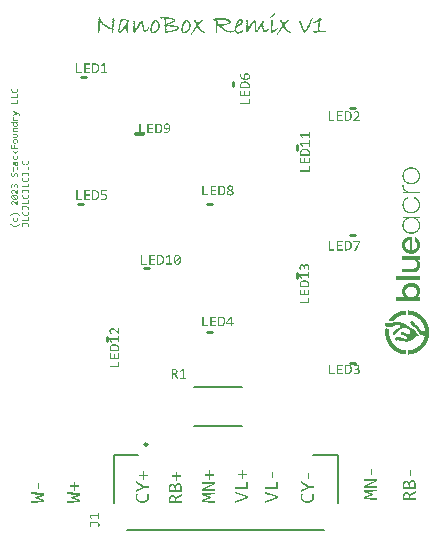
<source format=gto>
G04*
G04 #@! TF.GenerationSoftware,Altium Limited,Altium Designer,23.2.1 (34)*
G04*
G04 Layer_Color=65535*
%FSLAX44Y44*%
%MOMM*%
G71*
G04*
G04 #@! TF.SameCoordinates,6A6E008A-4200-4647-9FD2-FB3E41D18EF4*
G04*
G04*
G04 #@! TF.FilePolarity,Positive*
G04*
G01*
G75*
%ADD10C,0.2500*%
%ADD11C,0.2540*%
%ADD12C,0.3000*%
%ADD13C,0.2000*%
G36*
X361380Y247286D02*
X341576D01*
Y250324D01*
X361380D01*
Y247286D01*
D02*
G37*
G36*
X354374Y244533D02*
X354941D01*
Y244492D01*
X355265D01*
Y244452D01*
X355548D01*
Y244411D01*
X355751D01*
Y244370D01*
X355953D01*
Y244330D01*
X356156D01*
Y244289D01*
X356277D01*
Y244249D01*
X356439D01*
Y244209D01*
X356601D01*
Y244168D01*
X356723D01*
Y244128D01*
X356844D01*
Y244087D01*
X356966D01*
Y244046D01*
X357087D01*
Y244006D01*
X357168D01*
Y243965D01*
X357290D01*
Y243925D01*
X357370D01*
Y243885D01*
X357452D01*
Y243844D01*
X357573D01*
Y243804D01*
X357654D01*
Y243763D01*
X357735D01*
Y243722D01*
X357816D01*
Y243682D01*
X357897D01*
Y243641D01*
X357978D01*
Y243601D01*
X358059D01*
Y243561D01*
X358140D01*
Y243520D01*
X358221D01*
Y243479D01*
X358261D01*
Y243439D01*
X358343D01*
Y243398D01*
X358424D01*
Y243358D01*
X358464D01*
Y243318D01*
X358545D01*
Y243277D01*
X358586D01*
Y243237D01*
X358666D01*
Y243196D01*
X358707D01*
Y243155D01*
X358788D01*
Y243115D01*
X358829D01*
Y243074D01*
X358909D01*
Y243034D01*
X358950D01*
Y242994D01*
X358991D01*
Y242953D01*
X359031D01*
Y242913D01*
X359112D01*
Y242872D01*
X359152D01*
Y242831D01*
X359193D01*
Y242791D01*
X359234D01*
Y242750D01*
X359314D01*
Y242710D01*
X359355D01*
Y242670D01*
X359395D01*
Y242629D01*
X359436D01*
Y242589D01*
X359477D01*
Y242548D01*
X359517D01*
Y242507D01*
X359557D01*
Y242467D01*
X359598D01*
Y242426D01*
X359638D01*
Y242386D01*
X359679D01*
Y242346D01*
X359719D01*
Y242305D01*
X359760D01*
Y242265D01*
X359800D01*
Y242224D01*
X359841D01*
Y242184D01*
X359881D01*
Y242143D01*
X359922D01*
Y242103D01*
X359963D01*
Y242062D01*
X360003D01*
Y242022D01*
X360043D01*
Y241981D01*
X360084D01*
Y241900D01*
X360124D01*
Y241860D01*
X360165D01*
Y241819D01*
X360205D01*
Y241779D01*
X360246D01*
Y241698D01*
X360286D01*
Y241657D01*
X360327D01*
Y241617D01*
X360367D01*
Y241536D01*
X360408D01*
Y241495D01*
X360448D01*
Y241455D01*
X360489D01*
Y241374D01*
X360529D01*
Y241333D01*
X360570D01*
Y241252D01*
X360610D01*
Y241212D01*
X360651D01*
Y241131D01*
X360691D01*
Y241050D01*
X360732D01*
Y241009D01*
X360772D01*
Y240928D01*
X360813D01*
Y240847D01*
X360853D01*
Y240766D01*
X360894D01*
Y240685D01*
X360934D01*
Y240604D01*
X360975D01*
Y240523D01*
X361015D01*
Y240442D01*
X361056D01*
Y240361D01*
X361096D01*
Y240240D01*
X361137D01*
Y240159D01*
X361177D01*
Y240037D01*
X361218D01*
Y239956D01*
X361258D01*
Y239835D01*
X361299D01*
Y239713D01*
X361339D01*
Y239592D01*
X361380D01*
Y239430D01*
X361420D01*
Y239268D01*
X361461D01*
Y239106D01*
X361501D01*
Y238903D01*
X361542D01*
Y238660D01*
X361582D01*
Y238336D01*
X361623D01*
Y236878D01*
X361582D01*
Y236554D01*
X361542D01*
Y236311D01*
X361501D01*
Y236109D01*
X361461D01*
Y235906D01*
X361420D01*
Y235744D01*
X361380D01*
Y235623D01*
X361339D01*
Y235461D01*
X361299D01*
Y235339D01*
X361258D01*
Y235218D01*
X361218D01*
Y235137D01*
X361177D01*
Y235015D01*
X361137D01*
Y234934D01*
X361096D01*
Y234813D01*
X361056D01*
Y234732D01*
X361015D01*
Y234651D01*
X360975D01*
Y234570D01*
X360934D01*
Y234489D01*
X360894D01*
Y234408D01*
X360853D01*
Y234327D01*
X360813D01*
Y234246D01*
X360772D01*
Y234165D01*
X360732D01*
Y234124D01*
X360691D01*
Y234043D01*
X360651D01*
Y234003D01*
X360610D01*
Y233922D01*
X360570D01*
Y233881D01*
X360529D01*
Y233800D01*
X360489D01*
Y233760D01*
X360448D01*
Y233679D01*
X360408D01*
Y233638D01*
X360367D01*
Y233598D01*
X360327D01*
Y233517D01*
X360286D01*
Y233476D01*
X360246D01*
Y233436D01*
X360205D01*
Y233395D01*
X360165D01*
Y233314D01*
X360124D01*
Y233274D01*
X360084D01*
Y233233D01*
X360043D01*
Y233193D01*
X360003D01*
Y233152D01*
X359963D01*
Y233112D01*
X359922D01*
Y233071D01*
X359881D01*
Y233031D01*
X359841D01*
Y232990D01*
X359800D01*
Y232950D01*
X359760D01*
Y232909D01*
X359719D01*
Y232869D01*
X359679D01*
Y232828D01*
X359638D01*
Y232788D01*
X359598D01*
Y232747D01*
X359557D01*
Y232707D01*
X359517D01*
Y232666D01*
X359436D01*
Y232626D01*
X359395D01*
Y232585D01*
X359355D01*
Y232545D01*
X359314D01*
Y232504D01*
X361380D01*
Y229426D01*
X341617D01*
Y229467D01*
X341576D01*
Y232464D01*
X341617D01*
Y232504D01*
X348785D01*
Y232545D01*
X348744D01*
Y232585D01*
X348704D01*
Y232626D01*
X348623D01*
Y232666D01*
X348582D01*
Y232707D01*
X348542D01*
Y232747D01*
X348501D01*
Y232788D01*
X348461D01*
Y232828D01*
X348420D01*
Y232869D01*
X348339D01*
Y232909D01*
X348299D01*
Y232950D01*
X348258D01*
Y232990D01*
X348218D01*
Y233031D01*
X348177D01*
Y233071D01*
X348137D01*
Y233112D01*
X348096D01*
Y233152D01*
X348056D01*
Y233233D01*
X348015D01*
Y233274D01*
X347975D01*
Y233314D01*
X347934D01*
Y233355D01*
X347894D01*
Y233395D01*
X347853D01*
Y233436D01*
X347813D01*
Y233517D01*
X347772D01*
Y233557D01*
X347732D01*
Y233598D01*
X347691D01*
Y233638D01*
X347651D01*
Y233719D01*
X347610D01*
Y233760D01*
X347570D01*
Y233841D01*
X347529D01*
Y233881D01*
X347489D01*
Y233962D01*
X347448D01*
Y234003D01*
X347408D01*
Y234084D01*
X347367D01*
Y234124D01*
X347327D01*
Y234205D01*
X347286D01*
Y234286D01*
X347246D01*
Y234367D01*
X347205D01*
Y234408D01*
X347165D01*
Y234489D01*
X347124D01*
Y234570D01*
X347084D01*
Y234651D01*
X347043D01*
Y234772D01*
X347003D01*
Y234853D01*
X346962D01*
Y234934D01*
X346922D01*
Y235015D01*
X346881D01*
Y235137D01*
X346841D01*
Y235258D01*
X346800D01*
Y235339D01*
X346760D01*
Y235461D01*
X346719D01*
Y235623D01*
X346679D01*
Y235744D01*
X346638D01*
Y235906D01*
X346598D01*
Y236068D01*
X346557D01*
Y236271D01*
X346517D01*
Y236473D01*
X346476D01*
Y236757D01*
X346436D01*
Y237283D01*
X346395D01*
Y238012D01*
X346436D01*
Y238498D01*
X346476D01*
Y238782D01*
X346517D01*
Y239025D01*
X346557D01*
Y239227D01*
X346598D01*
Y239389D01*
X346638D01*
Y239551D01*
X346679D01*
Y239673D01*
X346719D01*
Y239794D01*
X346760D01*
Y239916D01*
X346800D01*
Y240037D01*
X346841D01*
Y240159D01*
X346881D01*
Y240240D01*
X346922D01*
Y240361D01*
X346962D01*
Y240442D01*
X347003D01*
Y240523D01*
X347043D01*
Y240604D01*
X347084D01*
Y240726D01*
X347124D01*
Y240807D01*
X347165D01*
Y240847D01*
X347205D01*
Y240928D01*
X347246D01*
Y241009D01*
X347286D01*
Y241090D01*
X347327D01*
Y241171D01*
X347367D01*
Y241212D01*
X347408D01*
Y241293D01*
X347448D01*
Y241333D01*
X347489D01*
Y241414D01*
X347529D01*
Y241455D01*
X347570D01*
Y241536D01*
X347610D01*
Y241576D01*
X347651D01*
Y241657D01*
X347691D01*
Y241698D01*
X347732D01*
Y241738D01*
X347772D01*
Y241819D01*
X347813D01*
Y241860D01*
X347853D01*
Y241900D01*
X347894D01*
Y241981D01*
X347934D01*
Y242022D01*
X347975D01*
Y242062D01*
X348015D01*
Y242103D01*
X348056D01*
Y242143D01*
X348096D01*
Y242184D01*
X348137D01*
Y242224D01*
X348177D01*
Y242265D01*
X348218D01*
Y242346D01*
X348258D01*
Y242386D01*
X348299D01*
Y242426D01*
X348339D01*
Y242467D01*
X348380D01*
Y242507D01*
X348420D01*
Y242548D01*
X348501D01*
Y242589D01*
X348542D01*
Y242629D01*
X348582D01*
Y242670D01*
X348623D01*
Y242710D01*
X348663D01*
Y242750D01*
X348704D01*
Y242791D01*
X348744D01*
Y242831D01*
X348785D01*
Y242872D01*
X348866D01*
Y242913D01*
X348906D01*
Y242953D01*
X348947D01*
Y242994D01*
X349028D01*
Y243034D01*
X349068D01*
Y243074D01*
X349109D01*
Y243115D01*
X349190D01*
Y243155D01*
X349230D01*
Y243196D01*
X349271D01*
Y243237D01*
X349352D01*
Y243277D01*
X349392D01*
Y243318D01*
X349473D01*
Y243358D01*
X349554D01*
Y243398D01*
X349595D01*
Y243439D01*
X349676D01*
Y243479D01*
X349716D01*
Y243520D01*
X349797D01*
Y243561D01*
X349878D01*
Y243601D01*
X349959D01*
Y243641D01*
X350040D01*
Y243682D01*
X350121D01*
Y243722D01*
X350202D01*
Y243763D01*
X350283D01*
Y243804D01*
X350364D01*
Y243844D01*
X350445D01*
Y243885D01*
X350567D01*
Y243925D01*
X350648D01*
Y243965D01*
X350729D01*
Y244006D01*
X350850D01*
Y244046D01*
X350972D01*
Y244087D01*
X351093D01*
Y244128D01*
X351215D01*
Y244168D01*
X351336D01*
Y244209D01*
X351458D01*
Y244249D01*
X351620D01*
Y244289D01*
X351782D01*
Y244330D01*
X351944D01*
Y244370D01*
X352146D01*
Y244411D01*
X352349D01*
Y244452D01*
X352632D01*
Y244492D01*
X352956D01*
Y244533D01*
X353523D01*
Y244573D01*
X354374D01*
Y244533D01*
D02*
G37*
G36*
X350000Y217803D02*
X349716D01*
Y217763D01*
X349190D01*
Y217722D01*
X348825D01*
Y217682D01*
X348542D01*
Y217641D01*
X348258D01*
Y217601D01*
X348015D01*
Y217560D01*
X347813D01*
Y217520D01*
X347610D01*
Y217479D01*
X347408D01*
Y217439D01*
X347246D01*
Y217398D01*
X347043D01*
Y217358D01*
X346881D01*
Y217317D01*
X346760D01*
Y217277D01*
X346598D01*
Y217236D01*
X346436D01*
Y217196D01*
X346314D01*
Y217155D01*
X346193D01*
Y217115D01*
X346071D01*
Y217075D01*
X345950D01*
Y217034D01*
X345828D01*
Y216994D01*
X345707D01*
Y216953D01*
X345586D01*
Y216912D01*
X345464D01*
Y216872D01*
X345342D01*
Y216831D01*
X345261D01*
Y216791D01*
X345140D01*
Y216751D01*
X345059D01*
Y216710D01*
X344938D01*
Y216670D01*
X344856D01*
Y216629D01*
X344735D01*
Y216588D01*
X344654D01*
Y216548D01*
X344573D01*
Y216507D01*
X344451D01*
Y216467D01*
X344370D01*
Y216427D01*
X344290D01*
Y216386D01*
X344208D01*
Y216346D01*
X344128D01*
Y216305D01*
X344047D01*
Y216264D01*
X343965D01*
Y216224D01*
X343885D01*
Y216183D01*
X343803D01*
Y216143D01*
X343722D01*
Y216103D01*
X343642D01*
Y216062D01*
X343560D01*
Y216021D01*
X343479D01*
Y215981D01*
X343399D01*
Y215940D01*
X343318D01*
Y215900D01*
X343277D01*
Y215860D01*
X343196D01*
Y215819D01*
X343115D01*
Y215779D01*
X343034D01*
Y215738D01*
X342994D01*
Y215697D01*
X342912D01*
Y215657D01*
X342832D01*
Y215616D01*
X342791D01*
Y215576D01*
X342710D01*
Y215536D01*
X342629D01*
Y215495D01*
X342589D01*
Y215455D01*
X342508D01*
Y215414D01*
X342467D01*
Y215373D01*
X342386D01*
Y215333D01*
X342346D01*
Y215292D01*
X342265D01*
Y215252D01*
X342224D01*
Y215212D01*
X342143D01*
Y215171D01*
X342103D01*
Y215131D01*
X342022D01*
Y215090D01*
X341981D01*
Y215049D01*
X341900D01*
Y215009D01*
X341860D01*
Y214968D01*
X341819D01*
Y214928D01*
X341738D01*
Y214888D01*
X341698D01*
Y214847D01*
X341657D01*
Y214807D01*
X341576D01*
Y214766D01*
X341536D01*
Y214726D01*
X341495D01*
Y214685D01*
X341414D01*
Y214645D01*
X341374D01*
Y214604D01*
X341333D01*
Y214564D01*
X341252D01*
Y214523D01*
X341212D01*
Y214483D01*
X341171D01*
Y214442D01*
X341131D01*
Y214402D01*
X341050D01*
Y214361D01*
X341009D01*
Y214321D01*
X340969D01*
Y214280D01*
X340928D01*
Y214240D01*
X340888D01*
Y214199D01*
X340807D01*
Y214159D01*
X340766D01*
Y214118D01*
X340726D01*
Y214078D01*
X340685D01*
Y214037D01*
X340645D01*
Y213997D01*
X340604D01*
Y213956D01*
X340564D01*
Y213916D01*
X340483D01*
Y213875D01*
X340442D01*
Y213835D01*
X340402D01*
Y213794D01*
X340361D01*
Y213754D01*
X340321D01*
Y213713D01*
X340280D01*
Y213673D01*
X340240D01*
Y213632D01*
X340199D01*
Y213592D01*
X340159D01*
Y213551D01*
X340118D01*
Y213511D01*
X340078D01*
Y213470D01*
X340037D01*
Y213430D01*
X339997D01*
Y213389D01*
X339956D01*
Y213349D01*
X339916D01*
Y213308D01*
X339875D01*
Y213268D01*
X339835D01*
Y213227D01*
X339794D01*
Y213187D01*
X339754D01*
Y213146D01*
X339713D01*
Y213106D01*
X339673D01*
Y213065D01*
X339632D01*
Y213025D01*
X339592D01*
Y212984D01*
X339551D01*
Y212944D01*
X339511D01*
Y212903D01*
X339470D01*
Y212863D01*
X339430D01*
Y212822D01*
X339389D01*
Y212741D01*
X339349D01*
Y212701D01*
X339308D01*
Y212660D01*
X339268D01*
Y212620D01*
X339227D01*
Y212579D01*
X339187D01*
Y212539D01*
X339146D01*
Y212498D01*
X338822D01*
Y212458D01*
X338539D01*
Y212417D01*
X338215D01*
Y212377D01*
X337931D01*
Y212336D01*
X337607D01*
Y212296D01*
X337283D01*
Y212255D01*
X336959D01*
Y212215D01*
X336635D01*
Y212174D01*
X336230D01*
Y212134D01*
X335825D01*
Y212093D01*
X335299D01*
Y212053D01*
X334610D01*
Y212134D01*
X334651D01*
Y212215D01*
X334691D01*
Y212255D01*
X334732D01*
Y212336D01*
X334772D01*
Y212377D01*
X334813D01*
Y212458D01*
X334853D01*
Y212539D01*
X334894D01*
Y212579D01*
X334934D01*
Y212660D01*
X334975D01*
Y212701D01*
X335015D01*
Y212782D01*
X335056D01*
Y212822D01*
X335096D01*
Y212903D01*
X335137D01*
Y212944D01*
X335177D01*
Y213025D01*
X335218D01*
Y213065D01*
X335258D01*
Y213146D01*
X335299D01*
Y213187D01*
X335339D01*
Y213268D01*
X335380D01*
Y213308D01*
X335420D01*
Y213389D01*
X335461D01*
Y213430D01*
X335501D01*
Y213470D01*
X335542D01*
Y213551D01*
X335582D01*
Y213592D01*
X335623D01*
Y213673D01*
X335663D01*
Y213713D01*
X335704D01*
Y213754D01*
X335744D01*
Y213835D01*
X335785D01*
Y213875D01*
X335825D01*
Y213916D01*
X335866D01*
Y213997D01*
X335906D01*
Y214037D01*
X335947D01*
Y214078D01*
X335987D01*
Y214118D01*
X336028D01*
Y214199D01*
X336068D01*
Y214240D01*
X336109D01*
Y214280D01*
X336149D01*
Y214321D01*
X336190D01*
Y214402D01*
X336230D01*
Y214442D01*
X336271D01*
Y214483D01*
X336311D01*
Y214523D01*
X336352D01*
Y214604D01*
X336392D01*
Y214645D01*
X336433D01*
Y214685D01*
X336473D01*
Y214726D01*
X336514D01*
Y214766D01*
X336554D01*
Y214807D01*
X336595D01*
Y214888D01*
X336635D01*
Y214928D01*
X336676D01*
Y214968D01*
X336716D01*
Y215009D01*
X336757D01*
Y215049D01*
X336797D01*
Y215090D01*
X336838D01*
Y215131D01*
X336878D01*
Y215171D01*
X336919D01*
Y215212D01*
X336959D01*
Y215292D01*
X337000D01*
Y215333D01*
X337040D01*
Y215373D01*
X337081D01*
Y215414D01*
X337121D01*
Y215455D01*
X337162D01*
Y215495D01*
X337202D01*
Y215536D01*
X337243D01*
Y215576D01*
X337283D01*
Y215616D01*
X337324D01*
Y215657D01*
X337364D01*
Y215697D01*
X337405D01*
Y215738D01*
X337445D01*
Y215779D01*
X337486D01*
Y215819D01*
X337526D01*
Y215860D01*
X337567D01*
Y215900D01*
X337607D01*
Y215940D01*
X337648D01*
Y215981D01*
X337688D01*
Y216021D01*
X337729D01*
Y216062D01*
X337769D01*
Y216103D01*
X337810D01*
Y216143D01*
X337850D01*
Y216183D01*
X337891D01*
Y216224D01*
X337931D01*
Y216264D01*
X337972D01*
Y216305D01*
X338012D01*
Y216346D01*
X338093D01*
Y216386D01*
X338134D01*
Y216427D01*
X338174D01*
Y216467D01*
X338215D01*
Y216507D01*
X338255D01*
Y216548D01*
X338296D01*
Y216588D01*
X338336D01*
Y216629D01*
X338377D01*
Y216670D01*
X338458D01*
Y216710D01*
X338498D01*
Y216751D01*
X338539D01*
Y216791D01*
X338579D01*
Y216831D01*
X338620D01*
Y216872D01*
X338660D01*
Y216912D01*
X338741D01*
Y216953D01*
X338782D01*
Y216994D01*
X338822D01*
Y217034D01*
X338863D01*
Y217075D01*
X338903D01*
Y217115D01*
X338984D01*
Y217155D01*
X339025D01*
Y217196D01*
X339065D01*
Y217236D01*
X339106D01*
Y217277D01*
X339187D01*
Y217317D01*
X339227D01*
Y217358D01*
X339268D01*
Y217398D01*
X339349D01*
Y217439D01*
X339389D01*
Y217479D01*
X339430D01*
Y217520D01*
X339470D01*
Y217560D01*
X339551D01*
Y217601D01*
X339592D01*
Y217641D01*
X339673D01*
Y217682D01*
X339713D01*
Y217722D01*
X339754D01*
Y217763D01*
X339835D01*
Y217803D01*
X339875D01*
Y217844D01*
X339916D01*
Y217884D01*
X339997D01*
Y217925D01*
X340037D01*
Y217965D01*
X340118D01*
Y218006D01*
X340159D01*
Y218046D01*
X340240D01*
Y218087D01*
X340280D01*
Y218127D01*
X340361D01*
Y218168D01*
X340402D01*
Y218208D01*
X340483D01*
Y218249D01*
X340523D01*
Y218289D01*
X340604D01*
Y218330D01*
X340645D01*
Y218370D01*
X340726D01*
Y218411D01*
X340807D01*
Y218451D01*
X340847D01*
Y218492D01*
X340928D01*
Y218532D01*
X340969D01*
Y218573D01*
X341050D01*
Y218613D01*
X341131D01*
Y218654D01*
X341171D01*
Y218694D01*
X341252D01*
Y218735D01*
X341333D01*
Y218775D01*
X341414D01*
Y218816D01*
X341455D01*
Y218856D01*
X341536D01*
Y218897D01*
X341617D01*
Y218937D01*
X341698D01*
Y218978D01*
X341738D01*
Y219018D01*
X341819D01*
Y219059D01*
X341900D01*
Y219099D01*
X341981D01*
Y219140D01*
X342062D01*
Y219180D01*
X342143D01*
Y219221D01*
X342224D01*
Y219261D01*
X342305D01*
Y219302D01*
X342386D01*
Y219342D01*
X342467D01*
Y219383D01*
X342548D01*
Y219423D01*
X342629D01*
Y219464D01*
X342710D01*
Y219504D01*
X342791D01*
Y219545D01*
X342872D01*
Y219585D01*
X342953D01*
Y219626D01*
X343074D01*
Y219666D01*
X343156D01*
Y219707D01*
X343237D01*
Y219747D01*
X343358D01*
Y219788D01*
X343439D01*
Y219828D01*
X343520D01*
Y219869D01*
X343642D01*
Y219909D01*
X343722D01*
Y219950D01*
X343844D01*
Y219990D01*
X343925D01*
Y220031D01*
X344047D01*
Y220071D01*
X344128D01*
Y220112D01*
X344249D01*
Y220152D01*
X344370D01*
Y220193D01*
X344492D01*
Y220233D01*
X344613D01*
Y220274D01*
X344695D01*
Y220314D01*
X344856D01*
Y220355D01*
X344978D01*
Y220395D01*
X345099D01*
Y220436D01*
X345221D01*
Y220476D01*
X345342D01*
Y220517D01*
X345504D01*
Y220557D01*
X345626D01*
Y220598D01*
X345788D01*
Y220638D01*
X345950D01*
Y220679D01*
X346071D01*
Y220719D01*
X346233D01*
Y220760D01*
X346436D01*
Y220800D01*
X346598D01*
Y220841D01*
X346800D01*
Y220881D01*
X346962D01*
Y220922D01*
X347205D01*
Y220962D01*
X347408D01*
Y221003D01*
X347651D01*
Y221043D01*
X347894D01*
Y221084D01*
X348177D01*
Y221124D01*
X348501D01*
Y221165D01*
X348906D01*
Y221205D01*
X349392D01*
Y221246D01*
X350000D01*
Y217803D01*
D02*
G37*
G36*
X352025Y221205D02*
X352511D01*
Y221165D01*
X352875D01*
Y221124D01*
X353199D01*
Y221084D01*
X353483D01*
Y221043D01*
X353766D01*
Y221003D01*
X353969D01*
Y220962D01*
X354212D01*
Y220922D01*
X354414D01*
Y220881D01*
X354617D01*
Y220841D01*
X354779D01*
Y220800D01*
X354981D01*
Y220760D01*
X355143D01*
Y220719D01*
X355305D01*
Y220679D01*
X355467D01*
Y220638D01*
X355629D01*
Y220598D01*
X355751D01*
Y220557D01*
X355913D01*
Y220517D01*
X356034D01*
Y220476D01*
X356156D01*
Y220436D01*
X356318D01*
Y220395D01*
X356439D01*
Y220355D01*
X356561D01*
Y220314D01*
X356682D01*
Y220274D01*
X356804D01*
Y220233D01*
X356925D01*
Y220193D01*
X357006D01*
Y220152D01*
X357128D01*
Y220112D01*
X357249D01*
Y220071D01*
X357370D01*
Y220031D01*
X357452D01*
Y219990D01*
X357573D01*
Y219950D01*
X357654D01*
Y219909D01*
X357775D01*
Y219869D01*
X357856D01*
Y219828D01*
X357938D01*
Y219788D01*
X358059D01*
Y219747D01*
X358140D01*
Y219707D01*
X358221D01*
Y219666D01*
X358343D01*
Y219626D01*
X358424D01*
Y219585D01*
X358504D01*
Y219545D01*
X358586D01*
Y219504D01*
X358666D01*
Y219464D01*
X358747D01*
Y219423D01*
X358869D01*
Y219383D01*
X358950D01*
Y219342D01*
X359031D01*
Y219302D01*
X359112D01*
Y219261D01*
X359193D01*
Y219221D01*
X359234D01*
Y219180D01*
X359314D01*
Y219140D01*
X359395D01*
Y219099D01*
X359477D01*
Y219059D01*
X359557D01*
Y219018D01*
X359638D01*
Y218978D01*
X359719D01*
Y218937D01*
X359800D01*
Y218897D01*
X359841D01*
Y218856D01*
X359922D01*
Y218816D01*
X360003D01*
Y218775D01*
X360084D01*
Y218735D01*
X360124D01*
Y218694D01*
X360205D01*
Y218654D01*
X360286D01*
Y218613D01*
X360327D01*
Y218573D01*
X360408D01*
Y218532D01*
X360489D01*
Y218492D01*
X360529D01*
Y218451D01*
X360610D01*
Y218411D01*
X360651D01*
Y218370D01*
X360732D01*
Y218330D01*
X360813D01*
Y218289D01*
X360853D01*
Y218249D01*
X360934D01*
Y218208D01*
X360975D01*
Y218168D01*
X361056D01*
Y218127D01*
X361096D01*
Y218087D01*
X361177D01*
Y218046D01*
X361218D01*
Y218006D01*
X361299D01*
Y217965D01*
X361339D01*
Y217925D01*
X361380D01*
Y217884D01*
X361461D01*
Y217844D01*
X361501D01*
Y217803D01*
X361582D01*
Y217763D01*
X361623D01*
Y217722D01*
X361663D01*
Y217682D01*
X361744D01*
Y217641D01*
X361785D01*
Y217601D01*
X361866D01*
Y217560D01*
X361906D01*
Y217520D01*
X361947D01*
Y217479D01*
X361987D01*
Y217439D01*
X362068D01*
Y217398D01*
X362109D01*
Y217358D01*
X362149D01*
Y217317D01*
X362230D01*
Y217277D01*
X362271D01*
Y217236D01*
X362311D01*
Y217196D01*
X362352D01*
Y217155D01*
X362433D01*
Y217115D01*
X362473D01*
Y217075D01*
X362514D01*
Y217034D01*
X362554D01*
Y216994D01*
X362635D01*
Y216953D01*
X362676D01*
Y216912D01*
X362716D01*
Y216872D01*
X362757D01*
Y216831D01*
X362797D01*
Y216791D01*
X362878D01*
Y216751D01*
X362919D01*
Y216710D01*
X362959D01*
Y216670D01*
X363000D01*
Y216629D01*
X363040D01*
Y216588D01*
X363081D01*
Y216548D01*
X363121D01*
Y216507D01*
X363162D01*
Y216467D01*
X363243D01*
Y216427D01*
X363283D01*
Y216386D01*
X363324D01*
Y216346D01*
X363364D01*
Y216305D01*
X363405D01*
Y216264D01*
X363445D01*
Y216224D01*
X363486D01*
Y216183D01*
X363526D01*
Y216143D01*
X363567D01*
Y216103D01*
X363607D01*
Y216062D01*
X363648D01*
Y216021D01*
X363688D01*
Y215981D01*
X363729D01*
Y215940D01*
X363769D01*
Y215900D01*
X363810D01*
Y215860D01*
X363850D01*
Y215819D01*
X363891D01*
Y215779D01*
X363931D01*
Y215738D01*
X363972D01*
Y215697D01*
X364012D01*
Y215657D01*
X364053D01*
Y215616D01*
X364093D01*
Y215576D01*
X364134D01*
Y215536D01*
X364174D01*
Y215495D01*
X364215D01*
Y215455D01*
X364255D01*
Y215414D01*
X364296D01*
Y215373D01*
X364336D01*
Y215333D01*
X364377D01*
Y215292D01*
X364417D01*
Y215252D01*
X364458D01*
Y215212D01*
X364498D01*
Y215171D01*
X364539D01*
Y215131D01*
X364579D01*
Y215049D01*
X364620D01*
Y215009D01*
X364660D01*
Y214968D01*
X364701D01*
Y214928D01*
X364741D01*
Y214888D01*
X364782D01*
Y214847D01*
X364822D01*
Y214807D01*
X364863D01*
Y214726D01*
X364903D01*
Y214685D01*
X364944D01*
Y214645D01*
X364984D01*
Y214604D01*
X365025D01*
Y214564D01*
X365065D01*
Y214523D01*
X365106D01*
Y214442D01*
X365146D01*
Y214402D01*
X365187D01*
Y214361D01*
X365227D01*
Y214321D01*
X365268D01*
Y214240D01*
X365308D01*
Y214199D01*
X365349D01*
Y214159D01*
X365389D01*
Y214118D01*
X365430D01*
Y214037D01*
X365470D01*
Y213997D01*
X365511D01*
Y213956D01*
X365551D01*
Y213875D01*
X365592D01*
Y213835D01*
X365632D01*
Y213794D01*
X365673D01*
Y213713D01*
X365713D01*
Y213673D01*
X365754D01*
Y213632D01*
X365794D01*
Y213551D01*
X365835D01*
Y213511D01*
X365875D01*
Y213470D01*
X365916D01*
Y213389D01*
X365956D01*
Y213349D01*
X365997D01*
Y213268D01*
X366037D01*
Y213227D01*
X366078D01*
Y213146D01*
X366118D01*
Y213106D01*
X366159D01*
Y213025D01*
X366199D01*
Y212984D01*
X366240D01*
Y212903D01*
X366280D01*
Y212863D01*
X366321D01*
Y212782D01*
X366361D01*
Y212741D01*
X366402D01*
Y212660D01*
X366442D01*
Y212620D01*
X366483D01*
Y212539D01*
X366523D01*
Y212498D01*
X366564D01*
Y212417D01*
X366604D01*
Y212336D01*
X366645D01*
Y212296D01*
X366685D01*
Y212215D01*
X366726D01*
Y212134D01*
X366766D01*
Y212093D01*
X366807D01*
Y212012D01*
X366847D01*
Y211931D01*
X366888D01*
Y211891D01*
X366928D01*
Y211810D01*
X366969D01*
Y211729D01*
X367009D01*
Y211648D01*
X367050D01*
Y211567D01*
X367090D01*
Y211526D01*
X367131D01*
Y211445D01*
X367171D01*
Y211364D01*
X367212D01*
Y211283D01*
X367252D01*
Y211202D01*
X367293D01*
Y211121D01*
X367333D01*
Y211040D01*
X367374D01*
Y210959D01*
X367414D01*
Y210878D01*
X367455D01*
Y210797D01*
X367495D01*
Y210716D01*
X367536D01*
Y210635D01*
X367576D01*
Y210554D01*
X367617D01*
Y210473D01*
X367657D01*
Y210392D01*
X367698D01*
Y210311D01*
X367738D01*
Y210190D01*
X367779D01*
Y210109D01*
X367819D01*
Y210028D01*
X367860D01*
Y209906D01*
X367900D01*
Y209825D01*
X367941D01*
Y209744D01*
X367981D01*
Y209623D01*
X368022D01*
Y209542D01*
X368062D01*
Y209420D01*
X368103D01*
Y209339D01*
X368143D01*
Y209218D01*
X368184D01*
Y209096D01*
X368224D01*
Y209015D01*
X368265D01*
Y208894D01*
X368305D01*
Y208772D01*
X368346D01*
Y208651D01*
X368386D01*
Y208529D01*
X368427D01*
Y208408D01*
X368467D01*
Y208286D01*
X368508D01*
Y208165D01*
X368548D01*
Y208043D01*
X368589D01*
Y207881D01*
X368629D01*
Y207760D01*
X368670D01*
Y207598D01*
X368710D01*
Y207476D01*
X368751D01*
Y207314D01*
X368791D01*
Y207152D01*
X368832D01*
Y206990D01*
X368872D01*
Y206828D01*
X368913D01*
Y206626D01*
X368953D01*
Y206464D01*
X368994D01*
Y206261D01*
X369034D01*
Y206018D01*
X369075D01*
Y205816D01*
X369115D01*
Y205573D01*
X369156D01*
Y205289D01*
X369196D01*
Y205006D01*
X369237D01*
Y204682D01*
X369277D01*
Y204277D01*
X369318D01*
Y203710D01*
X369358D01*
Y201483D01*
X369318D01*
Y200956D01*
X369277D01*
Y200551D01*
X369237D01*
Y200187D01*
X369196D01*
Y199903D01*
X369156D01*
Y199620D01*
X369115D01*
Y199377D01*
X369075D01*
Y199174D01*
X369034D01*
Y198931D01*
X368994D01*
Y198769D01*
X368953D01*
Y198567D01*
X368913D01*
Y198405D01*
X368872D01*
Y198202D01*
X368832D01*
Y198040D01*
X368791D01*
Y197878D01*
X368751D01*
Y197757D01*
X368710D01*
Y197595D01*
X368670D01*
Y197433D01*
X368629D01*
Y197311D01*
X368589D01*
Y197190D01*
X368548D01*
Y197028D01*
X368508D01*
Y196906D01*
X368467D01*
Y196785D01*
X368427D01*
Y196663D01*
X368386D01*
Y196542D01*
X368346D01*
Y196420D01*
X368305D01*
Y196299D01*
X368265D01*
Y196218D01*
X368224D01*
Y196096D01*
X368184D01*
Y195975D01*
X368143D01*
Y195894D01*
X368103D01*
Y195772D01*
X368062D01*
Y195651D01*
X368022D01*
Y195570D01*
X367981D01*
Y195489D01*
X367941D01*
Y195367D01*
X367900D01*
Y195286D01*
X367860D01*
Y195205D01*
X367819D01*
Y195084D01*
X367779D01*
Y195003D01*
X367738D01*
Y194922D01*
X367698D01*
Y194841D01*
X367657D01*
Y194719D01*
X367617D01*
Y194638D01*
X367576D01*
Y194557D01*
X367536D01*
Y194476D01*
X367495D01*
Y194395D01*
X367455D01*
Y194314D01*
X367414D01*
Y194233D01*
X367374D01*
Y194152D01*
X367333D01*
Y194071D01*
X367293D01*
Y193990D01*
X367252D01*
Y193909D01*
X367212D01*
Y193828D01*
X367171D01*
Y193747D01*
X367131D01*
Y193707D01*
X367090D01*
Y193626D01*
X367050D01*
Y193545D01*
X367009D01*
Y193464D01*
X366969D01*
Y193383D01*
X366928D01*
Y193342D01*
X366888D01*
Y193261D01*
X366847D01*
Y193180D01*
X366807D01*
Y193099D01*
X366766D01*
Y193059D01*
X366726D01*
Y192978D01*
X366685D01*
Y192897D01*
X366645D01*
Y192856D01*
X366604D01*
Y192775D01*
X366564D01*
Y192735D01*
X366523D01*
Y192654D01*
X366483D01*
Y192573D01*
X366442D01*
Y192532D01*
X366402D01*
Y192451D01*
X366361D01*
Y192411D01*
X366321D01*
Y192330D01*
X366280D01*
Y192289D01*
X366240D01*
Y192208D01*
X366199D01*
Y192168D01*
X366159D01*
Y192087D01*
X366118D01*
Y192046D01*
X366078D01*
Y191965D01*
X366037D01*
Y191925D01*
X365997D01*
Y191884D01*
X365956D01*
Y191803D01*
X365916D01*
Y191763D01*
X365875D01*
Y191682D01*
X365835D01*
Y191641D01*
X365794D01*
Y191601D01*
X365754D01*
Y191520D01*
X365713D01*
Y191479D01*
X365673D01*
Y191398D01*
X365632D01*
Y191358D01*
X365592D01*
Y191317D01*
X365551D01*
Y191277D01*
X365511D01*
Y191196D01*
X365470D01*
Y191155D01*
X365430D01*
Y191115D01*
X365389D01*
Y191034D01*
X365349D01*
Y190993D01*
X365308D01*
Y190953D01*
X365268D01*
Y190912D01*
X365227D01*
Y190831D01*
X365187D01*
Y190791D01*
X365146D01*
Y190750D01*
X365106D01*
Y190710D01*
X365065D01*
Y190669D01*
X365025D01*
Y190588D01*
X364984D01*
Y190548D01*
X364944D01*
Y190507D01*
X364903D01*
Y190467D01*
X364863D01*
Y190426D01*
X364822D01*
Y190345D01*
X364782D01*
Y190305D01*
X364741D01*
Y190264D01*
X364701D01*
Y190224D01*
X364660D01*
Y190183D01*
X364620D01*
Y190143D01*
X364579D01*
Y190102D01*
X364539D01*
Y190062D01*
X364498D01*
Y189981D01*
X364458D01*
Y189940D01*
X364417D01*
Y189900D01*
X364377D01*
Y189859D01*
X364336D01*
Y189819D01*
X364296D01*
Y189778D01*
X364255D01*
Y189738D01*
X364215D01*
Y189697D01*
X364174D01*
Y189657D01*
X364134D01*
Y189617D01*
X364093D01*
Y189576D01*
X364053D01*
Y189536D01*
X364012D01*
Y189495D01*
X363972D01*
Y189454D01*
X363931D01*
Y189414D01*
X363891D01*
Y189373D01*
X363850D01*
Y189333D01*
X363810D01*
Y189293D01*
X363769D01*
Y189252D01*
X363729D01*
Y189212D01*
X363688D01*
Y189171D01*
X363648D01*
Y189130D01*
X363607D01*
Y189090D01*
X363567D01*
Y189049D01*
X363526D01*
Y189009D01*
X363486D01*
Y188969D01*
X363445D01*
Y188928D01*
X363405D01*
Y188888D01*
X363364D01*
Y188847D01*
X363324D01*
Y188806D01*
X363243D01*
Y188766D01*
X363202D01*
Y188725D01*
X363162D01*
Y188685D01*
X363121D01*
Y188645D01*
X363081D01*
Y188604D01*
X363040D01*
Y188563D01*
X363000D01*
Y188523D01*
X362959D01*
Y188482D01*
X362878D01*
Y188442D01*
X362838D01*
Y188402D01*
X362797D01*
Y188361D01*
X362757D01*
Y188321D01*
X362716D01*
Y188280D01*
X362676D01*
Y188239D01*
X362595D01*
Y188199D01*
X362554D01*
Y188158D01*
X362514D01*
Y188118D01*
X362473D01*
Y188078D01*
X362392D01*
Y188037D01*
X362352D01*
Y187997D01*
X362311D01*
Y187956D01*
X362271D01*
Y187915D01*
X362190D01*
Y187875D01*
X362149D01*
Y187834D01*
X362109D01*
Y187794D01*
X362028D01*
Y187754D01*
X361987D01*
Y187713D01*
X361947D01*
Y187673D01*
X361906D01*
Y187632D01*
X361825D01*
Y187591D01*
X361785D01*
Y187551D01*
X361704D01*
Y187511D01*
X361663D01*
Y187470D01*
X361623D01*
Y187430D01*
X361542D01*
Y187389D01*
X361501D01*
Y187348D01*
X361461D01*
Y187308D01*
X361380D01*
Y187267D01*
X361339D01*
Y187227D01*
X361258D01*
Y187187D01*
X361218D01*
Y187146D01*
X361137D01*
Y187106D01*
X361096D01*
Y187065D01*
X361015D01*
Y187024D01*
X360975D01*
Y186984D01*
X360894D01*
Y186943D01*
X360853D01*
Y186903D01*
X360772D01*
Y186863D01*
X360732D01*
Y186822D01*
X360651D01*
Y186782D01*
X360570D01*
Y186741D01*
X360529D01*
Y186701D01*
X360448D01*
Y186660D01*
X360408D01*
Y186620D01*
X360327D01*
Y186579D01*
X360246D01*
Y186539D01*
X360205D01*
Y186498D01*
X360124D01*
Y186458D01*
X360043D01*
Y186417D01*
X359963D01*
Y186377D01*
X359922D01*
Y186336D01*
X359841D01*
Y186296D01*
X359760D01*
Y186255D01*
X359679D01*
Y186215D01*
X359598D01*
Y186174D01*
X359557D01*
Y186134D01*
X359477D01*
Y186093D01*
X359395D01*
Y186053D01*
X359314D01*
Y186012D01*
X359234D01*
Y185972D01*
X359152D01*
Y185931D01*
X359072D01*
Y185891D01*
X358991D01*
Y185850D01*
X358909D01*
Y185810D01*
X358829D01*
Y185769D01*
X358747D01*
Y185729D01*
X358666D01*
Y185688D01*
X358586D01*
Y185648D01*
X358504D01*
Y185607D01*
X358383D01*
Y185567D01*
X358302D01*
Y185526D01*
X358221D01*
Y185486D01*
X358140D01*
Y185445D01*
X358018D01*
Y185405D01*
X357938D01*
Y185364D01*
X357856D01*
Y185324D01*
X357735D01*
Y185283D01*
X357654D01*
Y185243D01*
X357533D01*
Y185202D01*
X357452D01*
Y185162D01*
X357330D01*
Y185121D01*
X357209D01*
Y185081D01*
X357128D01*
Y185040D01*
X357006D01*
Y185000D01*
X356885D01*
Y184959D01*
X356763D01*
Y184919D01*
X356642D01*
Y184878D01*
X356520D01*
Y184838D01*
X356399D01*
Y184797D01*
X356277D01*
Y184757D01*
X356156D01*
Y184716D01*
X355994D01*
Y184676D01*
X355872D01*
Y184635D01*
X355710D01*
Y184595D01*
X355589D01*
Y184554D01*
X355427D01*
Y184514D01*
X355265D01*
Y184473D01*
X355103D01*
Y184433D01*
X354941D01*
Y184392D01*
X354738D01*
Y184352D01*
X354576D01*
Y184311D01*
X354374D01*
Y184271D01*
X354171D01*
Y184230D01*
X353928D01*
Y184190D01*
X353685D01*
Y184149D01*
X353442D01*
Y184109D01*
X353159D01*
Y184068D01*
X352794D01*
Y184028D01*
X352389D01*
Y183987D01*
X351863D01*
Y183947D01*
X351377D01*
Y187389D01*
X351458D01*
Y187430D01*
X352065D01*
Y187470D01*
X352430D01*
Y187511D01*
X352754D01*
Y187551D01*
X353037D01*
Y187591D01*
X353280D01*
Y187632D01*
X353523D01*
Y187673D01*
X353726D01*
Y187713D01*
X353928D01*
Y187754D01*
X354090D01*
Y187794D01*
X354293D01*
Y187834D01*
X354455D01*
Y187875D01*
X354576D01*
Y187915D01*
X354738D01*
Y187956D01*
X354900D01*
Y187997D01*
X355022D01*
Y188037D01*
X355143D01*
Y188078D01*
X355305D01*
Y188118D01*
X355427D01*
Y188158D01*
X355548D01*
Y188199D01*
X355670D01*
Y188239D01*
X355791D01*
Y188280D01*
X355872D01*
Y188321D01*
X355994D01*
Y188361D01*
X356115D01*
Y188402D01*
X356196D01*
Y188442D01*
X356318D01*
Y188482D01*
X356399D01*
Y188523D01*
X356520D01*
Y188563D01*
X356601D01*
Y188604D01*
X356723D01*
Y188645D01*
X356804D01*
Y188685D01*
X356885D01*
Y188725D01*
X356966D01*
Y188766D01*
X357087D01*
Y188806D01*
X357168D01*
Y188847D01*
X357249D01*
Y188888D01*
X357330D01*
Y188928D01*
X357411D01*
Y188969D01*
X357492D01*
Y189009D01*
X357573D01*
Y189049D01*
X357654D01*
Y189090D01*
X357735D01*
Y189130D01*
X357816D01*
Y189171D01*
X357897D01*
Y189212D01*
X357938D01*
Y189252D01*
X358018D01*
Y189293D01*
X358100D01*
Y189333D01*
X358181D01*
Y189373D01*
X358261D01*
Y189414D01*
X358302D01*
Y189454D01*
X358383D01*
Y189495D01*
X358464D01*
Y189536D01*
X358504D01*
Y189576D01*
X358586D01*
Y189617D01*
X358666D01*
Y189657D01*
X358707D01*
Y189697D01*
X358788D01*
Y189738D01*
X358829D01*
Y189778D01*
X358909D01*
Y189819D01*
X358991D01*
Y189859D01*
X359031D01*
Y189900D01*
X359112D01*
Y189940D01*
X359152D01*
Y189981D01*
X359234D01*
Y190021D01*
X359274D01*
Y190062D01*
X359355D01*
Y190102D01*
X359395D01*
Y190143D01*
X359436D01*
Y190183D01*
X359517D01*
Y190224D01*
X359557D01*
Y190264D01*
X359638D01*
Y190305D01*
X359679D01*
Y190345D01*
X359719D01*
Y190386D01*
X359800D01*
Y190426D01*
X359841D01*
Y190467D01*
X359881D01*
Y190507D01*
X359963D01*
Y190548D01*
X360003D01*
Y190588D01*
X360043D01*
Y190629D01*
X360084D01*
Y190669D01*
X360165D01*
Y190710D01*
X360205D01*
Y190750D01*
X360246D01*
Y190791D01*
X360286D01*
Y190831D01*
X360367D01*
Y190872D01*
X360408D01*
Y190912D01*
X360448D01*
Y190953D01*
X360489D01*
Y190993D01*
X360529D01*
Y191034D01*
X360610D01*
Y191074D01*
X360651D01*
Y191115D01*
X360691D01*
Y191155D01*
X360732D01*
Y191196D01*
X360772D01*
Y191236D01*
X360813D01*
Y191277D01*
X360853D01*
Y191317D01*
X360934D01*
Y191358D01*
X360975D01*
Y191398D01*
X361015D01*
Y191439D01*
X361056D01*
Y191479D01*
X361096D01*
Y191520D01*
X361137D01*
Y191560D01*
X361177D01*
Y191601D01*
X361218D01*
Y191641D01*
X361258D01*
Y191682D01*
X361299D01*
Y191722D01*
X361339D01*
Y191763D01*
X361380D01*
Y191803D01*
X361420D01*
Y191844D01*
X361461D01*
Y191884D01*
X361501D01*
Y191925D01*
X361542D01*
Y191965D01*
X361582D01*
Y192006D01*
X361623D01*
Y192046D01*
X361663D01*
Y192087D01*
X361704D01*
Y192127D01*
X361744D01*
Y192168D01*
X361785D01*
Y192208D01*
X361825D01*
Y192249D01*
X361866D01*
Y192289D01*
X361906D01*
Y192330D01*
X361947D01*
Y192370D01*
X361987D01*
Y192451D01*
X362028D01*
Y192492D01*
X362068D01*
Y192532D01*
X362109D01*
Y192573D01*
X362149D01*
Y192613D01*
X362190D01*
Y192654D01*
X362230D01*
Y192694D01*
X362271D01*
Y192775D01*
X362311D01*
Y192816D01*
X362352D01*
Y192856D01*
X362392D01*
Y192897D01*
X362433D01*
Y192937D01*
X362473D01*
Y193018D01*
X362514D01*
Y193059D01*
X362554D01*
Y193099D01*
X362595D01*
Y193140D01*
X362635D01*
Y193221D01*
X362676D01*
Y193261D01*
X362716D01*
Y193302D01*
X362757D01*
Y193342D01*
X362797D01*
Y193423D01*
X362838D01*
Y193464D01*
X362878D01*
Y193504D01*
X362919D01*
Y193585D01*
X362959D01*
Y193626D01*
X363000D01*
Y193666D01*
X363040D01*
Y193747D01*
X363081D01*
Y193788D01*
X363121D01*
Y193869D01*
X363162D01*
Y193909D01*
X363202D01*
Y193990D01*
X363243D01*
Y194031D01*
X363283D01*
Y194071D01*
X363324D01*
Y194152D01*
X363364D01*
Y194193D01*
X363405D01*
Y194274D01*
X363445D01*
Y194314D01*
X363486D01*
Y194395D01*
X363526D01*
Y194476D01*
X363567D01*
Y194517D01*
X363607D01*
Y194598D01*
X363648D01*
Y194638D01*
X363688D01*
Y194719D01*
X363729D01*
Y194800D01*
X363769D01*
Y194841D01*
X363810D01*
Y194922D01*
X363850D01*
Y195003D01*
X363891D01*
Y195084D01*
X363931D01*
Y195124D01*
X363972D01*
Y195205D01*
X364012D01*
Y195286D01*
X364053D01*
Y195367D01*
X364093D01*
Y195448D01*
X364134D01*
Y195489D01*
X364174D01*
Y195570D01*
X364215D01*
Y195651D01*
X364255D01*
Y195732D01*
X364296D01*
Y195813D01*
X364336D01*
Y195894D01*
X364377D01*
Y195975D01*
X364417D01*
Y196056D01*
X364458D01*
Y196137D01*
X364498D01*
Y196258D01*
X364539D01*
Y196339D01*
X364579D01*
Y196420D01*
X364620D01*
Y196501D01*
X364660D01*
Y196623D01*
X364701D01*
Y196704D01*
X364741D01*
Y196785D01*
X364782D01*
Y196906D01*
X364822D01*
Y196987D01*
X364863D01*
Y197109D01*
X364903D01*
Y197190D01*
X364944D01*
Y197311D01*
X364984D01*
Y197433D01*
X365025D01*
Y197554D01*
X365065D01*
Y197676D01*
X365106D01*
Y197757D01*
X365146D01*
Y197919D01*
X365187D01*
Y198040D01*
X365227D01*
Y198162D01*
X365268D01*
Y198283D01*
X365308D01*
Y198445D01*
X365349D01*
Y198567D01*
X365389D01*
Y198729D01*
X365430D01*
Y198891D01*
X365470D01*
Y199053D01*
X365511D01*
Y199215D01*
X365551D01*
Y199417D01*
X365592D01*
Y199579D01*
X365632D01*
Y199822D01*
X365673D01*
Y199984D01*
X364458D01*
Y200025D01*
X364134D01*
Y200065D01*
X363850D01*
Y200106D01*
X363648D01*
Y200146D01*
X363445D01*
Y200187D01*
X363324D01*
Y200227D01*
X363202D01*
Y200268D01*
X363081D01*
Y200308D01*
X363000D01*
Y200349D01*
X362919D01*
Y200389D01*
X362797D01*
Y200430D01*
X362716D01*
Y200470D01*
X362635D01*
Y200511D01*
X362554D01*
Y200551D01*
X362473D01*
Y200592D01*
X362433D01*
Y200632D01*
X362352D01*
Y200672D01*
X362271D01*
Y200713D01*
X362190D01*
Y200753D01*
X362149D01*
Y200794D01*
X362068D01*
Y200835D01*
X362028D01*
Y200875D01*
X361947D01*
Y200916D01*
X361906D01*
Y200956D01*
X361825D01*
Y200996D01*
X361785D01*
Y201037D01*
X361744D01*
Y201077D01*
X361663D01*
Y201118D01*
X361623D01*
Y201159D01*
X361582D01*
Y201199D01*
X361542D01*
Y201239D01*
X361501D01*
Y201280D01*
X361420D01*
Y201320D01*
X361380D01*
Y201361D01*
X361339D01*
Y201402D01*
X361299D01*
Y201442D01*
X361258D01*
Y201483D01*
X361218D01*
Y201523D01*
X361177D01*
Y201563D01*
X361137D01*
Y201604D01*
X361096D01*
Y201644D01*
X361056D01*
Y201685D01*
X361015D01*
Y201726D01*
X360975D01*
Y201766D01*
X360934D01*
Y201807D01*
X360894D01*
Y201887D01*
X360853D01*
Y201928D01*
X360813D01*
Y201968D01*
X360772D01*
Y202009D01*
X360732D01*
Y202050D01*
X360691D01*
Y202131D01*
X360651D01*
Y202171D01*
X360610D01*
Y202211D01*
X360570D01*
Y202252D01*
X360529D01*
Y202333D01*
X360489D01*
Y202374D01*
X360448D01*
Y202414D01*
X360408D01*
Y202495D01*
X360367D01*
Y202535D01*
X360327D01*
Y202617D01*
X360286D01*
Y202657D01*
X360246D01*
Y202738D01*
X360205D01*
Y202778D01*
X360165D01*
Y202859D01*
X360124D01*
Y202900D01*
X360084D01*
Y202981D01*
X360043D01*
Y203062D01*
X360003D01*
Y203102D01*
X359963D01*
Y203183D01*
X359922D01*
Y203265D01*
X359881D01*
Y203346D01*
X359841D01*
Y203386D01*
X359800D01*
Y203467D01*
X359760D01*
Y203548D01*
X359719D01*
Y203629D01*
X359679D01*
Y203710D01*
X359638D01*
Y203750D01*
X359598D01*
Y203831D01*
X359557D01*
Y203912D01*
X359517D01*
Y203993D01*
X359477D01*
Y204074D01*
X359436D01*
Y204155D01*
X359395D01*
Y204236D01*
X359355D01*
Y204277D01*
X359314D01*
Y204358D01*
X359274D01*
Y204439D01*
X359234D01*
Y204520D01*
X359193D01*
Y204560D01*
X359152D01*
Y204641D01*
X359112D01*
Y204722D01*
X359072D01*
Y204803D01*
X359031D01*
Y204844D01*
X358991D01*
Y204925D01*
X358950D01*
Y204965D01*
X358909D01*
Y205046D01*
X358869D01*
Y205127D01*
X358829D01*
Y205168D01*
X358788D01*
Y205208D01*
X358747D01*
Y205289D01*
X358707D01*
Y205330D01*
X358666D01*
Y205411D01*
X358626D01*
Y205451D01*
X358586D01*
Y205492D01*
X358545D01*
Y205573D01*
X358504D01*
Y205613D01*
X358464D01*
Y205654D01*
X358424D01*
Y205694D01*
X358383D01*
Y205775D01*
X358343D01*
Y205816D01*
X358302D01*
Y205856D01*
X358261D01*
Y205897D01*
X358221D01*
Y205937D01*
X358181D01*
Y205978D01*
X358140D01*
Y206018D01*
X358100D01*
Y206059D01*
X358059D01*
Y206099D01*
X358018D01*
Y206140D01*
X357978D01*
Y206180D01*
X357938D01*
Y206221D01*
X357897D01*
Y206261D01*
X357856D01*
Y206302D01*
X357816D01*
Y206342D01*
X357775D01*
Y206383D01*
X357735D01*
Y206423D01*
X357695D01*
Y206464D01*
X357654D01*
Y206504D01*
X357613D01*
Y206545D01*
X357573D01*
Y206585D01*
X357492D01*
Y206626D01*
X357452D01*
Y206666D01*
X357411D01*
Y206707D01*
X357370D01*
Y206747D01*
X357290D01*
Y206788D01*
X357249D01*
Y206828D01*
X357209D01*
Y206869D01*
X357128D01*
Y206909D01*
X357087D01*
Y206950D01*
X357047D01*
Y206990D01*
X356966D01*
Y207031D01*
X356925D01*
Y207071D01*
X356844D01*
Y207112D01*
X356804D01*
Y207152D01*
X356763D01*
Y207193D01*
X356682D01*
Y207233D01*
X356642D01*
Y207274D01*
X356561D01*
Y207314D01*
X356520D01*
Y207355D01*
X356439D01*
Y207395D01*
X356399D01*
Y207436D01*
X356318D01*
Y207476D01*
X356277D01*
Y207517D01*
X356196D01*
Y207557D01*
X356156D01*
Y207598D01*
X356075D01*
Y207638D01*
X355994D01*
Y207679D01*
X355953D01*
Y207719D01*
X355872D01*
Y207760D01*
X355832D01*
Y207800D01*
X355751D01*
Y207841D01*
X355710D01*
Y207881D01*
X355670D01*
Y207922D01*
X355589D01*
Y207962D01*
X355548D01*
Y208003D01*
X355467D01*
Y208043D01*
X355427D01*
Y208084D01*
X355386D01*
Y208124D01*
X355305D01*
Y208165D01*
X355265D01*
Y208205D01*
X355224D01*
Y208246D01*
X355143D01*
Y208286D01*
X355103D01*
Y208327D01*
X355062D01*
Y208367D01*
X355022D01*
Y208408D01*
X354981D01*
Y208448D01*
X354900D01*
Y208489D01*
X354860D01*
Y208529D01*
X354819D01*
Y208570D01*
X354779D01*
Y208610D01*
X354738D01*
Y208651D01*
X354698D01*
Y208691D01*
X354657D01*
Y208732D01*
X354617D01*
Y208772D01*
X354576D01*
Y208813D01*
X354536D01*
Y208853D01*
X354495D01*
Y208894D01*
X354455D01*
Y208975D01*
X354414D01*
Y209015D01*
X354374D01*
Y209056D01*
X354333D01*
Y209096D01*
X354293D01*
Y209137D01*
X354252D01*
Y209218D01*
X354212D01*
Y209258D01*
X354171D01*
Y209299D01*
X354131D01*
Y209380D01*
X354090D01*
Y209420D01*
X354050D01*
Y209501D01*
X354009D01*
Y209542D01*
X353969D01*
Y209623D01*
X353928D01*
Y209704D01*
X353888D01*
Y209785D01*
X353847D01*
Y209866D01*
X353807D01*
Y209947D01*
X353766D01*
Y210028D01*
X353726D01*
Y210109D01*
X353685D01*
Y210230D01*
X353645D01*
Y210311D01*
X353604D01*
Y210473D01*
X353564D01*
Y210635D01*
X353523D01*
Y210838D01*
X353483D01*
Y211405D01*
X353523D01*
Y211607D01*
X353564D01*
Y211729D01*
X353604D01*
Y211810D01*
X353645D01*
Y211891D01*
X353685D01*
Y211972D01*
X353726D01*
Y212012D01*
X353766D01*
Y212053D01*
X353807D01*
Y212093D01*
X353847D01*
Y212134D01*
X353888D01*
Y212174D01*
X353928D01*
Y212215D01*
X353969D01*
Y212255D01*
X354050D01*
Y212296D01*
X354090D01*
Y212336D01*
X354171D01*
Y212377D01*
X354293D01*
Y212417D01*
X354414D01*
Y212458D01*
X355103D01*
Y212417D01*
X355224D01*
Y212377D01*
X355346D01*
Y212336D01*
X355427D01*
Y212296D01*
X355548D01*
Y212255D01*
X355589D01*
Y212215D01*
X355670D01*
Y212174D01*
X355751D01*
Y212134D01*
X355791D01*
Y212093D01*
X355832D01*
Y212053D01*
X355872D01*
Y212012D01*
X355913D01*
Y211972D01*
X355953D01*
Y211931D01*
X355994D01*
Y211891D01*
X356034D01*
Y211850D01*
X356075D01*
Y211810D01*
X356115D01*
Y211769D01*
X356156D01*
Y211688D01*
X356196D01*
Y211648D01*
X356237D01*
Y211607D01*
X356277D01*
Y211526D01*
X356318D01*
Y211445D01*
X356358D01*
Y211405D01*
X356399D01*
Y211324D01*
X356439D01*
Y211243D01*
X356480D01*
Y211162D01*
X356520D01*
Y211081D01*
X356561D01*
Y211000D01*
X356601D01*
Y210919D01*
X356642D01*
Y210838D01*
X356682D01*
Y210716D01*
X356723D01*
Y210635D01*
X356763D01*
Y210554D01*
X356804D01*
Y210473D01*
X356844D01*
Y210392D01*
X356885D01*
Y210311D01*
X356925D01*
Y210230D01*
X356966D01*
Y210149D01*
X357006D01*
Y210068D01*
X357047D01*
Y209987D01*
X357087D01*
Y209947D01*
X357128D01*
Y209866D01*
X357168D01*
Y209785D01*
X357209D01*
Y209744D01*
X357249D01*
Y209704D01*
X357290D01*
Y209623D01*
X357330D01*
Y209582D01*
X357370D01*
Y209542D01*
X357411D01*
Y209501D01*
X357452D01*
Y209420D01*
X357492D01*
Y209380D01*
X357533D01*
Y209339D01*
X357573D01*
Y209299D01*
X357613D01*
Y209258D01*
X357654D01*
Y209218D01*
X357695D01*
Y209177D01*
X357735D01*
Y209137D01*
X357775D01*
Y209096D01*
X357816D01*
Y209056D01*
X357897D01*
Y209015D01*
X357938D01*
Y208975D01*
X357978D01*
Y208934D01*
X358018D01*
Y208894D01*
X358059D01*
Y208853D01*
X358140D01*
Y208813D01*
X358181D01*
Y208772D01*
X358221D01*
Y208732D01*
X358302D01*
Y208691D01*
X358343D01*
Y208651D01*
X358424D01*
Y208610D01*
X358464D01*
Y208570D01*
X358545D01*
Y208529D01*
X358586D01*
Y208489D01*
X358666D01*
Y208448D01*
X358707D01*
Y208408D01*
X358747D01*
Y208367D01*
X358829D01*
Y208327D01*
X358869D01*
Y208286D01*
X358950D01*
Y208246D01*
X358991D01*
Y208205D01*
X359031D01*
Y208165D01*
X359072D01*
Y208124D01*
X359152D01*
Y208084D01*
X359193D01*
Y208043D01*
X359234D01*
Y208003D01*
X359274D01*
Y207962D01*
X359314D01*
Y207922D01*
X359355D01*
Y207881D01*
X359395D01*
Y207841D01*
X359436D01*
Y207800D01*
X359477D01*
Y207760D01*
X359517D01*
Y207719D01*
X359557D01*
Y207679D01*
X359598D01*
Y207638D01*
X359638D01*
Y207598D01*
X359679D01*
Y207557D01*
X359719D01*
Y207517D01*
X359760D01*
Y207476D01*
X359800D01*
Y207395D01*
X359841D01*
Y207355D01*
X359881D01*
Y207314D01*
X359922D01*
Y207274D01*
X359963D01*
Y207233D01*
X360003D01*
Y207193D01*
X360043D01*
Y207112D01*
X360084D01*
Y207071D01*
X360124D01*
Y207031D01*
X360165D01*
Y206990D01*
X360205D01*
Y206909D01*
X360246D01*
Y206869D01*
X360286D01*
Y206828D01*
X360327D01*
Y206788D01*
X360367D01*
Y206747D01*
X360408D01*
Y206666D01*
X360448D01*
Y206626D01*
X360489D01*
Y206585D01*
X360529D01*
Y206545D01*
X360570D01*
Y206464D01*
X360610D01*
Y206423D01*
X360651D01*
Y206383D01*
X360691D01*
Y206342D01*
X360732D01*
Y206261D01*
X360772D01*
Y206221D01*
X360813D01*
Y206180D01*
X360853D01*
Y206140D01*
X360894D01*
Y206059D01*
X360934D01*
Y206018D01*
X360975D01*
Y205978D01*
X361015D01*
Y205937D01*
X361056D01*
Y205897D01*
X361096D01*
Y205816D01*
X361137D01*
Y205775D01*
X361177D01*
Y205735D01*
X361218D01*
Y205694D01*
X361258D01*
Y205654D01*
X361299D01*
Y205613D01*
X361339D01*
Y205573D01*
X361380D01*
Y205532D01*
X361420D01*
Y205492D01*
X361461D01*
Y205411D01*
X361501D01*
Y205370D01*
X361542D01*
Y205330D01*
X361582D01*
Y205289D01*
X361623D01*
Y205249D01*
X361663D01*
Y205208D01*
X361704D01*
Y205168D01*
X361744D01*
Y205127D01*
X361785D01*
Y205087D01*
X361825D01*
Y205046D01*
X361866D01*
Y205006D01*
X361906D01*
Y204965D01*
X361947D01*
Y204925D01*
X361987D01*
Y204884D01*
X362028D01*
Y204844D01*
X362068D01*
Y204803D01*
X362109D01*
Y204763D01*
X362149D01*
Y204722D01*
X362190D01*
Y204682D01*
X362230D01*
Y204641D01*
X362311D01*
Y204601D01*
X362352D01*
Y204560D01*
X362392D01*
Y204520D01*
X362433D01*
Y204479D01*
X362473D01*
Y204439D01*
X362554D01*
Y204398D01*
X362595D01*
Y204358D01*
X362676D01*
Y204317D01*
X362716D01*
Y204277D01*
X362797D01*
Y204236D01*
X362838D01*
Y204196D01*
X362919D01*
Y204155D01*
X363000D01*
Y204115D01*
X363040D01*
Y204074D01*
X363121D01*
Y204034D01*
X363202D01*
Y203993D01*
X363283D01*
Y203953D01*
X363364D01*
Y203912D01*
X363486D01*
Y203872D01*
X363567D01*
Y203831D01*
X363688D01*
Y203791D01*
X363810D01*
Y203750D01*
X363931D01*
Y203710D01*
X364093D01*
Y203669D01*
X364255D01*
Y203629D01*
X364458D01*
Y203588D01*
X364782D01*
Y203548D01*
X365673D01*
Y203588D01*
X365875D01*
Y203872D01*
X365835D01*
Y204277D01*
X365794D01*
Y204641D01*
X365754D01*
Y204925D01*
X365713D01*
Y205168D01*
X365673D01*
Y205370D01*
X365632D01*
Y205613D01*
X365592D01*
Y205775D01*
X365551D01*
Y205978D01*
X365511D01*
Y206140D01*
X365470D01*
Y206302D01*
X365430D01*
Y206464D01*
X365389D01*
Y206626D01*
X365349D01*
Y206788D01*
X365308D01*
Y206909D01*
X365268D01*
Y207031D01*
X365227D01*
Y207193D01*
X365187D01*
Y207314D01*
X365146D01*
Y207436D01*
X365106D01*
Y207557D01*
X365065D01*
Y207679D01*
X365025D01*
Y207760D01*
X364984D01*
Y207881D01*
X364944D01*
Y208003D01*
X364903D01*
Y208084D01*
X364863D01*
Y208205D01*
X364822D01*
Y208286D01*
X364782D01*
Y208408D01*
X364741D01*
Y208489D01*
X364701D01*
Y208610D01*
X364660D01*
Y208691D01*
X364620D01*
Y208772D01*
X364579D01*
Y208853D01*
X364539D01*
Y208975D01*
X364498D01*
Y209056D01*
X364458D01*
Y209137D01*
X364417D01*
Y209218D01*
X364377D01*
Y209299D01*
X364336D01*
Y209380D01*
X364296D01*
Y209461D01*
X364255D01*
Y209542D01*
X364215D01*
Y209623D01*
X364174D01*
Y209704D01*
X364134D01*
Y209785D01*
X364093D01*
Y209866D01*
X364053D01*
Y209906D01*
X364012D01*
Y209987D01*
X363972D01*
Y210068D01*
X363931D01*
Y210149D01*
X363891D01*
Y210230D01*
X363850D01*
Y210271D01*
X363810D01*
Y210352D01*
X363769D01*
Y210433D01*
X363729D01*
Y210473D01*
X363688D01*
Y210554D01*
X363648D01*
Y210595D01*
X363607D01*
Y210676D01*
X363567D01*
Y210757D01*
X363526D01*
Y210797D01*
X363486D01*
Y210878D01*
X363445D01*
Y210919D01*
X363405D01*
Y211000D01*
X363364D01*
Y211040D01*
X363324D01*
Y211121D01*
X363283D01*
Y211162D01*
X363243D01*
Y211243D01*
X363202D01*
Y211283D01*
X363162D01*
Y211364D01*
X363121D01*
Y211405D01*
X363081D01*
Y211445D01*
X363040D01*
Y211526D01*
X363000D01*
Y211567D01*
X362959D01*
Y211648D01*
X362919D01*
Y211688D01*
X362878D01*
Y211729D01*
X362838D01*
Y211810D01*
X362797D01*
Y211850D01*
X362757D01*
Y211891D01*
X362716D01*
Y211931D01*
X362676D01*
Y212012D01*
X362635D01*
Y212053D01*
X362595D01*
Y212093D01*
X362554D01*
Y212134D01*
X362514D01*
Y212215D01*
X362473D01*
Y212255D01*
X362433D01*
Y212296D01*
X362392D01*
Y212336D01*
X362352D01*
Y212417D01*
X362311D01*
Y212458D01*
X362271D01*
Y212498D01*
X362230D01*
Y212539D01*
X362190D01*
Y212579D01*
X362149D01*
Y212620D01*
X362109D01*
Y212660D01*
X362068D01*
Y212741D01*
X362028D01*
Y212782D01*
X361987D01*
Y212822D01*
X361947D01*
Y212863D01*
X361906D01*
Y212903D01*
X361866D01*
Y212944D01*
X361825D01*
Y212984D01*
X361785D01*
Y213025D01*
X361744D01*
Y213065D01*
X361704D01*
Y213106D01*
X361663D01*
Y213146D01*
X361623D01*
Y213187D01*
X361582D01*
Y213227D01*
X361542D01*
Y213268D01*
X361501D01*
Y213308D01*
X361461D01*
Y213349D01*
X361420D01*
Y213389D01*
X361380D01*
Y213430D01*
X361339D01*
Y213470D01*
X361299D01*
Y213511D01*
X361258D01*
Y213551D01*
X361218D01*
Y213592D01*
X361177D01*
Y213632D01*
X361137D01*
Y213673D01*
X361096D01*
Y213713D01*
X361056D01*
Y213754D01*
X361015D01*
Y213794D01*
X360975D01*
Y213835D01*
X360934D01*
Y213875D01*
X360894D01*
Y213916D01*
X360853D01*
Y213956D01*
X360813D01*
Y213997D01*
X360732D01*
Y214037D01*
X360691D01*
Y214078D01*
X360651D01*
Y214118D01*
X360610D01*
Y214159D01*
X360570D01*
Y214199D01*
X360529D01*
Y214240D01*
X360448D01*
Y214280D01*
X360408D01*
Y214321D01*
X360367D01*
Y214361D01*
X360327D01*
Y214402D01*
X360286D01*
Y214442D01*
X360205D01*
Y214483D01*
X360165D01*
Y214523D01*
X360124D01*
Y214564D01*
X360084D01*
Y214604D01*
X360003D01*
Y214645D01*
X359963D01*
Y214685D01*
X359922D01*
Y214726D01*
X359841D01*
Y214766D01*
X359800D01*
Y214807D01*
X359760D01*
Y214847D01*
X359679D01*
Y214888D01*
X359638D01*
Y214928D01*
X359598D01*
Y214968D01*
X359517D01*
Y215009D01*
X359477D01*
Y215049D01*
X359395D01*
Y215090D01*
X359355D01*
Y215131D01*
X359314D01*
Y215171D01*
X359234D01*
Y215212D01*
X359193D01*
Y215252D01*
X359112D01*
Y215292D01*
X359072D01*
Y215333D01*
X358991D01*
Y215373D01*
X358950D01*
Y215414D01*
X358869D01*
Y215455D01*
X358788D01*
Y215495D01*
X358747D01*
Y215536D01*
X358666D01*
Y215576D01*
X358626D01*
Y215616D01*
X358545D01*
Y215657D01*
X358464D01*
Y215697D01*
X358424D01*
Y215738D01*
X358343D01*
Y215779D01*
X358261D01*
Y215819D01*
X358181D01*
Y215860D01*
X358140D01*
Y215900D01*
X358059D01*
Y215940D01*
X357978D01*
Y215981D01*
X357897D01*
Y216021D01*
X357816D01*
Y216062D01*
X357735D01*
Y216103D01*
X357654D01*
Y216143D01*
X357573D01*
Y216183D01*
X357533D01*
Y216224D01*
X357452D01*
Y216264D01*
X357330D01*
Y216305D01*
X357249D01*
Y216346D01*
X357168D01*
Y216386D01*
X357087D01*
Y216427D01*
X357006D01*
Y216467D01*
X356925D01*
Y216507D01*
X356844D01*
Y216548D01*
X356723D01*
Y216588D01*
X356642D01*
Y216629D01*
X356561D01*
Y216670D01*
X356439D01*
Y216710D01*
X356358D01*
Y216751D01*
X356237D01*
Y216791D01*
X356156D01*
Y216831D01*
X356034D01*
Y216872D01*
X355913D01*
Y216912D01*
X355791D01*
Y216953D01*
X355710D01*
Y216994D01*
X355589D01*
Y217034D01*
X355467D01*
Y217075D01*
X355346D01*
Y217115D01*
X355184D01*
Y217155D01*
X355062D01*
Y217196D01*
X354941D01*
Y217236D01*
X354779D01*
Y217277D01*
X354657D01*
Y217317D01*
X354495D01*
Y217358D01*
X354333D01*
Y217398D01*
X354171D01*
Y217439D01*
X353969D01*
Y217479D01*
X353807D01*
Y217520D01*
X353604D01*
Y217560D01*
X353361D01*
Y217601D01*
X353118D01*
Y217641D01*
X352875D01*
Y217682D01*
X352551D01*
Y217722D01*
X352187D01*
Y217763D01*
X351660D01*
Y217803D01*
X351377D01*
Y221246D01*
X352025D01*
Y221205D01*
D02*
G37*
G36*
X343115Y211324D02*
X343642D01*
Y211283D01*
X344006D01*
Y211243D01*
X344290D01*
Y211202D01*
X344533D01*
Y211162D01*
X344776D01*
Y211121D01*
X344978D01*
Y211081D01*
X345181D01*
Y211040D01*
X345383D01*
Y211000D01*
X345545D01*
Y210959D01*
X345707D01*
Y210919D01*
X345869D01*
Y210878D01*
X345990D01*
Y210838D01*
X346152D01*
Y210797D01*
X346274D01*
Y210757D01*
X346395D01*
Y210716D01*
X346517D01*
Y210676D01*
X346638D01*
Y210635D01*
X346760D01*
Y210595D01*
X346881D01*
Y210554D01*
X347003D01*
Y210514D01*
X347124D01*
Y210473D01*
X347205D01*
Y210433D01*
X347327D01*
Y210392D01*
X347408D01*
Y210352D01*
X347529D01*
Y210311D01*
X347610D01*
Y210271D01*
X347691D01*
Y210230D01*
X347813D01*
Y210190D01*
X347894D01*
Y210149D01*
X347975D01*
Y210109D01*
X348056D01*
Y210068D01*
X348137D01*
Y210028D01*
X348218D01*
Y209987D01*
X348299D01*
Y209947D01*
X348380D01*
Y209906D01*
X348461D01*
Y209866D01*
X348542D01*
Y209825D01*
X348623D01*
Y209785D01*
X348704D01*
Y209744D01*
X348785D01*
Y209704D01*
X348866D01*
Y209663D01*
X348947D01*
Y209623D01*
X348987D01*
Y209582D01*
X349068D01*
Y209542D01*
X349149D01*
Y209501D01*
X349230D01*
Y209461D01*
X349271D01*
Y209420D01*
X349352D01*
Y209380D01*
X349392D01*
Y209339D01*
X349473D01*
Y209299D01*
X349554D01*
Y209258D01*
X349595D01*
Y209218D01*
X349676D01*
Y209177D01*
X349716D01*
Y209137D01*
X349797D01*
Y209096D01*
X349838D01*
Y209056D01*
X349919D01*
Y209015D01*
X350000D01*
Y208975D01*
X350040D01*
Y208934D01*
X350121D01*
Y208894D01*
X350162D01*
Y208853D01*
X350243D01*
Y208813D01*
X350283D01*
Y208772D01*
X350364D01*
Y208732D01*
X350405D01*
Y208691D01*
X350486D01*
Y208651D01*
X350526D01*
Y208610D01*
X350607D01*
Y208570D01*
X350648D01*
Y208529D01*
X350729D01*
Y208489D01*
X350769D01*
Y208448D01*
X350850D01*
Y208408D01*
X350931D01*
Y208367D01*
X350972D01*
Y208327D01*
X351053D01*
Y208286D01*
X351093D01*
Y208246D01*
X351174D01*
Y208205D01*
X351215D01*
Y208165D01*
X351296D01*
Y208124D01*
X351336D01*
Y208084D01*
X351417D01*
Y208043D01*
X351458D01*
Y208003D01*
X351539D01*
Y207962D01*
X351579D01*
Y207922D01*
X351660D01*
Y207881D01*
X351741D01*
Y207841D01*
X351782D01*
Y207800D01*
X351863D01*
Y207760D01*
X351903D01*
Y207719D01*
X351984D01*
Y207679D01*
X352025D01*
Y207638D01*
X352106D01*
Y207598D01*
X352146D01*
Y207557D01*
X352227D01*
Y207517D01*
X352268D01*
Y207476D01*
X352349D01*
Y207436D01*
X352389D01*
Y207395D01*
X352470D01*
Y207355D01*
X352551D01*
Y207314D01*
X352592D01*
Y207274D01*
X352673D01*
Y207233D01*
X352713D01*
Y207193D01*
X352794D01*
Y207152D01*
X352835D01*
Y207112D01*
X352916D01*
Y207071D01*
X352997D01*
Y207031D01*
X353037D01*
Y206990D01*
X353118D01*
Y206950D01*
X353199D01*
Y206909D01*
X353240D01*
Y206869D01*
X353321D01*
Y206828D01*
X353402D01*
Y206788D01*
X353442D01*
Y206747D01*
X353523D01*
Y206707D01*
X353604D01*
Y206666D01*
X353685D01*
Y206626D01*
X353726D01*
Y206585D01*
X353807D01*
Y206545D01*
X353888D01*
Y206504D01*
X353969D01*
Y206464D01*
X354050D01*
Y206423D01*
X354090D01*
Y206383D01*
X354171D01*
Y206342D01*
X354252D01*
Y206302D01*
X354333D01*
Y206261D01*
X354414D01*
Y206221D01*
X354495D01*
Y206180D01*
X354576D01*
Y206140D01*
X354657D01*
Y206099D01*
X354738D01*
Y206059D01*
X354819D01*
Y206018D01*
X354900D01*
Y205978D01*
X354981D01*
Y205937D01*
X355062D01*
Y205897D01*
X355143D01*
Y205856D01*
X355224D01*
Y205816D01*
X355305D01*
Y205775D01*
X355386D01*
Y205735D01*
X355467D01*
Y205694D01*
X355589D01*
Y205654D01*
X355670D01*
Y205613D01*
X355751D01*
Y205573D01*
X355872D01*
Y205532D01*
X355953D01*
Y205492D01*
X356034D01*
Y205451D01*
X356156D01*
Y205411D01*
X356237D01*
Y205370D01*
X356358D01*
Y205330D01*
X356439D01*
Y205289D01*
X356561D01*
Y205249D01*
X356682D01*
Y205208D01*
X356763D01*
Y205168D01*
X356804D01*
Y205127D01*
X356844D01*
Y205087D01*
X356885D01*
Y205046D01*
X356925D01*
Y205006D01*
X356966D01*
Y204965D01*
X357006D01*
Y204925D01*
X357047D01*
Y204884D01*
X357087D01*
Y204844D01*
X357128D01*
Y204803D01*
X357168D01*
Y204722D01*
X357209D01*
Y204682D01*
X357249D01*
Y204641D01*
X357290D01*
Y204601D01*
X357330D01*
Y204520D01*
X357370D01*
Y204479D01*
X357411D01*
Y204439D01*
X357452D01*
Y204358D01*
X357492D01*
Y204317D01*
X357533D01*
Y204236D01*
X357573D01*
Y204196D01*
X357613D01*
Y204115D01*
X357654D01*
Y204074D01*
X357695D01*
Y203993D01*
X357735D01*
Y203953D01*
X357775D01*
Y203872D01*
X357816D01*
Y203791D01*
X357856D01*
Y203750D01*
X357897D01*
Y203669D01*
X357938D01*
Y203588D01*
X357978D01*
Y203507D01*
X358018D01*
Y203426D01*
X358059D01*
Y203386D01*
X358100D01*
Y203305D01*
X358140D01*
Y203224D01*
X358181D01*
Y203143D01*
X358221D01*
Y203062D01*
X358261D01*
Y202981D01*
X358302D01*
Y202941D01*
X358343D01*
Y202859D01*
X358383D01*
Y202778D01*
X358424D01*
Y202698D01*
X358464D01*
Y202617D01*
X358504D01*
Y202535D01*
X358545D01*
Y202495D01*
X358586D01*
Y202414D01*
X358626D01*
Y202333D01*
X358666D01*
Y202252D01*
X358707D01*
Y202211D01*
X358747D01*
Y202131D01*
X358788D01*
Y202050D01*
X358829D01*
Y202009D01*
X358869D01*
Y201928D01*
X358909D01*
Y201887D01*
X358950D01*
Y201807D01*
X358991D01*
Y201766D01*
X359031D01*
Y201685D01*
X359072D01*
Y201644D01*
X359112D01*
Y201563D01*
X359152D01*
Y201523D01*
X359193D01*
Y201483D01*
X359234D01*
Y201402D01*
X359274D01*
Y201361D01*
X359314D01*
Y201320D01*
X359355D01*
Y201239D01*
X359395D01*
Y201199D01*
X359436D01*
Y201159D01*
X359477D01*
Y201077D01*
X359517D01*
Y201037D01*
X359557D01*
Y200996D01*
X359598D01*
Y200956D01*
X359638D01*
Y200916D01*
X359679D01*
Y200835D01*
X359719D01*
Y200794D01*
X359760D01*
Y200753D01*
X359800D01*
Y200713D01*
X359841D01*
Y200672D01*
X359881D01*
Y200632D01*
X359922D01*
Y200592D01*
X359963D01*
Y200551D01*
X360003D01*
Y200511D01*
X360043D01*
Y200470D01*
X360084D01*
Y200430D01*
X360124D01*
Y200389D01*
X360165D01*
Y200349D01*
X360205D01*
Y200308D01*
X360246D01*
Y200268D01*
X360286D01*
Y200227D01*
X360327D01*
Y200187D01*
X360367D01*
Y200146D01*
X360408D01*
Y200106D01*
X360489D01*
Y200065D01*
X360529D01*
Y200025D01*
X360570D01*
Y199984D01*
X360610D01*
Y199944D01*
X360651D01*
Y199903D01*
X360084D01*
Y199863D01*
X359800D01*
Y199822D01*
X359598D01*
Y199782D01*
X359477D01*
Y199741D01*
X359355D01*
Y199701D01*
X359234D01*
Y199660D01*
X359112D01*
Y199620D01*
X358991D01*
Y199579D01*
X358909D01*
Y199539D01*
X358788D01*
Y199498D01*
X358707D01*
Y199458D01*
X358626D01*
Y199417D01*
X358545D01*
Y199377D01*
X358464D01*
Y199336D01*
X358383D01*
Y199296D01*
X358302D01*
Y199255D01*
X358221D01*
Y199215D01*
X358140D01*
Y199174D01*
X358059D01*
Y199134D01*
X358018D01*
Y199093D01*
X357938D01*
Y199053D01*
X357856D01*
Y199012D01*
X357816D01*
Y198972D01*
X357735D01*
Y198931D01*
X357695D01*
Y198891D01*
X357613D01*
Y198850D01*
X357573D01*
Y198810D01*
X357533D01*
Y198769D01*
X357492D01*
Y198729D01*
X357452D01*
Y198688D01*
X357370D01*
Y198648D01*
X357330D01*
Y198607D01*
X357290D01*
Y198567D01*
X357249D01*
Y198526D01*
X357209D01*
Y198486D01*
X357168D01*
Y198445D01*
X357128D01*
Y198405D01*
X357047D01*
Y198364D01*
X357006D01*
Y198324D01*
X356966D01*
Y198283D01*
X356925D01*
Y198243D01*
X356885D01*
Y198202D01*
X356844D01*
Y198162D01*
X356763D01*
Y198121D01*
X356723D01*
Y198081D01*
X356682D01*
Y198040D01*
X356642D01*
Y198000D01*
X356601D01*
Y197959D01*
X356561D01*
Y197919D01*
X356480D01*
Y197878D01*
X356439D01*
Y197838D01*
X356399D01*
Y197797D01*
X356358D01*
Y197757D01*
X356318D01*
Y197676D01*
X356277D01*
Y197635D01*
X356237D01*
Y197595D01*
X356196D01*
Y197554D01*
X356156D01*
Y197514D01*
X356115D01*
Y197473D01*
X356075D01*
Y197433D01*
X356034D01*
Y197392D01*
X355994D01*
Y197352D01*
X355953D01*
Y197311D01*
X355913D01*
Y197271D01*
X355872D01*
Y197230D01*
X355832D01*
Y197190D01*
X355791D01*
Y197149D01*
X355751D01*
Y197109D01*
X355670D01*
Y197068D01*
X355629D01*
Y197028D01*
X355589D01*
Y196987D01*
X355548D01*
Y196947D01*
X355508D01*
Y196906D01*
X355467D01*
Y196866D01*
X355427D01*
Y196825D01*
X355346D01*
Y196785D01*
X355305D01*
Y196744D01*
X355265D01*
Y196704D01*
X355224D01*
Y196663D01*
X355143D01*
Y196623D01*
X355103D01*
Y196582D01*
X355062D01*
Y196542D01*
X354981D01*
Y196501D01*
X354941D01*
Y196461D01*
X354860D01*
Y196420D01*
X354819D01*
Y196380D01*
X354779D01*
Y196339D01*
X354698D01*
Y196299D01*
X354617D01*
Y196258D01*
X354576D01*
Y196218D01*
X354495D01*
Y196177D01*
X354455D01*
Y196137D01*
X354374D01*
Y196096D01*
X354293D01*
Y196056D01*
X354252D01*
Y196015D01*
X354171D01*
Y195975D01*
X354090D01*
Y195934D01*
X354009D01*
Y195894D01*
X353969D01*
Y195853D01*
X353888D01*
Y195813D01*
X353807D01*
Y195772D01*
X353726D01*
Y195732D01*
X353645D01*
Y195691D01*
X353564D01*
Y195651D01*
X353442D01*
Y195610D01*
X353361D01*
Y195570D01*
X353280D01*
Y195529D01*
X353159D01*
Y195489D01*
X353078D01*
Y195448D01*
X352956D01*
Y195408D01*
X352835D01*
Y195367D01*
X352754D01*
Y195327D01*
X352632D01*
Y195286D01*
X352511D01*
Y195246D01*
X352349D01*
Y195205D01*
X352227D01*
Y195165D01*
X352065D01*
Y195124D01*
X351903D01*
Y195084D01*
X351701D01*
Y195043D01*
X351539D01*
Y195003D01*
X351296D01*
Y194962D01*
X351012D01*
Y194922D01*
X350607D01*
Y194881D01*
X349311D01*
Y194922D01*
X348906D01*
Y194962D01*
X348623D01*
Y195003D01*
X348339D01*
Y195043D01*
X348096D01*
Y195084D01*
X347894D01*
Y195124D01*
X347651D01*
Y195165D01*
X347448D01*
Y195205D01*
X347246D01*
Y195246D01*
X347003D01*
Y195286D01*
X346800D01*
Y195327D01*
X346598D01*
Y195367D01*
X346395D01*
Y195408D01*
X346193D01*
Y195448D01*
X345990D01*
Y195489D01*
X345788D01*
Y195529D01*
X345586D01*
Y195570D01*
X345342D01*
Y195610D01*
X345140D01*
Y195651D01*
X344897D01*
Y195691D01*
X344654D01*
Y195732D01*
X344370D01*
Y195772D01*
X344047D01*
Y195813D01*
X343682D01*
Y195853D01*
X342832D01*
Y195894D01*
X342791D01*
Y195853D01*
X342143D01*
Y195813D01*
X341536D01*
Y195853D01*
X341333D01*
Y195894D01*
X341212D01*
Y195934D01*
X341131D01*
Y195975D01*
X341050D01*
Y196015D01*
X340969D01*
Y196056D01*
X340928D01*
Y196096D01*
X340847D01*
Y196137D01*
X340807D01*
Y196177D01*
X340766D01*
Y196218D01*
X340726D01*
Y196258D01*
X340685D01*
Y196299D01*
X340645D01*
Y196380D01*
X340604D01*
Y196420D01*
X340564D01*
Y196501D01*
X340523D01*
Y196582D01*
X340483D01*
Y196744D01*
X340442D01*
Y197311D01*
X340483D01*
Y197433D01*
X340523D01*
Y197554D01*
X340564D01*
Y197635D01*
X340604D01*
Y197676D01*
X340645D01*
Y197757D01*
X340685D01*
Y197797D01*
X340726D01*
Y197878D01*
X340766D01*
Y197919D01*
X340807D01*
Y197959D01*
X340847D01*
Y198000D01*
X340888D01*
Y198040D01*
X340969D01*
Y198081D01*
X341009D01*
Y198121D01*
X341050D01*
Y198162D01*
X341131D01*
Y198202D01*
X341171D01*
Y198243D01*
X341252D01*
Y198283D01*
X341333D01*
Y198324D01*
X341414D01*
Y198364D01*
X341536D01*
Y198405D01*
X341617D01*
Y198445D01*
X341779D01*
Y198486D01*
X341941D01*
Y198526D01*
X342143D01*
Y198567D01*
X342508D01*
Y198607D01*
X343642D01*
Y198567D01*
X344128D01*
Y198526D01*
X344411D01*
Y198486D01*
X344695D01*
Y198445D01*
X344938D01*
Y198405D01*
X345140D01*
Y198364D01*
X345302D01*
Y198324D01*
X345504D01*
Y198283D01*
X345667D01*
Y198243D01*
X345828D01*
Y198202D01*
X345950D01*
Y198162D01*
X346112D01*
Y198121D01*
X346233D01*
Y198081D01*
X346355D01*
Y198040D01*
X346476D01*
Y198000D01*
X346598D01*
Y197959D01*
X346719D01*
Y197919D01*
X346841D01*
Y197878D01*
X346922D01*
Y197838D01*
X347043D01*
Y197797D01*
X347124D01*
Y197757D01*
X347246D01*
Y197716D01*
X347327D01*
Y197676D01*
X347448D01*
Y197635D01*
X347529D01*
Y197595D01*
X347610D01*
Y197554D01*
X347691D01*
Y197514D01*
X347772D01*
Y197473D01*
X347894D01*
Y197433D01*
X347975D01*
Y197392D01*
X348056D01*
Y197352D01*
X348096D01*
Y197311D01*
X348177D01*
Y197271D01*
X348258D01*
Y197230D01*
X348339D01*
Y197190D01*
X348420D01*
Y197149D01*
X348501D01*
Y197109D01*
X348582D01*
Y197068D01*
X348623D01*
Y197028D01*
X348704D01*
Y196987D01*
X348785D01*
Y196947D01*
X348825D01*
Y196906D01*
X348906D01*
Y196866D01*
X348987D01*
Y196825D01*
X349109D01*
Y196785D01*
X349271D01*
Y196744D01*
X349514D01*
Y196785D01*
X349716D01*
Y196825D01*
X349797D01*
Y196866D01*
X349878D01*
Y196906D01*
X349959D01*
Y196947D01*
X350000D01*
Y196987D01*
X350040D01*
Y197028D01*
X350081D01*
Y197068D01*
X350121D01*
Y197109D01*
X350162D01*
Y197149D01*
X350202D01*
Y197190D01*
X350243D01*
Y197271D01*
X350283D01*
Y197311D01*
X350324D01*
Y197433D01*
X350364D01*
Y197554D01*
X350405D01*
Y197919D01*
X350364D01*
Y198081D01*
X350324D01*
Y198162D01*
X350283D01*
Y198283D01*
X350243D01*
Y198324D01*
X350202D01*
Y198405D01*
X350162D01*
Y198445D01*
X350121D01*
Y198526D01*
X350081D01*
Y198567D01*
X350040D01*
Y198607D01*
X350000D01*
Y198648D01*
X349959D01*
Y198729D01*
X349919D01*
Y198769D01*
X349878D01*
Y198810D01*
X349838D01*
Y198850D01*
X349797D01*
Y198891D01*
X349716D01*
Y198931D01*
X349676D01*
Y198972D01*
X349635D01*
Y199012D01*
X349595D01*
Y199053D01*
X349554D01*
Y199093D01*
X349514D01*
Y199134D01*
X349433D01*
Y199174D01*
X349392D01*
Y199215D01*
X349352D01*
Y199255D01*
X349271D01*
Y199296D01*
X349230D01*
Y199336D01*
X349149D01*
Y199377D01*
X349109D01*
Y199417D01*
X349028D01*
Y199458D01*
X348987D01*
Y199498D01*
X348906D01*
Y199539D01*
X348825D01*
Y199579D01*
X348785D01*
Y199620D01*
X348704D01*
Y199660D01*
X348623D01*
Y199701D01*
X348542D01*
Y199741D01*
X348501D01*
Y199782D01*
X348420D01*
Y199822D01*
X348339D01*
Y199863D01*
X348258D01*
Y199903D01*
X348177D01*
Y199944D01*
X348056D01*
Y199984D01*
X347975D01*
Y200025D01*
X347894D01*
Y200065D01*
X347813D01*
Y200106D01*
X347691D01*
Y200146D01*
X347610D01*
Y200187D01*
X347489D01*
Y200227D01*
X347367D01*
Y200268D01*
X347246D01*
Y200308D01*
X347084D01*
Y200349D01*
X346922D01*
Y200389D01*
X346760D01*
Y200430D01*
X346598D01*
Y200470D01*
X346476D01*
Y200511D01*
X346395D01*
Y200551D01*
X346274D01*
Y200592D01*
X346193D01*
Y200632D01*
X346112D01*
Y200672D01*
X346071D01*
Y200713D01*
X345990D01*
Y200753D01*
X345950D01*
Y200794D01*
X345869D01*
Y200835D01*
X345828D01*
Y200875D01*
X345788D01*
Y200916D01*
X345747D01*
Y200956D01*
X345707D01*
Y200996D01*
X345667D01*
Y201037D01*
X345626D01*
Y201077D01*
X345586D01*
Y201118D01*
X345545D01*
Y201199D01*
X345504D01*
Y201239D01*
X345464D01*
Y201320D01*
X345424D01*
Y201402D01*
X345383D01*
Y201483D01*
X345342D01*
Y201563D01*
X345302D01*
Y201726D01*
X345261D01*
Y201928D01*
X345221D01*
Y202292D01*
X345261D01*
Y202495D01*
X345302D01*
Y202657D01*
X345342D01*
Y202738D01*
X345383D01*
Y202819D01*
X345424D01*
Y202900D01*
X345464D01*
Y202981D01*
X345504D01*
Y203022D01*
X345545D01*
Y203102D01*
X345586D01*
Y203143D01*
X345626D01*
Y203183D01*
X345667D01*
Y203224D01*
X345707D01*
Y203265D01*
X345788D01*
Y203305D01*
X345828D01*
Y203346D01*
X345909D01*
Y203386D01*
X345990D01*
Y203426D01*
X346112D01*
Y203467D01*
X346719D01*
Y203426D01*
X346841D01*
Y203386D01*
X346962D01*
Y203346D01*
X347043D01*
Y203305D01*
X347124D01*
Y203265D01*
X347205D01*
Y203224D01*
X347246D01*
Y203183D01*
X347327D01*
Y203143D01*
X347367D01*
Y203102D01*
X347448D01*
Y203062D01*
X347489D01*
Y203022D01*
X347529D01*
Y202981D01*
X347610D01*
Y202941D01*
X347651D01*
Y202900D01*
X347732D01*
Y202859D01*
X347772D01*
Y202819D01*
X347813D01*
Y202778D01*
X347894D01*
Y202738D01*
X347934D01*
Y202698D01*
X347975D01*
Y202657D01*
X348056D01*
Y202617D01*
X348096D01*
Y202576D01*
X348137D01*
Y202535D01*
X348218D01*
Y202495D01*
X348258D01*
Y202454D01*
X348299D01*
Y202414D01*
X348380D01*
Y202374D01*
X348420D01*
Y202333D01*
X348501D01*
Y202292D01*
X348542D01*
Y202252D01*
X348582D01*
Y202211D01*
X348663D01*
Y202171D01*
X348704D01*
Y202131D01*
X348744D01*
Y202090D01*
X348825D01*
Y202050D01*
X348866D01*
Y202009D01*
X348906D01*
Y201968D01*
X348987D01*
Y201928D01*
X349028D01*
Y201887D01*
X349068D01*
Y201847D01*
X349149D01*
Y201807D01*
X349190D01*
Y201766D01*
X349271D01*
Y201726D01*
X349311D01*
Y201685D01*
X349352D01*
Y201644D01*
X349433D01*
Y201604D01*
X349473D01*
Y201563D01*
X349514D01*
Y201523D01*
X349595D01*
Y201483D01*
X349635D01*
Y201442D01*
X349676D01*
Y201402D01*
X349757D01*
Y201361D01*
X349797D01*
Y201320D01*
X349878D01*
Y201280D01*
X349919D01*
Y201239D01*
X350000D01*
Y201199D01*
X350081D01*
Y201159D01*
X350162D01*
Y201118D01*
X350283D01*
Y201077D01*
X350405D01*
Y201037D01*
X350567D01*
Y200996D01*
X350972D01*
Y200956D01*
X351053D01*
Y200996D01*
X351417D01*
Y201037D01*
X351579D01*
Y201077D01*
X351701D01*
Y201118D01*
X351822D01*
Y201159D01*
X351903D01*
Y201199D01*
X351984D01*
Y201239D01*
X352065D01*
Y201280D01*
X352146D01*
Y201320D01*
X352187D01*
Y201361D01*
X352268D01*
Y201402D01*
X352308D01*
Y201442D01*
X352349D01*
Y201483D01*
X352430D01*
Y201523D01*
X352470D01*
Y201563D01*
X352511D01*
Y201604D01*
X352551D01*
Y201644D01*
X352592D01*
Y201685D01*
X352632D01*
Y201726D01*
X352673D01*
Y201807D01*
X352713D01*
Y201847D01*
X352754D01*
Y201887D01*
X352794D01*
Y201968D01*
X352835D01*
Y202009D01*
X352875D01*
Y202090D01*
X352916D01*
Y202171D01*
X352956D01*
Y202252D01*
X352997D01*
Y202333D01*
X353037D01*
Y202454D01*
X353078D01*
Y202576D01*
X353118D01*
Y202778D01*
X353159D01*
Y203467D01*
X353118D01*
Y203669D01*
X353078D01*
Y203791D01*
X353037D01*
Y203912D01*
X352997D01*
Y204034D01*
X352956D01*
Y204115D01*
X352916D01*
Y204196D01*
X352875D01*
Y204277D01*
X352835D01*
Y204317D01*
X352794D01*
Y204398D01*
X352754D01*
Y204439D01*
X352713D01*
Y204479D01*
X352673D01*
Y204560D01*
X352632D01*
Y204601D01*
X352592D01*
Y204641D01*
X352551D01*
Y204682D01*
X352511D01*
Y204722D01*
X352470D01*
Y204763D01*
X352389D01*
Y204803D01*
X352349D01*
Y204844D01*
X352308D01*
Y204884D01*
X352268D01*
Y204925D01*
X352227D01*
Y204965D01*
X352187D01*
Y205006D01*
X352106D01*
Y205046D01*
X352065D01*
Y205087D01*
X352025D01*
Y205127D01*
X351944D01*
Y205168D01*
X351903D01*
Y205208D01*
X351863D01*
Y205249D01*
X351782D01*
Y205289D01*
X351741D01*
Y205330D01*
X351660D01*
Y205370D01*
X351620D01*
Y205411D01*
X351539D01*
Y205451D01*
X351458D01*
Y205492D01*
X351417D01*
Y205532D01*
X351336D01*
Y205573D01*
X351255D01*
Y205613D01*
X351174D01*
Y205654D01*
X351134D01*
Y205694D01*
X351053D01*
Y205735D01*
X350931D01*
Y205775D01*
X350850D01*
Y205816D01*
X350769D01*
Y205856D01*
X350688D01*
Y205897D01*
X350567D01*
Y205937D01*
X350486D01*
Y205978D01*
X350364D01*
Y206018D01*
X350243D01*
Y206059D01*
X350121D01*
Y206099D01*
X350000D01*
Y206140D01*
X349838D01*
Y206180D01*
X349676D01*
Y206221D01*
X349473D01*
Y206261D01*
X349271D01*
Y206302D01*
X348947D01*
Y206342D01*
X348299D01*
Y206383D01*
X348137D01*
Y206342D01*
X347529D01*
Y206302D01*
X347205D01*
Y206261D01*
X347003D01*
Y206221D01*
X346800D01*
Y206180D01*
X346638D01*
Y206140D01*
X346476D01*
Y206099D01*
X346355D01*
Y206059D01*
X346233D01*
Y206018D01*
X346112D01*
Y205978D01*
X345990D01*
Y205937D01*
X345909D01*
Y205897D01*
X345788D01*
Y205856D01*
X345707D01*
Y205816D01*
X345626D01*
Y205775D01*
X345545D01*
Y205735D01*
X345424D01*
Y205694D01*
X345383D01*
Y205654D01*
X345302D01*
Y205613D01*
X345221D01*
Y205573D01*
X345140D01*
Y205532D01*
X345059D01*
Y205492D01*
X345019D01*
Y205451D01*
X344938D01*
Y205411D01*
X344856D01*
Y205370D01*
X344816D01*
Y205330D01*
X344735D01*
Y205289D01*
X344695D01*
Y205249D01*
X344613D01*
Y205208D01*
X344573D01*
Y205168D01*
X344492D01*
Y205127D01*
X344451D01*
Y205087D01*
X344370D01*
Y205046D01*
X344330D01*
Y205006D01*
X344290D01*
Y204965D01*
X344208D01*
Y204925D01*
X344168D01*
Y204884D01*
X344128D01*
Y204844D01*
X344047D01*
Y204803D01*
X344006D01*
Y204763D01*
X343965D01*
Y204722D01*
X343925D01*
Y204682D01*
X343844D01*
Y204641D01*
X343803D01*
Y204601D01*
X343763D01*
Y204560D01*
X343722D01*
Y204520D01*
X343642D01*
Y204479D01*
X343601D01*
Y204439D01*
X343560D01*
Y204398D01*
X343520D01*
Y204358D01*
X343479D01*
Y204317D01*
X343439D01*
Y204277D01*
X343399D01*
Y204236D01*
X343358D01*
Y204196D01*
X343318D01*
Y204155D01*
X343237D01*
Y204115D01*
X343196D01*
Y204074D01*
X343156D01*
Y204034D01*
X343115D01*
Y203993D01*
X343074D01*
Y203953D01*
X343034D01*
Y203912D01*
X342994D01*
Y203872D01*
X342953D01*
Y203831D01*
X342912D01*
Y203791D01*
X342872D01*
Y203750D01*
X342832D01*
Y203710D01*
X342791D01*
Y203669D01*
X342751D01*
Y203629D01*
X342710D01*
Y203548D01*
X342670D01*
Y203507D01*
X342629D01*
Y203467D01*
X342589D01*
Y203426D01*
X342548D01*
Y203386D01*
X342508D01*
Y203346D01*
X342467D01*
Y203305D01*
X342427D01*
Y203265D01*
X342386D01*
Y203224D01*
X342346D01*
Y203143D01*
X342305D01*
Y203102D01*
X342265D01*
Y203062D01*
X342224D01*
Y203022D01*
X342184D01*
Y202981D01*
X342143D01*
Y202900D01*
X342103D01*
Y202859D01*
X342062D01*
Y202819D01*
X342022D01*
Y202778D01*
X341981D01*
Y202698D01*
X341941D01*
Y202657D01*
X341900D01*
Y202617D01*
X341860D01*
Y202576D01*
X341819D01*
Y202495D01*
X341779D01*
Y202454D01*
X341738D01*
Y202414D01*
X341698D01*
Y202333D01*
X341657D01*
Y202292D01*
X341617D01*
Y202252D01*
X341576D01*
Y202171D01*
X341536D01*
Y202131D01*
X341495D01*
Y202050D01*
X341455D01*
Y202009D01*
X341414D01*
Y201968D01*
X341374D01*
Y201887D01*
X341333D01*
Y201847D01*
X341293D01*
Y201766D01*
X341252D01*
Y201726D01*
X341212D01*
Y201644D01*
X341171D01*
Y201604D01*
X341131D01*
Y201523D01*
X341090D01*
Y201483D01*
X341050D01*
Y201402D01*
X341009D01*
Y201361D01*
X340969D01*
Y201320D01*
X340928D01*
Y201280D01*
X340888D01*
Y201239D01*
X340847D01*
Y201199D01*
X340807D01*
Y201159D01*
X340766D01*
Y201118D01*
X340726D01*
Y201077D01*
X340685D01*
Y201037D01*
X340645D01*
Y200996D01*
X340604D01*
Y200956D01*
X340523D01*
Y200916D01*
X340483D01*
Y200875D01*
X340402D01*
Y200835D01*
X340321D01*
Y200794D01*
X340199D01*
Y200753D01*
X340078D01*
Y200713D01*
X339430D01*
Y200753D01*
X339308D01*
Y200794D01*
X339227D01*
Y200835D01*
X339146D01*
Y200875D01*
X339065D01*
Y200916D01*
X339025D01*
Y200956D01*
X338984D01*
Y200996D01*
X338903D01*
Y201037D01*
X338863D01*
Y201077D01*
X338822D01*
Y201159D01*
X338782D01*
Y201199D01*
X338741D01*
Y201239D01*
X338701D01*
Y201320D01*
X338660D01*
Y201402D01*
X338620D01*
Y201483D01*
X338579D01*
Y201604D01*
X338539D01*
Y201807D01*
X338498D01*
Y202211D01*
X338539D01*
Y202414D01*
X338579D01*
Y202535D01*
X338620D01*
Y202657D01*
X338660D01*
Y202738D01*
X338701D01*
Y202819D01*
X338741D01*
Y202900D01*
X338782D01*
Y202981D01*
X338822D01*
Y203062D01*
X338863D01*
Y203102D01*
X338903D01*
Y203183D01*
X338944D01*
Y203224D01*
X338984D01*
Y203265D01*
X339025D01*
Y203346D01*
X339065D01*
Y203386D01*
X339106D01*
Y203426D01*
X339146D01*
Y203467D01*
X339187D01*
Y203507D01*
X339227D01*
Y203588D01*
X339268D01*
Y203629D01*
X339308D01*
Y203669D01*
X339349D01*
Y203710D01*
X339389D01*
Y203750D01*
X339430D01*
Y203791D01*
X339470D01*
Y203831D01*
X339511D01*
Y203872D01*
X339551D01*
Y203912D01*
X339632D01*
Y203953D01*
X339673D01*
Y203993D01*
X339713D01*
Y204034D01*
X339754D01*
Y204074D01*
X339794D01*
Y204115D01*
X339835D01*
Y204155D01*
X339916D01*
Y204196D01*
X339956D01*
Y204236D01*
X339997D01*
Y204277D01*
X340037D01*
Y204317D01*
X340118D01*
Y204358D01*
X340159D01*
Y204398D01*
X340199D01*
Y204439D01*
X340280D01*
Y204479D01*
X340321D01*
Y204520D01*
X340361D01*
Y204560D01*
X340442D01*
Y204601D01*
X340483D01*
Y204641D01*
X340564D01*
Y204682D01*
X340604D01*
Y204722D01*
X340685D01*
Y204763D01*
X340726D01*
Y204803D01*
X340807D01*
Y204844D01*
X340847D01*
Y204884D01*
X340928D01*
Y204925D01*
X340969D01*
Y204965D01*
X341050D01*
Y205006D01*
X341131D01*
Y205046D01*
X341171D01*
Y205087D01*
X341252D01*
Y205127D01*
X341333D01*
Y205168D01*
X341374D01*
Y205208D01*
X341455D01*
Y205249D01*
X341536D01*
Y205289D01*
X341617D01*
Y205330D01*
X341657D01*
Y205370D01*
X341738D01*
Y205411D01*
X341819D01*
Y205451D01*
X341900D01*
Y205492D01*
X341981D01*
Y205532D01*
X342062D01*
Y205573D01*
X342103D01*
Y205613D01*
X342184D01*
Y205654D01*
X342265D01*
Y205694D01*
X342346D01*
Y205735D01*
X342427D01*
Y205775D01*
X342508D01*
Y205816D01*
X342589D01*
Y205856D01*
X342670D01*
Y205897D01*
X342751D01*
Y205937D01*
X342832D01*
Y205978D01*
X342912D01*
Y206018D01*
X342994D01*
Y206059D01*
X343074D01*
Y206099D01*
X343115D01*
Y206140D01*
X343196D01*
Y206180D01*
X343277D01*
Y206221D01*
X343358D01*
Y206261D01*
X343399D01*
Y206302D01*
X343479D01*
Y206342D01*
X343520D01*
Y206383D01*
X343601D01*
Y206423D01*
X343642D01*
Y206464D01*
X343722D01*
Y206504D01*
X343763D01*
Y206545D01*
X343844D01*
Y206585D01*
X343885D01*
Y206626D01*
X343965D01*
Y206666D01*
X344006D01*
Y206707D01*
X344087D01*
Y206747D01*
X344128D01*
Y206788D01*
X344168D01*
Y206828D01*
X344208D01*
Y206869D01*
X344249D01*
Y206909D01*
X344290D01*
Y206950D01*
X344330D01*
Y207031D01*
X344370D01*
Y207112D01*
X344411D01*
Y207193D01*
X344451D01*
Y207274D01*
X344492D01*
Y207395D01*
X344533D01*
Y207517D01*
X344573D01*
Y208124D01*
X344533D01*
Y208286D01*
X344492D01*
Y208367D01*
X344451D01*
Y208448D01*
X344411D01*
Y208529D01*
X344370D01*
Y208610D01*
X344330D01*
Y208651D01*
X344290D01*
Y208732D01*
X344249D01*
Y208772D01*
X344208D01*
Y208813D01*
X344168D01*
Y208853D01*
X344128D01*
Y208894D01*
X344087D01*
Y208934D01*
X344047D01*
Y208975D01*
X343965D01*
Y209015D01*
X343925D01*
Y209056D01*
X343844D01*
Y209096D01*
X343763D01*
Y209137D01*
X343682D01*
Y209177D01*
X343560D01*
Y209218D01*
X343399D01*
Y209258D01*
X342832D01*
Y209218D01*
X342548D01*
Y209177D01*
X342305D01*
Y209137D01*
X342143D01*
Y209096D01*
X341981D01*
Y209056D01*
X341819D01*
Y209015D01*
X341698D01*
Y208975D01*
X341576D01*
Y208934D01*
X341455D01*
Y208894D01*
X341333D01*
Y208853D01*
X341212D01*
Y208813D01*
X341090D01*
Y208772D01*
X340969D01*
Y208732D01*
X340888D01*
Y208691D01*
X340766D01*
Y208651D01*
X340645D01*
Y208610D01*
X340564D01*
Y208570D01*
X340483D01*
Y208529D01*
X340361D01*
Y208489D01*
X340280D01*
Y208448D01*
X340199D01*
Y208408D01*
X340118D01*
Y208367D01*
X339997D01*
Y208327D01*
X339916D01*
Y208286D01*
X339835D01*
Y208246D01*
X339754D01*
Y208205D01*
X339673D01*
Y208165D01*
X339592D01*
Y208124D01*
X339511D01*
Y208084D01*
X339430D01*
Y208043D01*
X339349D01*
Y208003D01*
X339268D01*
Y207962D01*
X339146D01*
Y207922D01*
X339065D01*
Y207881D01*
X338984D01*
Y207841D01*
X338863D01*
Y207800D01*
X338741D01*
Y207760D01*
X338660D01*
Y207719D01*
X338539D01*
Y207679D01*
X338417D01*
Y207638D01*
X338296D01*
Y207598D01*
X338174D01*
Y207557D01*
X338053D01*
Y207517D01*
X337931D01*
Y207476D01*
X337769D01*
Y207436D01*
X337648D01*
Y207395D01*
X337486D01*
Y207355D01*
X337324D01*
Y207314D01*
X337121D01*
Y207274D01*
X336919D01*
Y207233D01*
X336716D01*
Y207193D01*
X336433D01*
Y207152D01*
X336109D01*
Y207112D01*
X334610D01*
Y207152D01*
X334327D01*
Y207193D01*
X334124D01*
Y207233D01*
X333962D01*
Y207274D01*
X333800D01*
Y207314D01*
X333679D01*
Y207355D01*
X333557D01*
Y207395D01*
X333436D01*
Y207436D01*
X333355D01*
Y207476D01*
X333233D01*
Y207517D01*
X333152D01*
Y207557D01*
X333071D01*
Y207598D01*
X332990D01*
Y207638D01*
X332909D01*
Y207679D01*
X332869D01*
Y207719D01*
X332788D01*
Y207760D01*
X332707D01*
Y207800D01*
X332666D01*
Y207841D01*
X332626D01*
Y207881D01*
X332545D01*
Y207922D01*
X332504D01*
Y207962D01*
X332464D01*
Y208003D01*
X332423D01*
Y208043D01*
X332342D01*
Y208084D01*
X332302D01*
Y208124D01*
X332261D01*
Y208165D01*
X332221D01*
Y208205D01*
X332180D01*
Y208246D01*
X332140D01*
Y208286D01*
X332099D01*
Y208367D01*
X332059D01*
Y208408D01*
X332019D01*
Y208448D01*
X331978D01*
Y208489D01*
X331937D01*
Y208570D01*
X331897D01*
Y208651D01*
X331856D01*
Y208691D01*
X331816D01*
Y208772D01*
X331776D01*
Y208894D01*
X331735D01*
Y208975D01*
X331694D01*
Y209177D01*
X331654D01*
Y209663D01*
X331694D01*
Y209785D01*
X331735D01*
Y209906D01*
X331776D01*
Y209947D01*
X331816D01*
Y210028D01*
X331856D01*
Y210068D01*
X331897D01*
Y210109D01*
X331937D01*
Y210149D01*
X331978D01*
Y210190D01*
X332019D01*
Y210230D01*
X332059D01*
Y210271D01*
X332099D01*
Y210311D01*
X332180D01*
Y210352D01*
X332221D01*
Y210392D01*
X332302D01*
Y210433D01*
X332383D01*
Y210473D01*
X332504D01*
Y210514D01*
X332626D01*
Y210554D01*
X332788D01*
Y210595D01*
X333071D01*
Y210635D01*
X335299D01*
Y210676D01*
X335906D01*
Y210716D01*
X336392D01*
Y210757D01*
X336757D01*
Y210797D01*
X337121D01*
Y210838D01*
X337445D01*
Y210878D01*
X337769D01*
Y210919D01*
X338053D01*
Y210959D01*
X338336D01*
Y211000D01*
X338620D01*
Y211040D01*
X338903D01*
Y211081D01*
X339187D01*
Y211121D01*
X339511D01*
Y211162D01*
X339794D01*
Y211202D01*
X340118D01*
Y211243D01*
X340483D01*
Y211283D01*
X340928D01*
Y211324D01*
X341495D01*
Y211364D01*
X343115D01*
Y211324D01*
D02*
G37*
G36*
X332464Y206302D02*
X332545D01*
Y206261D01*
X332626D01*
Y206221D01*
X332707D01*
Y206180D01*
X332788D01*
Y206140D01*
X332909D01*
Y206099D01*
X333031D01*
Y206059D01*
X333112D01*
Y206018D01*
X333233D01*
Y205978D01*
X333395D01*
Y205937D01*
X333517D01*
Y205897D01*
X333679D01*
Y205856D01*
X333881D01*
Y205816D01*
X334084D01*
Y205775D01*
X334367D01*
Y205735D01*
X334732D01*
Y205694D01*
X335785D01*
Y205532D01*
X335744D01*
Y205330D01*
X335704D01*
Y205087D01*
X335663D01*
Y204844D01*
X335623D01*
Y204560D01*
X335582D01*
Y204196D01*
X335542D01*
Y203750D01*
X335501D01*
Y202981D01*
X335461D01*
Y202252D01*
X335501D01*
Y201442D01*
X335542D01*
Y200996D01*
X335582D01*
Y200632D01*
X335623D01*
Y200349D01*
X335663D01*
Y200106D01*
X335704D01*
Y199863D01*
X335744D01*
Y199660D01*
X335785D01*
Y199458D01*
X335825D01*
Y199255D01*
X335866D01*
Y199093D01*
X335906D01*
Y198931D01*
X335947D01*
Y198769D01*
X335987D01*
Y198607D01*
X336028D01*
Y198445D01*
X336068D01*
Y198324D01*
X336109D01*
Y198202D01*
X336149D01*
Y198040D01*
X336190D01*
Y197919D01*
X336230D01*
Y197797D01*
X336271D01*
Y197676D01*
X336311D01*
Y197554D01*
X336352D01*
Y197433D01*
X336392D01*
Y197352D01*
X336433D01*
Y197230D01*
X336473D01*
Y197109D01*
X336514D01*
Y197028D01*
X336554D01*
Y196906D01*
X336595D01*
Y196825D01*
X336635D01*
Y196744D01*
X336676D01*
Y196623D01*
X336716D01*
Y196542D01*
X336757D01*
Y196461D01*
X336797D01*
Y196339D01*
X336838D01*
Y196258D01*
X336878D01*
Y196177D01*
X336919D01*
Y196096D01*
X336959D01*
Y196015D01*
X337000D01*
Y195934D01*
X337040D01*
Y195853D01*
X337081D01*
Y195772D01*
X337121D01*
Y195691D01*
X337162D01*
Y195610D01*
X337202D01*
Y195529D01*
X337243D01*
Y195448D01*
X337283D01*
Y195367D01*
X337324D01*
Y195286D01*
X337364D01*
Y195205D01*
X337405D01*
Y195165D01*
X337445D01*
Y195084D01*
X337486D01*
Y195003D01*
X337526D01*
Y194922D01*
X337567D01*
Y194881D01*
X337607D01*
Y194800D01*
X337648D01*
Y194719D01*
X337688D01*
Y194679D01*
X337729D01*
Y194598D01*
X337769D01*
Y194557D01*
X337810D01*
Y194476D01*
X337850D01*
Y194395D01*
X337891D01*
Y194355D01*
X337931D01*
Y194274D01*
X337972D01*
Y194233D01*
X338012D01*
Y194152D01*
X338053D01*
Y194112D01*
X338093D01*
Y194031D01*
X338134D01*
Y193990D01*
X338174D01*
Y193909D01*
X338215D01*
Y193869D01*
X338255D01*
Y193828D01*
X338296D01*
Y193747D01*
X338336D01*
Y193707D01*
X338377D01*
Y193626D01*
X338417D01*
Y193585D01*
X338458D01*
Y193545D01*
X338498D01*
Y193464D01*
X338539D01*
Y193423D01*
X338579D01*
Y193383D01*
X338620D01*
Y193302D01*
X338660D01*
Y193261D01*
X338701D01*
Y193221D01*
X338741D01*
Y193180D01*
X338782D01*
Y193099D01*
X338822D01*
Y193059D01*
X338863D01*
Y193018D01*
X338903D01*
Y192978D01*
X338944D01*
Y192897D01*
X338984D01*
Y192856D01*
X339025D01*
Y192816D01*
X339065D01*
Y192775D01*
X339106D01*
Y192735D01*
X339146D01*
Y192694D01*
X339187D01*
Y192613D01*
X339227D01*
Y192573D01*
X339268D01*
Y192532D01*
X339308D01*
Y192492D01*
X339349D01*
Y192451D01*
X339389D01*
Y192411D01*
X339430D01*
Y192370D01*
X339470D01*
Y192330D01*
X339511D01*
Y192249D01*
X339551D01*
Y192208D01*
X339592D01*
Y192168D01*
X339632D01*
Y192127D01*
X339673D01*
Y192087D01*
X339713D01*
Y192046D01*
X339754D01*
Y192006D01*
X339794D01*
Y191965D01*
X339835D01*
Y191925D01*
X339875D01*
Y191884D01*
X339916D01*
Y191844D01*
X339956D01*
Y191803D01*
X339997D01*
Y191763D01*
X340037D01*
Y191722D01*
X340078D01*
Y191682D01*
X340118D01*
Y191641D01*
X340159D01*
Y191601D01*
X340199D01*
Y191560D01*
X340240D01*
Y191520D01*
X340280D01*
Y191479D01*
X340321D01*
Y191439D01*
X340361D01*
Y191398D01*
X340442D01*
Y191358D01*
X340483D01*
Y191317D01*
X340523D01*
Y191277D01*
X340564D01*
Y191236D01*
X340604D01*
Y191196D01*
X340645D01*
Y191155D01*
X340685D01*
Y191115D01*
X340726D01*
Y191074D01*
X340807D01*
Y191034D01*
X340847D01*
Y190993D01*
X340888D01*
Y190953D01*
X340928D01*
Y190912D01*
X340969D01*
Y190872D01*
X341050D01*
Y190831D01*
X341090D01*
Y190791D01*
X341131D01*
Y190750D01*
X341171D01*
Y190710D01*
X341252D01*
Y190669D01*
X341293D01*
Y190629D01*
X341333D01*
Y190588D01*
X341374D01*
Y190548D01*
X341455D01*
Y190507D01*
X341495D01*
Y190467D01*
X341536D01*
Y190426D01*
X341617D01*
Y190386D01*
X341657D01*
Y190345D01*
X341698D01*
Y190305D01*
X341779D01*
Y190264D01*
X341819D01*
Y190224D01*
X341860D01*
Y190183D01*
X341941D01*
Y190143D01*
X341981D01*
Y190102D01*
X342062D01*
Y190062D01*
X342103D01*
Y190021D01*
X342184D01*
Y189981D01*
X342224D01*
Y189940D01*
X342305D01*
Y189900D01*
X342346D01*
Y189859D01*
X342427D01*
Y189819D01*
X342467D01*
Y189778D01*
X342548D01*
Y189738D01*
X342589D01*
Y189697D01*
X342670D01*
Y189657D01*
X342751D01*
Y189617D01*
X342791D01*
Y189576D01*
X342872D01*
Y189536D01*
X342953D01*
Y189495D01*
X342994D01*
Y189454D01*
X343074D01*
Y189414D01*
X343156D01*
Y189373D01*
X343196D01*
Y189333D01*
X343277D01*
Y189293D01*
X343358D01*
Y189252D01*
X343439D01*
Y189212D01*
X343520D01*
Y189171D01*
X343601D01*
Y189130D01*
X343642D01*
Y189090D01*
X343722D01*
Y189049D01*
X343803D01*
Y189009D01*
X343885D01*
Y188969D01*
X343965D01*
Y188928D01*
X344047D01*
Y188888D01*
X344128D01*
Y188847D01*
X344249D01*
Y188806D01*
X344330D01*
Y188766D01*
X344411D01*
Y188725D01*
X344492D01*
Y188685D01*
X344573D01*
Y188645D01*
X344695D01*
Y188604D01*
X344776D01*
Y188563D01*
X344856D01*
Y188523D01*
X344978D01*
Y188482D01*
X345059D01*
Y188442D01*
X345181D01*
Y188402D01*
X345261D01*
Y188361D01*
X345383D01*
Y188321D01*
X345504D01*
Y188280D01*
X345626D01*
Y188239D01*
X345707D01*
Y188199D01*
X345828D01*
Y188158D01*
X345950D01*
Y188118D01*
X346112D01*
Y188078D01*
X346233D01*
Y188037D01*
X346355D01*
Y187997D01*
X346517D01*
Y187956D01*
X346638D01*
Y187915D01*
X346800D01*
Y187875D01*
X346962D01*
Y187834D01*
X347124D01*
Y187794D01*
X347286D01*
Y187754D01*
X347448D01*
Y187713D01*
X347651D01*
Y187673D01*
X347853D01*
Y187632D01*
X348096D01*
Y187591D01*
X348339D01*
Y187551D01*
X348623D01*
Y187511D01*
X348947D01*
Y187470D01*
X349352D01*
Y187430D01*
X349919D01*
Y187389D01*
X350000D01*
Y183947D01*
X349514D01*
Y183987D01*
X348987D01*
Y184028D01*
X348582D01*
Y184068D01*
X348258D01*
Y184109D01*
X347975D01*
Y184149D01*
X347691D01*
Y184190D01*
X347448D01*
Y184230D01*
X347246D01*
Y184271D01*
X347003D01*
Y184311D01*
X346841D01*
Y184352D01*
X346638D01*
Y184392D01*
X346476D01*
Y184433D01*
X346274D01*
Y184473D01*
X346112D01*
Y184514D01*
X345950D01*
Y184554D01*
X345828D01*
Y184595D01*
X345667D01*
Y184635D01*
X345504D01*
Y184676D01*
X345383D01*
Y184716D01*
X345261D01*
Y184757D01*
X345099D01*
Y184797D01*
X344978D01*
Y184838D01*
X344856D01*
Y184878D01*
X344735D01*
Y184919D01*
X344613D01*
Y184959D01*
X344492D01*
Y185000D01*
X344411D01*
Y185040D01*
X344290D01*
Y185081D01*
X344168D01*
Y185121D01*
X344047D01*
Y185162D01*
X343965D01*
Y185202D01*
X343844D01*
Y185243D01*
X343763D01*
Y185283D01*
X343642D01*
Y185324D01*
X343560D01*
Y185364D01*
X343439D01*
Y185405D01*
X343358D01*
Y185445D01*
X343277D01*
Y185486D01*
X343156D01*
Y185526D01*
X343074D01*
Y185567D01*
X342994D01*
Y185607D01*
X342912D01*
Y185648D01*
X342832D01*
Y185688D01*
X342710D01*
Y185729D01*
X342629D01*
Y185769D01*
X342548D01*
Y185810D01*
X342467D01*
Y185850D01*
X342386D01*
Y185891D01*
X342305D01*
Y185931D01*
X342224D01*
Y185972D01*
X342143D01*
Y186012D01*
X342062D01*
Y186053D01*
X341981D01*
Y186093D01*
X341941D01*
Y186134D01*
X341860D01*
Y186174D01*
X341779D01*
Y186215D01*
X341698D01*
Y186255D01*
X341617D01*
Y186296D01*
X341536D01*
Y186336D01*
X341495D01*
Y186377D01*
X341414D01*
Y186417D01*
X341333D01*
Y186458D01*
X341252D01*
Y186498D01*
X341212D01*
Y186539D01*
X341131D01*
Y186579D01*
X341050D01*
Y186620D01*
X341009D01*
Y186660D01*
X340928D01*
Y186701D01*
X340847D01*
Y186741D01*
X340807D01*
Y186782D01*
X340726D01*
Y186822D01*
X340685D01*
Y186863D01*
X340604D01*
Y186903D01*
X340564D01*
Y186943D01*
X340483D01*
Y186984D01*
X340442D01*
Y187024D01*
X340361D01*
Y187065D01*
X340321D01*
Y187106D01*
X340240D01*
Y187146D01*
X340199D01*
Y187187D01*
X340118D01*
Y187227D01*
X340078D01*
Y187267D01*
X339997D01*
Y187308D01*
X339956D01*
Y187348D01*
X339875D01*
Y187389D01*
X339835D01*
Y187430D01*
X339794D01*
Y187470D01*
X339713D01*
Y187511D01*
X339673D01*
Y187551D01*
X339592D01*
Y187591D01*
X339551D01*
Y187632D01*
X339511D01*
Y187673D01*
X339430D01*
Y187713D01*
X339389D01*
Y187754D01*
X339349D01*
Y187794D01*
X339308D01*
Y187834D01*
X339227D01*
Y187875D01*
X339187D01*
Y187915D01*
X339146D01*
Y187956D01*
X339065D01*
Y187997D01*
X339025D01*
Y188037D01*
X338984D01*
Y188078D01*
X338944D01*
Y188118D01*
X338863D01*
Y188158D01*
X338822D01*
Y188199D01*
X338782D01*
Y188239D01*
X338741D01*
Y188280D01*
X338701D01*
Y188321D01*
X338620D01*
Y188361D01*
X338579D01*
Y188402D01*
X338539D01*
Y188442D01*
X338498D01*
Y188482D01*
X338458D01*
Y188523D01*
X338417D01*
Y188563D01*
X338336D01*
Y188604D01*
X338296D01*
Y188645D01*
X338255D01*
Y188685D01*
X338215D01*
Y188725D01*
X338174D01*
Y188766D01*
X338134D01*
Y188806D01*
X338093D01*
Y188847D01*
X338053D01*
Y188888D01*
X338012D01*
Y188928D01*
X337972D01*
Y188969D01*
X337891D01*
Y189009D01*
X337850D01*
Y189049D01*
X337810D01*
Y189090D01*
X337769D01*
Y189130D01*
X337729D01*
Y189171D01*
X337688D01*
Y189212D01*
X337648D01*
Y189252D01*
X337607D01*
Y189293D01*
X337567D01*
Y189333D01*
X337526D01*
Y189373D01*
X337486D01*
Y189414D01*
X337445D01*
Y189454D01*
X337405D01*
Y189495D01*
X337364D01*
Y189536D01*
X337324D01*
Y189576D01*
X337283D01*
Y189617D01*
X337243D01*
Y189657D01*
X337202D01*
Y189697D01*
X337162D01*
Y189738D01*
X337121D01*
Y189778D01*
X337081D01*
Y189819D01*
X337040D01*
Y189900D01*
X337000D01*
Y189940D01*
X336959D01*
Y189981D01*
X336919D01*
Y190021D01*
X336878D01*
Y190062D01*
X336838D01*
Y190102D01*
X336797D01*
Y190143D01*
X336757D01*
Y190183D01*
X336716D01*
Y190224D01*
X336676D01*
Y190305D01*
X336635D01*
Y190345D01*
X336595D01*
Y190386D01*
X336554D01*
Y190426D01*
X336514D01*
Y190467D01*
X336473D01*
Y190507D01*
X336433D01*
Y190548D01*
X336392D01*
Y190629D01*
X336352D01*
Y190669D01*
X336311D01*
Y190710D01*
X336271D01*
Y190750D01*
X336230D01*
Y190831D01*
X336190D01*
Y190872D01*
X336149D01*
Y190912D01*
X336109D01*
Y190953D01*
X336068D01*
Y191034D01*
X336028D01*
Y191074D01*
X335987D01*
Y191115D01*
X335947D01*
Y191155D01*
X335906D01*
Y191236D01*
X335866D01*
Y191277D01*
X335825D01*
Y191317D01*
X335785D01*
Y191398D01*
X335744D01*
Y191439D01*
X335704D01*
Y191479D01*
X335663D01*
Y191560D01*
X335623D01*
Y191601D01*
X335582D01*
Y191641D01*
X335542D01*
Y191722D01*
X335501D01*
Y191763D01*
X335461D01*
Y191844D01*
X335420D01*
Y191884D01*
X335380D01*
Y191925D01*
X335339D01*
Y192006D01*
X335299D01*
Y192046D01*
X335258D01*
Y192127D01*
X335218D01*
Y192168D01*
X335177D01*
Y192249D01*
X335137D01*
Y192289D01*
X335096D01*
Y192370D01*
X335056D01*
Y192411D01*
X335015D01*
Y192492D01*
X334975D01*
Y192532D01*
X334934D01*
Y192613D01*
X334894D01*
Y192654D01*
X334853D01*
Y192735D01*
X334813D01*
Y192816D01*
X334772D01*
Y192856D01*
X334732D01*
Y192937D01*
X334691D01*
Y193018D01*
X334651D01*
Y193059D01*
X334610D01*
Y193140D01*
X334570D01*
Y193221D01*
X334529D01*
Y193261D01*
X334489D01*
Y193342D01*
X334448D01*
Y193423D01*
X334408D01*
Y193504D01*
X334367D01*
Y193545D01*
X334327D01*
Y193626D01*
X334286D01*
Y193707D01*
X334246D01*
Y193788D01*
X334205D01*
Y193869D01*
X334165D01*
Y193950D01*
X334124D01*
Y194031D01*
X334084D01*
Y194112D01*
X334043D01*
Y194193D01*
X334003D01*
Y194274D01*
X333962D01*
Y194355D01*
X333922D01*
Y194436D01*
X333881D01*
Y194517D01*
X333841D01*
Y194598D01*
X333800D01*
Y194679D01*
X333760D01*
Y194760D01*
X333719D01*
Y194841D01*
X333679D01*
Y194922D01*
X333638D01*
Y195043D01*
X333598D01*
Y195124D01*
X333557D01*
Y195205D01*
X333517D01*
Y195327D01*
X333476D01*
Y195408D01*
X333436D01*
Y195489D01*
X333395D01*
Y195610D01*
X333355D01*
Y195691D01*
X333314D01*
Y195813D01*
X333274D01*
Y195894D01*
X333233D01*
Y196015D01*
X333193D01*
Y196137D01*
X333152D01*
Y196218D01*
X333112D01*
Y196339D01*
X333071D01*
Y196461D01*
X333031D01*
Y196582D01*
X332990D01*
Y196704D01*
X332950D01*
Y196825D01*
X332909D01*
Y196947D01*
X332869D01*
Y197068D01*
X332828D01*
Y197230D01*
X332788D01*
Y197352D01*
X332747D01*
Y197473D01*
X332707D01*
Y197716D01*
X332666D01*
Y197878D01*
X332626D01*
Y198040D01*
X332585D01*
Y198202D01*
X332545D01*
Y198364D01*
X332504D01*
Y198526D01*
X332464D01*
Y198688D01*
X332423D01*
Y198850D01*
X332383D01*
Y199053D01*
X332342D01*
Y199336D01*
X332302D01*
Y199579D01*
X332261D01*
Y199863D01*
X332221D01*
Y200146D01*
X332180D01*
Y200389D01*
X332140D01*
Y200672D01*
X332099D01*
Y201402D01*
X332059D01*
Y202211D01*
X332019D01*
Y203467D01*
X332059D01*
Y204115D01*
X332099D01*
Y204520D01*
X332140D01*
Y204884D01*
X332180D01*
Y205208D01*
X332221D01*
Y205492D01*
X332261D01*
Y205735D01*
X332302D01*
Y205978D01*
X332342D01*
Y206180D01*
X332383D01*
Y206342D01*
X332464D01*
Y206302D01*
D02*
G37*
G36*
X355427Y266969D02*
X361380D01*
Y263931D01*
X359638D01*
Y263891D01*
X359719D01*
Y263850D01*
X359760D01*
Y263810D01*
X359800D01*
Y263769D01*
X359841D01*
Y263729D01*
X359881D01*
Y263688D01*
X359922D01*
Y263648D01*
X359963D01*
Y263607D01*
X360003D01*
Y263567D01*
X360043D01*
Y263526D01*
X360084D01*
Y263486D01*
X360124D01*
Y263445D01*
X360165D01*
Y263405D01*
X360205D01*
Y263364D01*
X360246D01*
Y263324D01*
X360286D01*
Y263283D01*
X360327D01*
Y263243D01*
X360367D01*
Y263202D01*
X360408D01*
Y263121D01*
X360448D01*
Y263081D01*
X360489D01*
Y263040D01*
X360529D01*
Y262959D01*
X360570D01*
Y262919D01*
X360610D01*
Y262878D01*
X360651D01*
Y262797D01*
X360691D01*
Y262757D01*
X360732D01*
Y262676D01*
X360772D01*
Y262595D01*
X360813D01*
Y262554D01*
X360853D01*
Y262473D01*
X360894D01*
Y262392D01*
X360934D01*
Y262311D01*
X360975D01*
Y262230D01*
X361015D01*
Y262149D01*
X361056D01*
Y262068D01*
X361096D01*
Y261987D01*
X361137D01*
Y261866D01*
X361177D01*
Y261785D01*
X361218D01*
Y261663D01*
X361258D01*
Y261582D01*
X361299D01*
Y261461D01*
X361339D01*
Y261299D01*
X361380D01*
Y261177D01*
X361420D01*
Y261015D01*
X361461D01*
Y260813D01*
X361501D01*
Y260610D01*
X361542D01*
Y260327D01*
X361582D01*
Y259881D01*
X361623D01*
Y259193D01*
X361582D01*
Y258707D01*
X361542D01*
Y258383D01*
X361501D01*
Y258140D01*
X361461D01*
Y257978D01*
X361420D01*
Y257775D01*
X361380D01*
Y257614D01*
X361339D01*
Y257492D01*
X361299D01*
Y257370D01*
X361258D01*
Y257249D01*
X361218D01*
Y257127D01*
X361177D01*
Y257006D01*
X361137D01*
Y256925D01*
X361096D01*
Y256844D01*
X361056D01*
Y256723D01*
X361015D01*
Y256642D01*
X360975D01*
Y256560D01*
X360934D01*
Y256479D01*
X360894D01*
Y256399D01*
X360853D01*
Y256358D01*
X360813D01*
Y256277D01*
X360772D01*
Y256196D01*
X360732D01*
Y256115D01*
X360691D01*
Y256075D01*
X360651D01*
Y255994D01*
X360610D01*
Y255953D01*
X360570D01*
Y255872D01*
X360529D01*
Y255832D01*
X360489D01*
Y255791D01*
X360448D01*
Y255710D01*
X360408D01*
Y255670D01*
X360367D01*
Y255629D01*
X360327D01*
Y255548D01*
X360286D01*
Y255508D01*
X360246D01*
Y255467D01*
X360205D01*
Y255427D01*
X360165D01*
Y255386D01*
X360124D01*
Y255346D01*
X360084D01*
Y255305D01*
X360043D01*
Y255265D01*
X360003D01*
Y255184D01*
X359963D01*
Y255143D01*
X359922D01*
Y255103D01*
X359841D01*
Y255062D01*
X359800D01*
Y255022D01*
X359760D01*
Y254981D01*
X359719D01*
Y254941D01*
X359679D01*
Y254900D01*
X359638D01*
Y254860D01*
X359598D01*
Y254819D01*
X359517D01*
Y254779D01*
X359477D01*
Y254738D01*
X359436D01*
Y254698D01*
X359395D01*
Y254657D01*
X359314D01*
Y254617D01*
X359274D01*
Y254576D01*
X359193D01*
Y254536D01*
X359152D01*
Y254495D01*
X359072D01*
Y254455D01*
X359031D01*
Y254414D01*
X358950D01*
Y254374D01*
X358869D01*
Y254333D01*
X358829D01*
Y254293D01*
X358747D01*
Y254252D01*
X358666D01*
Y254212D01*
X358586D01*
Y254171D01*
X358504D01*
Y254131D01*
X358424D01*
Y254090D01*
X358343D01*
Y254050D01*
X358221D01*
Y254009D01*
X358140D01*
Y253969D01*
X358018D01*
Y253928D01*
X357938D01*
Y253888D01*
X357816D01*
Y253847D01*
X357695D01*
Y253807D01*
X357533D01*
Y253766D01*
X357411D01*
Y253726D01*
X357249D01*
Y253685D01*
X357047D01*
Y253645D01*
X356844D01*
Y253604D01*
X356642D01*
Y253564D01*
X356318D01*
Y253523D01*
X355832D01*
Y253483D01*
X346638D01*
Y256520D01*
X355467D01*
Y256560D01*
X355832D01*
Y256601D01*
X356034D01*
Y256642D01*
X356237D01*
Y256682D01*
X356399D01*
Y256723D01*
X356520D01*
Y256763D01*
X356642D01*
Y256803D01*
X356763D01*
Y256844D01*
X356885D01*
Y256884D01*
X356966D01*
Y256925D01*
X357047D01*
Y256966D01*
X357128D01*
Y257006D01*
X357209D01*
Y257047D01*
X357290D01*
Y257087D01*
X357370D01*
Y257127D01*
X357452D01*
Y257168D01*
X357492D01*
Y257208D01*
X357573D01*
Y257249D01*
X357613D01*
Y257290D01*
X357654D01*
Y257330D01*
X357735D01*
Y257370D01*
X357775D01*
Y257411D01*
X357816D01*
Y257451D01*
X357856D01*
Y257492D01*
X357897D01*
Y257533D01*
X357938D01*
Y257573D01*
X357978D01*
Y257614D01*
X358018D01*
Y257654D01*
X358059D01*
Y257694D01*
X358100D01*
Y257735D01*
X358140D01*
Y257775D01*
X358181D01*
Y257816D01*
X358221D01*
Y257857D01*
X358261D01*
Y257938D01*
X358302D01*
Y257978D01*
X358343D01*
Y258059D01*
X358383D01*
Y258099D01*
X358424D01*
Y258181D01*
X358464D01*
Y258221D01*
X358504D01*
Y258302D01*
X358545D01*
Y258383D01*
X358586D01*
Y258464D01*
X358626D01*
Y258545D01*
X358666D01*
Y258666D01*
X358707D01*
Y258788D01*
X358747D01*
Y258869D01*
X358788D01*
Y259031D01*
X358829D01*
Y259193D01*
X358869D01*
Y259395D01*
X358909D01*
Y259679D01*
X358950D01*
Y260772D01*
X358909D01*
Y261056D01*
X358869D01*
Y261258D01*
X358829D01*
Y261420D01*
X358788D01*
Y261542D01*
X358747D01*
Y261663D01*
X358707D01*
Y261785D01*
X358666D01*
Y261866D01*
X358626D01*
Y261947D01*
X358586D01*
Y262028D01*
X358545D01*
Y262109D01*
X358504D01*
Y262190D01*
X358464D01*
Y262271D01*
X358424D01*
Y262311D01*
X358383D01*
Y262392D01*
X358343D01*
Y262433D01*
X358302D01*
Y262514D01*
X358261D01*
Y262554D01*
X358221D01*
Y262595D01*
X358181D01*
Y262676D01*
X358140D01*
Y262716D01*
X358100D01*
Y262757D01*
X358059D01*
Y262797D01*
X358018D01*
Y262838D01*
X357978D01*
Y262878D01*
X357938D01*
Y262919D01*
X357897D01*
Y262959D01*
X357856D01*
Y263000D01*
X357816D01*
Y263040D01*
X357735D01*
Y263081D01*
X357695D01*
Y263121D01*
X357654D01*
Y263162D01*
X357613D01*
Y263202D01*
X357533D01*
Y263243D01*
X357492D01*
Y263283D01*
X357411D01*
Y263324D01*
X357330D01*
Y263364D01*
X357290D01*
Y263405D01*
X357209D01*
Y263445D01*
X357128D01*
Y263486D01*
X357047D01*
Y263526D01*
X356925D01*
Y263567D01*
X356844D01*
Y263607D01*
X356723D01*
Y263648D01*
X356642D01*
Y263688D01*
X356480D01*
Y263729D01*
X356358D01*
Y263769D01*
X356196D01*
Y263810D01*
X355994D01*
Y263850D01*
X355710D01*
Y263891D01*
X355346D01*
Y263931D01*
X346638D01*
Y266969D01*
X355386D01*
X355427D01*
D02*
G37*
G36*
X346436Y277053D02*
Y277539D01*
X346476D01*
Y277863D01*
X346517D01*
Y278106D01*
X346557D01*
Y278308D01*
X346598D01*
Y278511D01*
X346638D01*
Y278673D01*
X346679D01*
Y278835D01*
X346719D01*
Y278956D01*
X346760D01*
Y279078D01*
X346800D01*
Y279199D01*
X346841D01*
Y279321D01*
X346881D01*
Y279442D01*
X346922D01*
Y279564D01*
X346962D01*
Y279645D01*
X347003D01*
Y279726D01*
X347043D01*
Y279847D01*
X347084D01*
Y279928D01*
X347124D01*
Y280009D01*
X347165D01*
Y280090D01*
X347205D01*
Y280171D01*
X347246D01*
Y280252D01*
X347286D01*
Y280333D01*
X347327D01*
Y280374D01*
X347367D01*
Y280455D01*
X347408D01*
Y280536D01*
X347448D01*
Y280576D01*
X347489D01*
Y280657D01*
X347529D01*
Y280738D01*
X347570D01*
Y280779D01*
X347610D01*
Y280860D01*
X347651D01*
Y280900D01*
X347691D01*
Y280941D01*
X347732D01*
Y281022D01*
X347772D01*
Y281062D01*
X347813D01*
Y281143D01*
X347853D01*
Y281184D01*
X347894D01*
Y281224D01*
X347934D01*
Y281265D01*
X347975D01*
Y281346D01*
X348015D01*
Y281386D01*
X348056D01*
Y281427D01*
X348096D01*
Y281467D01*
X348137D01*
Y281508D01*
X348177D01*
Y281548D01*
X348218D01*
Y281589D01*
X348258D01*
Y281670D01*
X348299D01*
Y281710D01*
X348339D01*
Y281751D01*
X348380D01*
Y281791D01*
X348420D01*
Y281832D01*
X348461D01*
Y281872D01*
X348501D01*
Y281913D01*
X348582D01*
Y281953D01*
X348623D01*
Y281994D01*
X348663D01*
Y282034D01*
X348704D01*
Y282075D01*
X348744D01*
Y282115D01*
X348785D01*
Y282156D01*
X348825D01*
Y282196D01*
X348906D01*
Y282237D01*
X348947D01*
Y282277D01*
X348987D01*
Y282318D01*
X349028D01*
Y282358D01*
X349109D01*
Y282399D01*
X349149D01*
Y282439D01*
X349190D01*
Y282480D01*
X349271D01*
Y282520D01*
X349311D01*
Y282561D01*
X349392D01*
Y282601D01*
X349433D01*
Y282642D01*
X349514D01*
Y282682D01*
X349554D01*
Y282723D01*
X349635D01*
Y282763D01*
X349716D01*
Y282804D01*
X349757D01*
Y282844D01*
X349838D01*
Y282885D01*
X349919D01*
Y282925D01*
X350000D01*
Y282966D01*
X350081D01*
Y283006D01*
X350162D01*
Y283047D01*
X350243D01*
Y283087D01*
X350324D01*
Y283128D01*
X350405D01*
Y283168D01*
X350526D01*
Y283209D01*
X350607D01*
Y283249D01*
X350729D01*
Y283290D01*
X350810D01*
Y283330D01*
X350931D01*
Y283371D01*
X351053D01*
Y283411D01*
X351174D01*
Y283452D01*
X351296D01*
Y283492D01*
X351458D01*
Y283533D01*
X351620D01*
Y283573D01*
X351782D01*
Y283614D01*
X351984D01*
Y283654D01*
X352187D01*
Y283695D01*
X352470D01*
Y283735D01*
X352835D01*
Y283776D01*
X354576D01*
Y283735D01*
X354941D01*
Y283695D01*
X355143D01*
Y272436D01*
X355467D01*
Y272477D01*
X355710D01*
Y272517D01*
X355913D01*
Y272558D01*
X356075D01*
Y272598D01*
X356196D01*
Y272638D01*
X356318D01*
Y272679D01*
X356439D01*
Y272719D01*
X356561D01*
Y272760D01*
X356642D01*
Y272800D01*
X356723D01*
Y272841D01*
X356804D01*
Y272881D01*
X356885D01*
Y272922D01*
X356966D01*
Y272962D01*
X357047D01*
Y273003D01*
X357128D01*
Y273043D01*
X357209D01*
Y273084D01*
X357249D01*
Y273124D01*
X357330D01*
Y273165D01*
X357370D01*
Y273205D01*
X357452D01*
Y273246D01*
X357492D01*
Y273286D01*
X357533D01*
Y273327D01*
X357573D01*
Y273367D01*
X357654D01*
Y273408D01*
X357695D01*
Y273448D01*
X357735D01*
Y273489D01*
X357775D01*
Y273529D01*
X357816D01*
Y273570D01*
X357856D01*
Y273610D01*
X357897D01*
Y273651D01*
X357938D01*
Y273691D01*
X357978D01*
Y273732D01*
X358018D01*
Y273772D01*
X358059D01*
Y273813D01*
X358100D01*
Y273853D01*
X358140D01*
Y273894D01*
X358181D01*
Y273975D01*
X358221D01*
Y274015D01*
X358261D01*
Y274056D01*
X358302D01*
Y274137D01*
X358343D01*
Y274177D01*
X358383D01*
Y274258D01*
X358424D01*
Y274299D01*
X358464D01*
Y274380D01*
X358504D01*
Y274461D01*
X358545D01*
Y274501D01*
X358586D01*
Y274582D01*
X358626D01*
Y274663D01*
X358666D01*
Y274785D01*
X358707D01*
Y274866D01*
X358747D01*
Y274947D01*
X358788D01*
Y275068D01*
X358829D01*
Y275190D01*
X358869D01*
Y275311D01*
X358909D01*
Y275473D01*
X358950D01*
Y275635D01*
X358991D01*
Y275878D01*
X359031D01*
Y276202D01*
X359072D01*
Y277053D01*
X359031D01*
Y277377D01*
X358991D01*
Y277620D01*
X358950D01*
Y277782D01*
X358909D01*
Y277944D01*
X358869D01*
Y278065D01*
X358829D01*
Y278187D01*
X358788D01*
Y278268D01*
X358747D01*
Y278389D01*
X358707D01*
Y278470D01*
X358666D01*
Y278551D01*
X358626D01*
Y278632D01*
X358586D01*
Y278713D01*
X358545D01*
Y278754D01*
X358504D01*
Y278835D01*
X358464D01*
Y278875D01*
X358424D01*
Y278956D01*
X358383D01*
Y278997D01*
X358343D01*
Y279037D01*
X358302D01*
Y279118D01*
X358261D01*
Y279159D01*
X358221D01*
Y279199D01*
X358181D01*
Y279240D01*
X358140D01*
Y279280D01*
X358100D01*
Y279321D01*
X358059D01*
Y279361D01*
X358018D01*
Y279402D01*
X357978D01*
Y279442D01*
X357938D01*
Y279483D01*
X357897D01*
Y279523D01*
X357856D01*
Y279564D01*
X357816D01*
Y279604D01*
X357775D01*
Y279645D01*
X357695D01*
Y279685D01*
X357654D01*
Y279726D01*
X357613D01*
Y279766D01*
X357533D01*
Y279807D01*
X357492D01*
Y279847D01*
X357411D01*
Y279888D01*
X357370D01*
Y279928D01*
X357290D01*
Y279969D01*
X357209D01*
Y280009D01*
X357128D01*
Y280050D01*
X357047D01*
Y280090D01*
X357006D01*
Y283371D01*
X357128D01*
Y283330D01*
X357249D01*
Y283290D01*
X357330D01*
Y283249D01*
X357452D01*
Y283209D01*
X357533D01*
Y283168D01*
X357654D01*
Y283128D01*
X357735D01*
Y283087D01*
X357816D01*
Y283047D01*
X357897D01*
Y283006D01*
X357978D01*
Y282966D01*
X358059D01*
Y282925D01*
X358140D01*
Y282885D01*
X358221D01*
Y282844D01*
X358302D01*
Y282804D01*
X358343D01*
Y282763D01*
X358424D01*
Y282723D01*
X358504D01*
Y282682D01*
X358545D01*
Y282642D01*
X358626D01*
Y282601D01*
X358666D01*
Y282561D01*
X358747D01*
Y282520D01*
X358788D01*
Y282480D01*
X358869D01*
Y282439D01*
X358909D01*
Y282399D01*
X358950D01*
Y282358D01*
X359031D01*
Y282318D01*
X359072D01*
Y282277D01*
X359112D01*
Y282237D01*
X359193D01*
Y282196D01*
X359234D01*
Y282156D01*
X359274D01*
Y282115D01*
X359314D01*
Y282075D01*
X359355D01*
Y282034D01*
X359395D01*
Y281994D01*
X359477D01*
Y281953D01*
X359517D01*
Y281913D01*
X359557D01*
Y281872D01*
X359598D01*
Y281832D01*
X359638D01*
Y281791D01*
X359679D01*
Y281751D01*
X359719D01*
Y281710D01*
X359760D01*
Y281670D01*
X359800D01*
Y281629D01*
X359841D01*
Y281548D01*
X359881D01*
Y281508D01*
X359922D01*
Y281467D01*
X359963D01*
Y281427D01*
X360003D01*
Y281386D01*
X360043D01*
Y281346D01*
X360084D01*
Y281265D01*
X360124D01*
Y281224D01*
X360165D01*
Y281184D01*
X360205D01*
Y281143D01*
X360246D01*
Y281062D01*
X360286D01*
Y281022D01*
X360327D01*
Y280981D01*
X360367D01*
Y280900D01*
X360408D01*
Y280860D01*
X360448D01*
Y280779D01*
X360489D01*
Y280738D01*
X360529D01*
Y280657D01*
X360570D01*
Y280576D01*
X360610D01*
Y280536D01*
X360651D01*
Y280455D01*
X360691D01*
Y280374D01*
X360732D01*
Y280333D01*
X360772D01*
Y280252D01*
X360813D01*
Y280171D01*
X360853D01*
Y280090D01*
X360894D01*
Y280009D01*
X360934D01*
Y279928D01*
X360975D01*
Y279807D01*
X361015D01*
Y279726D01*
X361056D01*
Y279645D01*
X361096D01*
Y279523D01*
X361137D01*
Y279442D01*
X361177D01*
Y279321D01*
X361218D01*
Y279199D01*
X361258D01*
Y279078D01*
X361299D01*
Y278956D01*
X361339D01*
Y278794D01*
X361380D01*
Y278632D01*
X361420D01*
Y278470D01*
X361461D01*
Y278268D01*
X361501D01*
Y278065D01*
X361542D01*
Y277782D01*
X361582D01*
Y277417D01*
X361623D01*
Y275838D01*
X361582D01*
Y275473D01*
X361542D01*
Y275230D01*
X361501D01*
Y274987D01*
X361461D01*
Y274785D01*
X361420D01*
Y274623D01*
X361380D01*
Y274461D01*
X361339D01*
Y274339D01*
X361299D01*
Y274218D01*
X361258D01*
Y274056D01*
X361218D01*
Y273975D01*
X361177D01*
Y273853D01*
X361137D01*
Y273732D01*
X361096D01*
Y273651D01*
X361056D01*
Y273529D01*
X361015D01*
Y273448D01*
X360975D01*
Y273367D01*
X360934D01*
Y273286D01*
X360894D01*
Y273165D01*
X360853D01*
Y273084D01*
X360813D01*
Y273043D01*
X360772D01*
Y272962D01*
X360732D01*
Y272881D01*
X360691D01*
Y272800D01*
X360651D01*
Y272719D01*
X360610D01*
Y272679D01*
X360570D01*
Y272598D01*
X360529D01*
Y272517D01*
X360489D01*
Y272477D01*
X360448D01*
Y272395D01*
X360408D01*
Y272355D01*
X360367D01*
Y272274D01*
X360327D01*
Y272234D01*
X360286D01*
Y272193D01*
X360246D01*
Y272112D01*
X360205D01*
Y272071D01*
X360165D01*
Y272031D01*
X360124D01*
Y271950D01*
X360084D01*
Y271910D01*
X360043D01*
Y271869D01*
X360003D01*
Y271828D01*
X359963D01*
Y271747D01*
X359922D01*
Y271707D01*
X359881D01*
Y271667D01*
X359841D01*
Y271626D01*
X359800D01*
Y271586D01*
X359760D01*
Y271545D01*
X359719D01*
Y271504D01*
X359679D01*
Y271464D01*
X359638D01*
Y271423D01*
X359598D01*
Y271383D01*
X359557D01*
Y271343D01*
X359517D01*
Y271302D01*
X359477D01*
Y271262D01*
X359436D01*
Y271221D01*
X359395D01*
Y271180D01*
X359355D01*
Y271140D01*
X359314D01*
Y271099D01*
X359274D01*
Y271059D01*
X359234D01*
Y271019D01*
X359152D01*
Y270978D01*
X359112D01*
Y270938D01*
X359072D01*
Y270897D01*
X359031D01*
Y270856D01*
X358950D01*
Y270816D01*
X358909D01*
Y270776D01*
X358869D01*
Y270735D01*
X358788D01*
Y270695D01*
X358747D01*
Y270654D01*
X358707D01*
Y270613D01*
X358626D01*
Y270573D01*
X358586D01*
Y270532D01*
X358504D01*
Y270492D01*
X358464D01*
Y270452D01*
X358383D01*
Y270411D01*
X358343D01*
Y270371D01*
X358261D01*
Y270330D01*
X358181D01*
Y270290D01*
X358100D01*
Y270249D01*
X358059D01*
Y270209D01*
X357978D01*
Y270168D01*
X357897D01*
Y270128D01*
X357816D01*
Y270087D01*
X357735D01*
Y270047D01*
X357654D01*
Y270006D01*
X357573D01*
Y269966D01*
X357452D01*
Y269925D01*
X357370D01*
Y269885D01*
X357290D01*
Y269844D01*
X357168D01*
Y269804D01*
X357087D01*
Y269763D01*
X356966D01*
Y269723D01*
X356844D01*
Y269682D01*
X356723D01*
Y269642D01*
X356601D01*
Y269601D01*
X356439D01*
Y269561D01*
X356277D01*
Y269520D01*
X356115D01*
Y269480D01*
X355953D01*
Y269439D01*
X355751D01*
Y269399D01*
X355508D01*
Y269358D01*
X355224D01*
Y269318D01*
X354860D01*
Y269277D01*
X353118D01*
Y269318D01*
X352754D01*
Y269358D01*
X352470D01*
Y269399D01*
X352227D01*
Y269439D01*
X352025D01*
Y269480D01*
X351863D01*
Y269520D01*
X351701D01*
Y269561D01*
X351539D01*
Y269601D01*
X351377D01*
Y269642D01*
X351255D01*
Y269682D01*
X351134D01*
Y269723D01*
X351012D01*
Y269763D01*
X350891D01*
Y269804D01*
X350810D01*
Y269844D01*
X350688D01*
Y269885D01*
X350607D01*
Y269925D01*
X350486D01*
Y269966D01*
X350405D01*
Y270006D01*
X350324D01*
Y270047D01*
X350243D01*
Y270087D01*
X350162D01*
Y270128D01*
X350081D01*
Y270168D01*
X350000D01*
Y270209D01*
X349919D01*
Y270249D01*
X349838D01*
Y270290D01*
X349797D01*
Y270330D01*
X349716D01*
Y270371D01*
X349635D01*
Y270411D01*
X349595D01*
Y270452D01*
X349514D01*
Y270492D01*
X349473D01*
Y270532D01*
X349392D01*
Y270573D01*
X349352D01*
Y270613D01*
X349271D01*
Y270654D01*
X349230D01*
Y270695D01*
X349149D01*
Y270735D01*
X349109D01*
Y270776D01*
X349068D01*
Y270816D01*
X348987D01*
Y270856D01*
X348947D01*
Y270897D01*
X348906D01*
Y270938D01*
X348866D01*
Y270978D01*
X348825D01*
Y271019D01*
X348744D01*
Y271059D01*
X348704D01*
Y271099D01*
X348663D01*
Y271140D01*
X348623D01*
Y271180D01*
X348582D01*
Y271221D01*
X348542D01*
Y271262D01*
X348501D01*
Y271302D01*
X348461D01*
Y271343D01*
X348420D01*
Y271383D01*
X348380D01*
Y271423D01*
X348339D01*
Y271464D01*
X348299D01*
Y271504D01*
X348258D01*
Y271545D01*
X348218D01*
Y271586D01*
X348177D01*
Y271626D01*
X348137D01*
Y271667D01*
X348096D01*
Y271707D01*
X348056D01*
Y271788D01*
X348015D01*
Y271828D01*
X347975D01*
Y271869D01*
X347934D01*
Y271910D01*
X347894D01*
Y271991D01*
X347853D01*
Y272031D01*
X347813D01*
Y272071D01*
X347772D01*
Y272153D01*
X347732D01*
Y272193D01*
X347691D01*
Y272274D01*
X347651D01*
Y272314D01*
X347610D01*
Y272355D01*
X347570D01*
Y272436D01*
X347529D01*
Y272517D01*
X347489D01*
Y272558D01*
X347448D01*
Y272638D01*
X347408D01*
Y272719D01*
X347367D01*
Y272760D01*
X347327D01*
Y272841D01*
X347286D01*
Y272922D01*
X347246D01*
Y273003D01*
X347205D01*
Y273084D01*
X347165D01*
Y273165D01*
X347124D01*
Y273246D01*
X347084D01*
Y273327D01*
X347043D01*
Y273448D01*
X347003D01*
Y273529D01*
X346962D01*
Y273651D01*
X346922D01*
Y273732D01*
X346881D01*
Y273853D01*
X346841D01*
Y273975D01*
X346800D01*
Y274096D01*
X346760D01*
Y274218D01*
X346719D01*
Y274380D01*
X346679D01*
Y274501D01*
X346638D01*
Y274704D01*
X346598D01*
Y274866D01*
X346557D01*
Y275068D01*
X346517D01*
Y275352D01*
X346476D01*
Y275676D01*
X346436D01*
Y276202D01*
X346395D01*
Y277053D01*
X346436D01*
D02*
G37*
G36*
X346719Y293900D02*
Y294265D01*
X346760D01*
Y294548D01*
X346800D01*
Y294791D01*
X346841D01*
Y294953D01*
X346881D01*
Y295115D01*
X346922D01*
Y295277D01*
X346962D01*
Y295439D01*
X347003D01*
Y295561D01*
X347043D01*
Y295682D01*
X347084D01*
Y295804D01*
X347124D01*
Y295885D01*
X347165D01*
Y296006D01*
X347205D01*
Y296087D01*
X347246D01*
Y296209D01*
X347286D01*
Y296290D01*
X347327D01*
Y296371D01*
X347367D01*
Y296452D01*
X347408D01*
Y296533D01*
X347448D01*
Y296614D01*
X347489D01*
Y296695D01*
X347529D01*
Y296735D01*
X347570D01*
Y296816D01*
X347610D01*
Y296897D01*
X347651D01*
Y296938D01*
X347691D01*
Y297019D01*
X347732D01*
Y297100D01*
X347772D01*
Y297140D01*
X347813D01*
Y297221D01*
X347853D01*
Y297262D01*
X347894D01*
Y297302D01*
X347934D01*
Y297383D01*
X347975D01*
Y297424D01*
X348015D01*
Y297464D01*
X348056D01*
Y297545D01*
X348096D01*
Y297586D01*
X348137D01*
Y297626D01*
X348177D01*
Y297667D01*
X348218D01*
Y297707D01*
X348258D01*
Y297788D01*
X348299D01*
Y297829D01*
X348339D01*
Y297869D01*
X348380D01*
Y297910D01*
X348420D01*
Y297950D01*
X348461D01*
Y297990D01*
X348501D01*
Y298031D01*
X348542D01*
Y298071D01*
X348582D01*
Y298112D01*
X348623D01*
Y298153D01*
X348663D01*
Y298193D01*
X348704D01*
Y298234D01*
X348744D01*
Y298274D01*
X348785D01*
Y298314D01*
X348866D01*
Y298355D01*
X348906D01*
Y298396D01*
X348947D01*
Y298436D01*
X348987D01*
Y298477D01*
X349068D01*
Y298517D01*
X349109D01*
Y298557D01*
X349149D01*
Y298598D01*
X349190D01*
Y298638D01*
X349271D01*
Y298679D01*
X349311D01*
Y298720D01*
X349392D01*
Y298760D01*
X349433D01*
Y298801D01*
X349514D01*
Y298841D01*
X349554D01*
Y298881D01*
X349635D01*
Y298922D01*
X349716D01*
Y298962D01*
X349757D01*
Y299003D01*
X349838D01*
Y299044D01*
X349919D01*
Y299084D01*
X350000D01*
Y299125D01*
X350081D01*
Y299165D01*
X350162D01*
Y299205D01*
X350243D01*
Y299246D01*
X350324D01*
Y299286D01*
X350445D01*
Y299327D01*
X350526D01*
Y299368D01*
X350607D01*
Y299408D01*
X346841D01*
Y300583D01*
X361380D01*
Y299408D01*
X357613D01*
Y299368D01*
X357695D01*
Y299327D01*
X357816D01*
Y299286D01*
X357897D01*
Y299246D01*
X357978D01*
Y299205D01*
X358059D01*
Y299165D01*
X358181D01*
Y299125D01*
X358221D01*
Y299084D01*
X358302D01*
Y299044D01*
X358383D01*
Y299003D01*
X358464D01*
Y298962D01*
X358545D01*
Y298922D01*
X358626D01*
Y298881D01*
X358666D01*
Y298841D01*
X358747D01*
Y298801D01*
X358788D01*
Y298760D01*
X358869D01*
Y298720D01*
X358909D01*
Y298679D01*
X358991D01*
Y298638D01*
X359031D01*
Y298598D01*
X359072D01*
Y298557D01*
X359152D01*
Y298517D01*
X359193D01*
Y298477D01*
X359234D01*
Y298436D01*
X359314D01*
Y298396D01*
X359355D01*
Y298355D01*
X359395D01*
Y298314D01*
X359436D01*
Y298274D01*
X359477D01*
Y298234D01*
X359517D01*
Y298193D01*
X359598D01*
Y298153D01*
X359638D01*
Y298112D01*
X359679D01*
Y298071D01*
X359719D01*
Y298031D01*
X359760D01*
Y297990D01*
X359800D01*
Y297950D01*
X359841D01*
Y297910D01*
X359881D01*
Y297869D01*
X359922D01*
Y297829D01*
X359963D01*
Y297748D01*
X360003D01*
Y297707D01*
X360043D01*
Y297667D01*
X360084D01*
Y297626D01*
X360124D01*
Y297586D01*
X360165D01*
Y297545D01*
X360205D01*
Y297464D01*
X360246D01*
Y297424D01*
X360286D01*
Y297383D01*
X360327D01*
Y297302D01*
X360367D01*
Y297262D01*
X360408D01*
Y297221D01*
X360448D01*
Y297140D01*
X360489D01*
Y297100D01*
X360529D01*
Y297019D01*
X360570D01*
Y296978D01*
X360610D01*
Y296897D01*
X360651D01*
Y296816D01*
X360691D01*
Y296776D01*
X360732D01*
Y296695D01*
X360772D01*
Y296614D01*
X360813D01*
Y296533D01*
X360853D01*
Y296452D01*
X360894D01*
Y296371D01*
X360934D01*
Y296290D01*
X360975D01*
Y296209D01*
X361015D01*
Y296128D01*
X361056D01*
Y296006D01*
X361096D01*
Y295925D01*
X361137D01*
Y295804D01*
X361177D01*
Y295723D01*
X361218D01*
Y295601D01*
X361258D01*
Y295480D01*
X361299D01*
Y295358D01*
X361339D01*
Y295196D01*
X361380D01*
Y295034D01*
X361420D01*
Y294872D01*
X361461D01*
Y294670D01*
X361501D01*
Y294427D01*
X361542D01*
Y294143D01*
X361582D01*
Y293576D01*
X361623D01*
Y292888D01*
X361582D01*
Y292361D01*
X361542D01*
Y292037D01*
X361501D01*
Y291794D01*
X361461D01*
Y291592D01*
X361420D01*
Y291430D01*
X361380D01*
Y291268D01*
X361339D01*
Y291106D01*
X361299D01*
Y290984D01*
X361258D01*
Y290863D01*
X361218D01*
Y290741D01*
X361177D01*
Y290620D01*
X361137D01*
Y290498D01*
X361096D01*
Y290417D01*
X361056D01*
Y290296D01*
X361015D01*
Y290215D01*
X360975D01*
Y290134D01*
X360934D01*
Y290053D01*
X360894D01*
Y289972D01*
X360853D01*
Y289891D01*
X360813D01*
Y289810D01*
X360772D01*
Y289729D01*
X360732D01*
Y289648D01*
X360691D01*
Y289607D01*
X360651D01*
Y289526D01*
X360610D01*
Y289445D01*
X360570D01*
Y289405D01*
X360529D01*
Y289324D01*
X360489D01*
Y289283D01*
X360448D01*
Y289202D01*
X360408D01*
Y289162D01*
X360367D01*
Y289081D01*
X360327D01*
Y289040D01*
X360286D01*
Y289000D01*
X360246D01*
Y288919D01*
X360205D01*
Y288878D01*
X360165D01*
Y288838D01*
X360124D01*
Y288757D01*
X360084D01*
Y288716D01*
X360043D01*
Y288676D01*
X360003D01*
Y288635D01*
X359963D01*
Y288595D01*
X359922D01*
Y288554D01*
X359881D01*
Y288514D01*
X359841D01*
Y288433D01*
X359800D01*
Y288392D01*
X359760D01*
Y288352D01*
X359719D01*
Y288311D01*
X359679D01*
Y288271D01*
X359638D01*
Y288230D01*
X359598D01*
Y288190D01*
X359557D01*
Y288149D01*
X359477D01*
Y288109D01*
X359436D01*
Y288068D01*
X359395D01*
Y288028D01*
X359355D01*
Y287987D01*
X359314D01*
Y287947D01*
X359274D01*
Y287906D01*
X359234D01*
Y287866D01*
X359152D01*
Y287825D01*
X359112D01*
Y287785D01*
X359072D01*
Y287744D01*
X358991D01*
Y287704D01*
X358950D01*
Y287663D01*
X358909D01*
Y287623D01*
X358829D01*
Y287582D01*
X358788D01*
Y287542D01*
X358707D01*
Y287501D01*
X358666D01*
Y287461D01*
X358586D01*
Y287420D01*
X358545D01*
Y287380D01*
X358464D01*
Y287339D01*
X358424D01*
Y287299D01*
X358343D01*
Y287258D01*
X358261D01*
Y287218D01*
X358181D01*
Y287177D01*
X358100D01*
Y287137D01*
X358059D01*
Y287096D01*
X357978D01*
Y287056D01*
X357897D01*
Y287015D01*
X357816D01*
Y286975D01*
X357695D01*
Y286935D01*
X357613D01*
Y286894D01*
X357533D01*
Y286854D01*
X357411D01*
Y286813D01*
X357330D01*
Y286772D01*
X357209D01*
Y286732D01*
X357128D01*
X357087D01*
Y286691D01*
X357006D01*
Y286651D01*
X356844D01*
Y286611D01*
X356723D01*
Y286570D01*
X356601D01*
Y286529D01*
X356439D01*
Y286489D01*
X356277D01*
Y286448D01*
X356075D01*
Y286408D01*
X355872D01*
Y286367D01*
X355670D01*
Y286327D01*
X355386D01*
Y286287D01*
X354981D01*
Y286246D01*
X353240D01*
Y286287D01*
X352835D01*
Y286327D01*
X352592D01*
Y286367D01*
X352349D01*
Y286408D01*
X352146D01*
Y286448D01*
X351944D01*
Y286489D01*
X351782D01*
Y286529D01*
X351620D01*
Y286570D01*
X351498D01*
Y286611D01*
X351377D01*
Y286651D01*
X351255D01*
Y286691D01*
X351134D01*
Y286732D01*
X351012D01*
Y286772D01*
X350891D01*
Y286813D01*
X350810D01*
Y286854D01*
X350688D01*
Y286894D01*
X350607D01*
Y286935D01*
X350526D01*
Y286975D01*
X350445D01*
Y287015D01*
X350364D01*
Y287056D01*
X350283D01*
Y287096D01*
X350202D01*
Y287137D01*
X350121D01*
Y287177D01*
X350040D01*
Y287218D01*
X349959D01*
Y287258D01*
X349878D01*
Y287299D01*
X349838D01*
Y287339D01*
X349757D01*
Y287380D01*
X349716D01*
Y287420D01*
X349635D01*
Y287461D01*
X349554D01*
Y287501D01*
X349514D01*
Y287542D01*
X349473D01*
Y287582D01*
X349392D01*
Y287623D01*
X349352D01*
Y287663D01*
X349271D01*
Y287704D01*
X349230D01*
Y287744D01*
X349190D01*
Y287785D01*
X349109D01*
Y287825D01*
X349068D01*
Y287866D01*
X349028D01*
Y287906D01*
X348987D01*
Y287947D01*
X348947D01*
Y287987D01*
X348906D01*
Y288028D01*
X348825D01*
Y288068D01*
X348785D01*
Y288109D01*
X348744D01*
Y288149D01*
X348704D01*
Y288190D01*
X348663D01*
Y288230D01*
X348623D01*
Y288271D01*
X348582D01*
Y288311D01*
X348542D01*
Y288352D01*
X348501D01*
Y288392D01*
X348461D01*
Y288433D01*
X348420D01*
Y288473D01*
X348380D01*
Y288514D01*
X348339D01*
Y288595D01*
X348299D01*
Y288635D01*
X348258D01*
Y288676D01*
X348218D01*
Y288716D01*
X348177D01*
Y288757D01*
X348137D01*
Y288838D01*
X348096D01*
Y288878D01*
X348056D01*
Y288919D01*
X348015D01*
Y288959D01*
X347975D01*
Y289040D01*
X347934D01*
Y289081D01*
X347894D01*
Y289162D01*
X347853D01*
Y289202D01*
X347813D01*
Y289283D01*
X347772D01*
Y289324D01*
X347732D01*
Y289405D01*
X347691D01*
Y289445D01*
X347651D01*
Y289526D01*
X347610D01*
Y289607D01*
X347570D01*
Y289688D01*
X347529D01*
Y289729D01*
X347489D01*
Y289810D01*
X347448D01*
Y289891D01*
X347408D01*
Y289972D01*
X347367D01*
Y290053D01*
X347327D01*
Y290134D01*
X347286D01*
Y290255D01*
X347246D01*
Y290336D01*
X347205D01*
Y290458D01*
X347165D01*
Y290539D01*
X347124D01*
Y290660D01*
X347084D01*
Y290782D01*
X347043D01*
Y290903D01*
X347003D01*
Y291025D01*
X346962D01*
Y291187D01*
X346922D01*
Y291308D01*
X346881D01*
Y291511D01*
X346841D01*
Y291673D01*
X346800D01*
Y291916D01*
X346760D01*
Y292199D01*
X346719D01*
Y292604D01*
X346679D01*
Y293900D01*
X346719D01*
D02*
G37*
G36*
X350202Y316782D02*
X350283D01*
Y316822D01*
X350405D01*
Y316863D01*
X350486D01*
Y316903D01*
X350607D01*
Y316944D01*
X350729D01*
Y316984D01*
X350850D01*
Y317025D01*
X350972D01*
Y317065D01*
X351093D01*
Y317106D01*
X351255D01*
Y317146D01*
X351417D01*
Y317187D01*
X351579D01*
Y317227D01*
X351701D01*
Y315972D01*
X351620D01*
Y315931D01*
X351458D01*
Y315891D01*
X351296D01*
Y315850D01*
X351134D01*
Y315810D01*
X351012D01*
Y315769D01*
X350891D01*
Y315729D01*
X350810D01*
Y315688D01*
X350688D01*
Y315648D01*
X350607D01*
Y315607D01*
X350526D01*
Y315567D01*
X350445D01*
Y315526D01*
X350364D01*
Y315486D01*
X350283D01*
Y315445D01*
X350202D01*
Y315405D01*
X350121D01*
Y315364D01*
X350081D01*
Y315324D01*
X350000D01*
Y315283D01*
X349919D01*
Y315243D01*
X349878D01*
Y315202D01*
X349838D01*
Y315162D01*
X349757D01*
Y315121D01*
X349716D01*
Y315081D01*
X349635D01*
Y315040D01*
X349595D01*
Y315000D01*
X349554D01*
Y314959D01*
X349514D01*
Y314919D01*
X349473D01*
Y314878D01*
X349392D01*
Y314838D01*
X349352D01*
Y314797D01*
X349311D01*
Y314757D01*
X349271D01*
Y314716D01*
X349230D01*
Y314676D01*
X349190D01*
Y314635D01*
X349149D01*
Y314595D01*
X349109D01*
Y314554D01*
X349068D01*
Y314514D01*
X349028D01*
Y314433D01*
X348987D01*
Y314393D01*
X348947D01*
Y314352D01*
X348906D01*
Y314312D01*
X348866D01*
Y314271D01*
X348825D01*
Y314190D01*
X348785D01*
Y314149D01*
X348744D01*
Y314109D01*
X348704D01*
Y314028D01*
X348663D01*
Y313988D01*
X348623D01*
Y313906D01*
X348582D01*
Y313866D01*
X348542D01*
Y313785D01*
X348501D01*
Y313704D01*
X348461D01*
Y313664D01*
X348420D01*
Y313582D01*
X348380D01*
Y313501D01*
X348339D01*
Y313421D01*
X348299D01*
Y313340D01*
X348258D01*
Y313258D01*
X348218D01*
Y313178D01*
X348177D01*
Y313056D01*
X348137D01*
Y312975D01*
X348096D01*
Y312854D01*
X348056D01*
Y312732D01*
X348015D01*
Y312610D01*
X347975D01*
Y312489D01*
X347934D01*
Y312327D01*
X347894D01*
Y312165D01*
X347853D01*
Y312003D01*
X347813D01*
Y311800D01*
X347772D01*
Y311517D01*
X347732D01*
Y311112D01*
X347691D01*
Y310019D01*
X347732D01*
Y309654D01*
X347772D01*
Y309411D01*
X347813D01*
Y309209D01*
X347853D01*
Y309006D01*
X347894D01*
Y308844D01*
X347934D01*
Y308723D01*
X347975D01*
Y308601D01*
X348015D01*
Y308480D01*
X348056D01*
Y308358D01*
X348096D01*
Y308237D01*
X348137D01*
Y308156D01*
X348177D01*
Y308075D01*
X348218D01*
Y307994D01*
X348258D01*
Y307872D01*
X348299D01*
Y307791D01*
X348339D01*
Y307710D01*
X348380D01*
Y307670D01*
X348420D01*
Y307589D01*
X348461D01*
Y307508D01*
X348501D01*
Y307427D01*
X348542D01*
Y307386D01*
X348582D01*
Y307305D01*
X348623D01*
Y307265D01*
X348663D01*
Y307184D01*
X348704D01*
Y307143D01*
X348744D01*
Y307103D01*
X348785D01*
Y307022D01*
X348825D01*
Y306981D01*
X348866D01*
Y306941D01*
X348906D01*
Y306860D01*
X348947D01*
Y306819D01*
X348987D01*
Y306779D01*
X349028D01*
Y306738D01*
X349068D01*
Y306698D01*
X349109D01*
Y306657D01*
X349149D01*
Y306576D01*
X349190D01*
Y306536D01*
X349230D01*
Y306495D01*
X349271D01*
Y306455D01*
X349311D01*
Y306414D01*
X349352D01*
Y306374D01*
X349433D01*
Y306333D01*
X349473D01*
Y306293D01*
X349514D01*
Y306252D01*
X349554D01*
Y306212D01*
X349595D01*
Y306171D01*
X349635D01*
Y306131D01*
X349716D01*
Y306090D01*
X349757D01*
Y306050D01*
X349797D01*
Y306009D01*
X349838D01*
Y305969D01*
X349919D01*
Y305928D01*
X349959D01*
Y305888D01*
X350040D01*
Y305847D01*
X350081D01*
Y305807D01*
X350162D01*
Y305766D01*
X350202D01*
Y305726D01*
X350283D01*
Y305685D01*
X350364D01*
Y305645D01*
X350405D01*
Y305604D01*
X350486D01*
Y305564D01*
X350567D01*
Y305523D01*
X350648D01*
Y305483D01*
X350729D01*
Y305442D01*
X350810D01*
Y305402D01*
X350891D01*
Y305361D01*
X350972D01*
Y305321D01*
X351093D01*
Y305280D01*
X351174D01*
Y305240D01*
X351296D01*
Y305199D01*
X351417D01*
Y305159D01*
X351539D01*
Y305118D01*
X351660D01*
Y305078D01*
X351782D01*
Y305037D01*
X351944D01*
Y304997D01*
X352106D01*
Y304956D01*
X352268D01*
Y304916D01*
X352470D01*
Y304875D01*
X352754D01*
Y304835D01*
X353037D01*
Y304794D01*
X353523D01*
Y304754D01*
X354738D01*
Y304794D01*
X355184D01*
Y304835D01*
X355508D01*
Y304875D01*
X355751D01*
Y304916D01*
X355953D01*
Y304956D01*
X356156D01*
Y304997D01*
X356318D01*
Y305037D01*
X356439D01*
Y305078D01*
X356601D01*
Y305118D01*
X356723D01*
Y305159D01*
X356844D01*
Y305199D01*
X356966D01*
Y305240D01*
X357047D01*
Y305280D01*
X357168D01*
Y305321D01*
X357249D01*
Y305361D01*
X357370D01*
Y305402D01*
X357452D01*
Y305442D01*
X357533D01*
Y305483D01*
X357613D01*
Y305523D01*
X357695D01*
Y305564D01*
X357775D01*
Y305604D01*
X357816D01*
Y305645D01*
X357897D01*
Y305685D01*
X357978D01*
Y305726D01*
X358059D01*
Y305766D01*
X358100D01*
Y305807D01*
X358181D01*
Y305847D01*
X358221D01*
Y305888D01*
X358302D01*
Y305928D01*
X358343D01*
Y305969D01*
X358383D01*
Y306009D01*
X358464D01*
Y306050D01*
X358504D01*
Y306090D01*
X358545D01*
Y306131D01*
X358626D01*
Y306171D01*
X358666D01*
Y306212D01*
X358707D01*
Y306252D01*
X358747D01*
Y306293D01*
X358788D01*
Y306333D01*
X358829D01*
Y306374D01*
X358869D01*
Y306414D01*
X358909D01*
Y306455D01*
X358950D01*
Y306495D01*
X358991D01*
Y306536D01*
X359031D01*
Y306576D01*
X359072D01*
Y306617D01*
X359112D01*
Y306657D01*
X359152D01*
Y306698D01*
X359193D01*
Y306738D01*
X359234D01*
Y306779D01*
X359274D01*
Y306819D01*
X359314D01*
Y306900D01*
X359355D01*
Y306941D01*
X359395D01*
Y306981D01*
X359436D01*
Y307022D01*
X359477D01*
Y307103D01*
X359517D01*
Y307143D01*
X359557D01*
Y307224D01*
X359598D01*
Y307265D01*
X359638D01*
Y307305D01*
X359679D01*
Y307386D01*
X359719D01*
Y307467D01*
X359760D01*
Y307508D01*
X359800D01*
Y307589D01*
X359841D01*
Y307670D01*
X359881D01*
Y307751D01*
X359922D01*
Y307832D01*
X359963D01*
Y307913D01*
X360003D01*
Y307994D01*
X360043D01*
Y308075D01*
X360084D01*
Y308156D01*
X360124D01*
Y308277D01*
X360165D01*
Y308358D01*
X360205D01*
Y308480D01*
X360246D01*
Y308601D01*
X360286D01*
Y308723D01*
X360327D01*
Y308885D01*
X360367D01*
Y309047D01*
X360408D01*
Y309209D01*
X360448D01*
Y309411D01*
X360489D01*
Y309695D01*
X360529D01*
Y310100D01*
X360570D01*
Y311072D01*
X360529D01*
Y311477D01*
X360489D01*
Y311760D01*
X360448D01*
Y312003D01*
X360408D01*
Y312165D01*
X360367D01*
Y312327D01*
X360327D01*
Y312489D01*
X360286D01*
Y312610D01*
X360246D01*
Y312732D01*
X360205D01*
Y312854D01*
X360165D01*
Y312975D01*
X360124D01*
Y313056D01*
X360084D01*
Y313178D01*
X360043D01*
Y313258D01*
X360003D01*
Y313340D01*
X359963D01*
Y313421D01*
X359922D01*
Y313501D01*
X359881D01*
Y313582D01*
X359841D01*
Y313664D01*
X359800D01*
Y313745D01*
X359760D01*
Y313785D01*
X359719D01*
Y313866D01*
X359679D01*
Y313906D01*
X359638D01*
Y313988D01*
X359598D01*
Y314028D01*
X359557D01*
Y314109D01*
X359517D01*
Y314149D01*
X359477D01*
Y314190D01*
X359436D01*
Y314271D01*
X359395D01*
Y314312D01*
X359355D01*
Y314352D01*
X359314D01*
Y314393D01*
X359274D01*
Y314473D01*
X359234D01*
Y314514D01*
X359193D01*
Y314554D01*
X359152D01*
Y314595D01*
X359112D01*
Y314635D01*
X359072D01*
Y314676D01*
X359031D01*
Y314716D01*
X358991D01*
Y314757D01*
X358950D01*
Y314797D01*
X358909D01*
Y314838D01*
X358869D01*
Y314878D01*
X358829D01*
Y314919D01*
X358747D01*
Y314959D01*
X358707D01*
Y315000D01*
X358666D01*
Y315040D01*
X358626D01*
Y315081D01*
X358545D01*
Y315121D01*
X358504D01*
Y315162D01*
X358464D01*
Y315202D01*
X358383D01*
Y315243D01*
X358343D01*
Y315283D01*
X358261D01*
Y315324D01*
X358221D01*
Y315364D01*
X358140D01*
Y315405D01*
X358059D01*
Y315445D01*
X357978D01*
Y315486D01*
X357897D01*
Y315526D01*
X357816D01*
Y315567D01*
X357735D01*
Y315607D01*
X357654D01*
Y315648D01*
X357573D01*
Y315688D01*
X357452D01*
Y315729D01*
X357370D01*
Y315769D01*
X357249D01*
Y315810D01*
X357128D01*
Y315850D01*
X356966D01*
Y315891D01*
X356804D01*
Y315931D01*
X356642D01*
Y315972D01*
X356561D01*
Y317227D01*
X356642D01*
Y317187D01*
X356844D01*
Y317146D01*
X357006D01*
Y317106D01*
X357168D01*
Y317065D01*
X357290D01*
Y317025D01*
X357411D01*
Y316984D01*
X357533D01*
Y316944D01*
X357654D01*
Y316903D01*
X357735D01*
Y316863D01*
X357856D01*
Y316822D01*
X357938D01*
Y316782D01*
X358018D01*
Y316741D01*
X358140D01*
Y316701D01*
X358221D01*
Y316660D01*
X358302D01*
Y316620D01*
X358383D01*
Y316579D01*
X358424D01*
Y316539D01*
X358504D01*
Y316498D01*
X358586D01*
Y316458D01*
X358666D01*
Y316417D01*
X358707D01*
Y316377D01*
X358788D01*
Y316336D01*
X358829D01*
Y316296D01*
X358909D01*
Y316255D01*
X358950D01*
Y316215D01*
X359031D01*
Y316174D01*
X359072D01*
Y316134D01*
X359112D01*
Y316093D01*
X359193D01*
Y316053D01*
X359234D01*
Y316012D01*
X359274D01*
Y315972D01*
X359314D01*
Y315931D01*
X359395D01*
Y315891D01*
X359436D01*
Y315850D01*
X359477D01*
Y315810D01*
X359517D01*
Y315769D01*
X359557D01*
Y315729D01*
X359598D01*
Y315688D01*
X359638D01*
Y315648D01*
X359679D01*
Y315607D01*
X359719D01*
Y315567D01*
X359760D01*
Y315526D01*
X359800D01*
Y315486D01*
X359841D01*
Y315445D01*
X359881D01*
Y315405D01*
X359922D01*
Y315364D01*
X359963D01*
Y315324D01*
X360003D01*
Y315283D01*
X360043D01*
Y315243D01*
X360084D01*
Y315202D01*
X360124D01*
Y315121D01*
X360165D01*
Y315081D01*
X360205D01*
Y315040D01*
X360246D01*
Y314959D01*
X360286D01*
Y314919D01*
X360327D01*
Y314878D01*
X360367D01*
Y314797D01*
X360408D01*
Y314757D01*
X360448D01*
Y314676D01*
X360489D01*
Y314635D01*
X360529D01*
Y314554D01*
X360570D01*
Y314514D01*
X360610D01*
Y314433D01*
X360651D01*
Y314352D01*
X360691D01*
Y314312D01*
X360732D01*
Y314230D01*
X360772D01*
Y314149D01*
X360813D01*
Y314069D01*
X360853D01*
Y313988D01*
X360894D01*
Y313906D01*
X360934D01*
Y313825D01*
X360975D01*
Y313745D01*
X361015D01*
Y313623D01*
X361056D01*
Y313542D01*
X361096D01*
Y313421D01*
X361137D01*
Y313340D01*
X361177D01*
Y313218D01*
X361218D01*
Y313097D01*
X361258D01*
Y312934D01*
X361299D01*
Y312813D01*
X361339D01*
Y312651D01*
X361380D01*
Y312489D01*
X361420D01*
Y312327D01*
X361461D01*
Y312084D01*
X361501D01*
Y311841D01*
X361542D01*
Y311517D01*
X361582D01*
Y310950D01*
X361623D01*
Y310181D01*
X361582D01*
Y309654D01*
X361542D01*
Y309330D01*
X361501D01*
Y309087D01*
X361461D01*
Y308885D01*
X361420D01*
Y308723D01*
X361380D01*
Y308561D01*
X361339D01*
Y308399D01*
X361299D01*
Y308277D01*
X361258D01*
Y308115D01*
X361218D01*
Y307994D01*
X361177D01*
Y307913D01*
X361137D01*
Y307791D01*
X361096D01*
Y307710D01*
X361056D01*
Y307589D01*
X361015D01*
Y307508D01*
X360975D01*
Y307427D01*
X360934D01*
Y307305D01*
X360894D01*
Y307224D01*
X360853D01*
Y307143D01*
X360813D01*
Y307103D01*
X360772D01*
Y307022D01*
X360732D01*
Y306941D01*
X360691D01*
Y306860D01*
X360651D01*
Y306779D01*
X360610D01*
Y306738D01*
X360570D01*
Y306657D01*
X360529D01*
Y306617D01*
X360489D01*
Y306536D01*
X360448D01*
Y306495D01*
X360408D01*
Y306414D01*
X360367D01*
Y306374D01*
X360327D01*
Y306293D01*
X360286D01*
Y306252D01*
X360246D01*
Y306212D01*
X360205D01*
Y306131D01*
X360165D01*
Y306090D01*
X360124D01*
Y306050D01*
X360084D01*
Y306009D01*
X360043D01*
Y305969D01*
X360003D01*
Y305888D01*
X359963D01*
Y305847D01*
X359922D01*
Y305807D01*
X359881D01*
Y305766D01*
X359841D01*
Y305726D01*
X359800D01*
Y305685D01*
X359760D01*
Y305645D01*
X359719D01*
Y305604D01*
X359679D01*
Y305564D01*
X359638D01*
Y305523D01*
X359598D01*
Y305483D01*
X359557D01*
Y305442D01*
X359517D01*
Y305402D01*
X359477D01*
Y305361D01*
X359436D01*
Y305321D01*
X359395D01*
Y305280D01*
X359355D01*
Y305240D01*
X359274D01*
Y305199D01*
X359234D01*
Y305159D01*
X359193D01*
Y305118D01*
X359152D01*
Y305078D01*
X359072D01*
Y305037D01*
X359031D01*
Y304997D01*
X358991D01*
Y304956D01*
X358909D01*
Y304916D01*
X358869D01*
Y304875D01*
X358829D01*
Y304835D01*
X358747D01*
Y304794D01*
X358707D01*
Y304754D01*
X358626D01*
Y304713D01*
X358586D01*
Y304673D01*
X358504D01*
Y304632D01*
X358424D01*
Y304592D01*
X358383D01*
Y304551D01*
X358302D01*
Y304511D01*
X358221D01*
Y304470D01*
X358140D01*
Y304430D01*
X358059D01*
Y304389D01*
X357978D01*
Y304349D01*
X357897D01*
Y304308D01*
X357816D01*
Y304268D01*
X357735D01*
Y304227D01*
X357654D01*
Y304187D01*
X357533D01*
Y304146D01*
X357452D01*
Y304106D01*
X357330D01*
Y304065D01*
X357249D01*
Y304025D01*
X357128D01*
Y303984D01*
X357006D01*
Y303944D01*
X356885D01*
Y303903D01*
X356763D01*
Y303863D01*
X356601D01*
Y303822D01*
X356439D01*
Y303782D01*
X356277D01*
Y303741D01*
X356115D01*
Y303701D01*
X355913D01*
Y303660D01*
X355670D01*
Y303620D01*
X355346D01*
Y303579D01*
X354981D01*
Y303539D01*
X353280D01*
Y303579D01*
X352875D01*
Y303620D01*
X352592D01*
Y303660D01*
X352349D01*
Y303701D01*
X352146D01*
Y303741D01*
X351944D01*
Y303782D01*
X351782D01*
Y303822D01*
X351660D01*
Y303863D01*
X351498D01*
Y303903D01*
X351377D01*
Y303944D01*
X351255D01*
Y303984D01*
X351134D01*
Y304025D01*
X351012D01*
Y304065D01*
X350891D01*
Y304106D01*
X350810D01*
Y304146D01*
X350688D01*
Y304187D01*
X350607D01*
Y304227D01*
X350526D01*
Y304268D01*
X350445D01*
Y304308D01*
X350364D01*
Y304349D01*
X350283D01*
Y304389D01*
X350202D01*
Y304430D01*
X350121D01*
Y304470D01*
X350040D01*
Y304511D01*
X349959D01*
Y304551D01*
X349878D01*
Y304592D01*
X349838D01*
Y304632D01*
X349757D01*
Y304673D01*
X349676D01*
Y304713D01*
X349635D01*
Y304754D01*
X349554D01*
Y304794D01*
X349514D01*
Y304835D01*
X349433D01*
Y304875D01*
X349392D01*
Y304916D01*
X349352D01*
Y304956D01*
X349271D01*
Y304997D01*
X349230D01*
Y305037D01*
X349190D01*
Y305078D01*
X349109D01*
Y305118D01*
X349068D01*
Y305159D01*
X349028D01*
Y305199D01*
X348987D01*
Y305240D01*
X348947D01*
Y305280D01*
X348866D01*
Y305321D01*
X348825D01*
Y305361D01*
X348785D01*
Y305402D01*
X348744D01*
Y305442D01*
X348704D01*
Y305483D01*
X348663D01*
Y305523D01*
X348623D01*
Y305564D01*
X348582D01*
Y305604D01*
X348542D01*
Y305645D01*
X348501D01*
Y305685D01*
X348461D01*
Y305726D01*
X348420D01*
Y305766D01*
X348380D01*
Y305807D01*
X348339D01*
Y305847D01*
X348299D01*
Y305928D01*
X348258D01*
Y305969D01*
X348218D01*
Y306009D01*
X348177D01*
Y306050D01*
X348137D01*
Y306090D01*
X348096D01*
Y306171D01*
X348056D01*
Y306212D01*
X348015D01*
Y306252D01*
X347975D01*
Y306333D01*
X347934D01*
Y306374D01*
X347894D01*
Y306455D01*
X347853D01*
Y306495D01*
X347813D01*
Y306576D01*
X347772D01*
Y306617D01*
X347732D01*
Y306698D01*
X347691D01*
Y306738D01*
X347651D01*
Y306819D01*
X347610D01*
Y306900D01*
X347570D01*
Y306981D01*
X347529D01*
Y307022D01*
X347489D01*
Y307103D01*
X347448D01*
Y307184D01*
X347408D01*
Y307265D01*
X347367D01*
Y307346D01*
X347327D01*
Y307467D01*
X347286D01*
Y307548D01*
X347246D01*
Y307629D01*
X347205D01*
Y307751D01*
X347165D01*
Y307832D01*
X347124D01*
Y307953D01*
X347084D01*
Y308075D01*
X347043D01*
Y308196D01*
X347003D01*
Y308318D01*
X346962D01*
Y308480D01*
X346922D01*
Y308642D01*
X346881D01*
Y308804D01*
X346841D01*
Y309006D01*
X346800D01*
Y309209D01*
X346760D01*
Y309492D01*
X346719D01*
Y309897D01*
X346679D01*
Y311274D01*
X346719D01*
Y311679D01*
X346760D01*
Y312003D01*
X346800D01*
Y312206D01*
X346841D01*
Y312408D01*
X346881D01*
Y312610D01*
X346922D01*
Y312773D01*
X346962D01*
Y312894D01*
X347003D01*
Y313056D01*
X347043D01*
Y313178D01*
X347084D01*
Y313299D01*
X347124D01*
Y313421D01*
X347165D01*
Y313501D01*
X347205D01*
Y313623D01*
X347246D01*
Y313704D01*
X347286D01*
Y313825D01*
X347327D01*
Y313906D01*
X347367D01*
Y313988D01*
X347408D01*
Y314069D01*
X347448D01*
Y314149D01*
X347489D01*
Y314230D01*
X347529D01*
Y314312D01*
X347570D01*
Y314352D01*
X347610D01*
Y314433D01*
X347651D01*
Y314514D01*
X347691D01*
Y314595D01*
X347732D01*
Y314635D01*
X347772D01*
Y314716D01*
X347813D01*
Y314757D01*
X347853D01*
Y314838D01*
X347894D01*
Y314878D01*
X347934D01*
Y314919D01*
X347975D01*
Y315000D01*
X348015D01*
Y315040D01*
X348056D01*
Y315081D01*
X348096D01*
Y315162D01*
X348137D01*
Y315202D01*
X348177D01*
Y315243D01*
X348218D01*
Y315283D01*
X348258D01*
Y315324D01*
X348299D01*
Y315405D01*
X348339D01*
Y315445D01*
X348380D01*
Y315486D01*
X348420D01*
Y315526D01*
X348461D01*
Y315567D01*
X348501D01*
Y315607D01*
X348542D01*
Y315648D01*
X348582D01*
Y315688D01*
X348623D01*
Y315729D01*
X348663D01*
Y315769D01*
X348704D01*
Y315810D01*
X348785D01*
Y315850D01*
X348825D01*
Y315891D01*
X348866D01*
Y315931D01*
X348906D01*
Y315972D01*
X348947D01*
Y316012D01*
X349028D01*
Y316053D01*
X349068D01*
Y316093D01*
X349109D01*
Y316134D01*
X349149D01*
Y316174D01*
X349230D01*
Y316215D01*
X349271D01*
Y316255D01*
X349352D01*
Y316296D01*
X349392D01*
Y316336D01*
X349473D01*
Y316377D01*
X349514D01*
Y316417D01*
X349595D01*
Y316458D01*
X349676D01*
Y316498D01*
X349716D01*
Y316539D01*
X349797D01*
Y316579D01*
X349878D01*
Y316620D01*
X349959D01*
Y316660D01*
X350040D01*
Y316701D01*
X350121D01*
Y316741D01*
X350202D01*
Y316782D01*
D02*
G37*
G36*
X347894Y325894D02*
Y325611D01*
X347934D01*
Y325408D01*
X347975D01*
Y325206D01*
X348015D01*
Y325044D01*
X348056D01*
Y324922D01*
X348096D01*
Y324760D01*
X348137D01*
Y324639D01*
X348177D01*
Y324558D01*
X348218D01*
Y324436D01*
X348258D01*
Y324355D01*
X348299D01*
Y324274D01*
X348339D01*
Y324193D01*
X348380D01*
Y324112D01*
X348420D01*
Y324031D01*
X348461D01*
Y323950D01*
X348501D01*
Y323869D01*
X348542D01*
Y323829D01*
X348582D01*
Y323748D01*
X348623D01*
Y323667D01*
X348663D01*
Y323626D01*
X348704D01*
Y323586D01*
X348744D01*
Y323505D01*
X348785D01*
Y323464D01*
X348825D01*
Y323424D01*
X348866D01*
Y323343D01*
X348906D01*
Y323302D01*
X348947D01*
Y323262D01*
X348987D01*
Y323221D01*
X349028D01*
Y323181D01*
X349068D01*
Y323140D01*
X349109D01*
Y323100D01*
X349149D01*
Y323059D01*
X349190D01*
Y323019D01*
X349230D01*
Y322978D01*
X349271D01*
Y322938D01*
X349311D01*
Y322897D01*
X349352D01*
Y322857D01*
X349392D01*
Y322816D01*
X349473D01*
Y322776D01*
X349514D01*
Y322735D01*
X349554D01*
Y322695D01*
X349595D01*
Y322654D01*
X349676D01*
Y322614D01*
X349716D01*
Y322573D01*
X349797D01*
Y322533D01*
X349838D01*
Y322492D01*
X349919D01*
Y322452D01*
X350000D01*
Y322411D01*
X350081D01*
Y322371D01*
X350162D01*
Y322330D01*
X350202D01*
Y322290D01*
X350324D01*
Y322249D01*
X350405D01*
Y322209D01*
X350486D01*
Y322168D01*
X350607D01*
Y322128D01*
X350688D01*
Y322087D01*
X350810D01*
Y322047D01*
X350931D01*
Y322006D01*
X351093D01*
Y321966D01*
X351215D01*
Y321925D01*
X351417D01*
Y321885D01*
X351579D01*
Y321844D01*
X351822D01*
Y321804D01*
X352146D01*
Y321763D01*
X352875D01*
Y321723D01*
X361380D01*
Y320548D01*
X346841D01*
Y321723D01*
X349797D01*
Y321763D01*
X349757D01*
Y321804D01*
X349635D01*
Y321844D01*
X349554D01*
Y321885D01*
X349433D01*
Y321925D01*
X349352D01*
Y321966D01*
X349271D01*
Y322006D01*
X349190D01*
Y322047D01*
X349109D01*
Y322087D01*
X349028D01*
Y322128D01*
X348947D01*
Y322168D01*
X348906D01*
Y322209D01*
X348825D01*
Y322249D01*
X348744D01*
Y322290D01*
X348704D01*
Y322330D01*
X348623D01*
Y322371D01*
X348582D01*
Y322411D01*
X348542D01*
Y322452D01*
X348461D01*
Y322492D01*
X348420D01*
Y322533D01*
X348380D01*
Y322573D01*
X348299D01*
Y322614D01*
X348258D01*
Y322654D01*
X348218D01*
Y322695D01*
X348177D01*
Y322735D01*
X348137D01*
Y322776D01*
X348096D01*
Y322816D01*
X348056D01*
Y322857D01*
X348015D01*
Y322897D01*
X347975D01*
Y322938D01*
X347934D01*
Y322978D01*
X347894D01*
Y323019D01*
X347853D01*
Y323059D01*
X347813D01*
Y323100D01*
X347772D01*
Y323181D01*
X347732D01*
Y323221D01*
X347691D01*
Y323262D01*
X347651D01*
Y323302D01*
X347610D01*
Y323383D01*
X347570D01*
Y323424D01*
X347529D01*
Y323505D01*
X347489D01*
Y323545D01*
X347448D01*
Y323626D01*
X347408D01*
Y323667D01*
X347367D01*
Y323748D01*
X347327D01*
Y323829D01*
X347286D01*
Y323910D01*
X347246D01*
Y323991D01*
X347205D01*
Y324072D01*
X347165D01*
Y324153D01*
X347124D01*
Y324234D01*
X347084D01*
Y324315D01*
X347043D01*
Y324436D01*
X347003D01*
Y324517D01*
X346962D01*
Y324639D01*
X346922D01*
Y324760D01*
X346881D01*
Y324882D01*
X346841D01*
Y325044D01*
X346800D01*
Y325206D01*
X346760D01*
Y325368D01*
X346719D01*
Y325570D01*
X346679D01*
Y325813D01*
X346638D01*
Y326137D01*
X346598D01*
Y326664D01*
X346557D01*
Y327109D01*
X347813D01*
Y326380D01*
X347853D01*
Y325894D01*
X347894D01*
D02*
G37*
G36*
X346719Y335938D02*
Y336343D01*
X346760D01*
Y336626D01*
X346800D01*
Y336829D01*
X346841D01*
Y337031D01*
X346881D01*
Y337234D01*
X346922D01*
Y337355D01*
X346962D01*
Y337517D01*
X347003D01*
Y337639D01*
X347043D01*
Y337760D01*
X347084D01*
Y337882D01*
X347124D01*
Y338003D01*
X347165D01*
Y338125D01*
X347205D01*
Y338206D01*
X347246D01*
Y338327D01*
X347286D01*
Y338408D01*
X347327D01*
Y338489D01*
X347367D01*
Y338570D01*
X347408D01*
Y338651D01*
X347448D01*
Y338732D01*
X347489D01*
Y338813D01*
X347529D01*
Y338894D01*
X347570D01*
Y338975D01*
X347610D01*
Y339056D01*
X347651D01*
Y339097D01*
X347691D01*
Y339178D01*
X347732D01*
Y339259D01*
X347772D01*
Y339299D01*
X347813D01*
Y339380D01*
X347853D01*
Y339421D01*
X347894D01*
Y339502D01*
X347934D01*
Y339542D01*
X347975D01*
Y339623D01*
X348015D01*
Y339664D01*
X348056D01*
Y339704D01*
X348096D01*
Y339785D01*
X348137D01*
Y339826D01*
X348177D01*
Y339866D01*
X348218D01*
Y339907D01*
X348258D01*
Y339947D01*
X348299D01*
Y340028D01*
X348339D01*
Y340069D01*
X348380D01*
Y340109D01*
X348420D01*
Y340149D01*
X348461D01*
Y340190D01*
X348501D01*
Y340230D01*
X348542D01*
Y340271D01*
X348582D01*
Y340312D01*
X348623D01*
Y340352D01*
X348663D01*
Y340392D01*
X348704D01*
Y340433D01*
X348744D01*
Y340474D01*
X348785D01*
Y340514D01*
X348825D01*
Y340555D01*
X348866D01*
Y340595D01*
X348906D01*
Y340635D01*
X348947D01*
Y340676D01*
X348987D01*
Y340717D01*
X349028D01*
Y340757D01*
X349109D01*
Y340798D01*
X349149D01*
Y340838D01*
X349190D01*
Y340878D01*
X349230D01*
Y340919D01*
X349311D01*
Y340960D01*
X349352D01*
Y341000D01*
X349392D01*
Y341040D01*
X349473D01*
Y341081D01*
X349514D01*
Y341121D01*
X349595D01*
Y341162D01*
X349635D01*
Y341203D01*
X349716D01*
Y341243D01*
X349757D01*
Y341283D01*
X349838D01*
Y341324D01*
X349878D01*
Y341365D01*
X349959D01*
Y341405D01*
X350040D01*
Y341446D01*
X350121D01*
Y341486D01*
X350162D01*
Y341526D01*
X350243D01*
Y341567D01*
X350324D01*
Y341608D01*
X350405D01*
Y341648D01*
X350486D01*
Y341688D01*
X350607D01*
Y341729D01*
X350688D01*
Y341769D01*
X350769D01*
Y341810D01*
X350850D01*
Y341851D01*
X350972D01*
Y341891D01*
X351093D01*
Y341931D01*
X351174D01*
Y341972D01*
X351296D01*
Y342012D01*
X351417D01*
Y342053D01*
X351579D01*
Y342093D01*
X351701D01*
Y342134D01*
X351863D01*
Y342174D01*
X352025D01*
Y342215D01*
X352187D01*
Y342255D01*
X352389D01*
Y342296D01*
X352632D01*
Y342337D01*
X352956D01*
Y342377D01*
X353361D01*
Y342417D01*
X354900D01*
Y342377D01*
X355305D01*
Y342337D01*
X355589D01*
Y342296D01*
X355832D01*
Y342255D01*
X356034D01*
Y342215D01*
X356196D01*
Y342174D01*
X356358D01*
Y342134D01*
X356520D01*
Y342093D01*
X356682D01*
Y342053D01*
X356804D01*
Y342012D01*
X356925D01*
Y341972D01*
X357047D01*
Y341931D01*
X357168D01*
Y341891D01*
X357249D01*
Y341851D01*
X357370D01*
Y341810D01*
X357452D01*
Y341769D01*
X357533D01*
Y341729D01*
X357654D01*
Y341688D01*
X357735D01*
Y341648D01*
X357816D01*
Y341608D01*
X357897D01*
Y341567D01*
X357978D01*
Y341526D01*
X358059D01*
Y341486D01*
X358140D01*
Y341446D01*
X358181D01*
Y341405D01*
X358261D01*
Y341365D01*
X358343D01*
Y341324D01*
X358424D01*
Y341283D01*
X358464D01*
Y341243D01*
X358545D01*
Y341203D01*
X358586D01*
Y341162D01*
X358666D01*
Y341121D01*
X358707D01*
Y341081D01*
X358788D01*
Y341040D01*
X358829D01*
Y341000D01*
X358869D01*
Y340960D01*
X358950D01*
Y340919D01*
X358991D01*
Y340878D01*
X359031D01*
Y340838D01*
X359112D01*
Y340798D01*
X359152D01*
Y340757D01*
X359193D01*
Y340717D01*
X359234D01*
Y340676D01*
X359274D01*
Y340635D01*
X359314D01*
Y340595D01*
X359395D01*
Y340555D01*
X359436D01*
Y340514D01*
X359477D01*
Y340474D01*
X359517D01*
Y340433D01*
X359557D01*
Y340392D01*
X359598D01*
Y340352D01*
X359638D01*
Y340312D01*
X359679D01*
Y340271D01*
X359719D01*
Y340230D01*
X359760D01*
Y340190D01*
X359800D01*
Y340149D01*
X359841D01*
Y340069D01*
X359881D01*
Y340028D01*
X359922D01*
Y339987D01*
X359963D01*
Y339947D01*
X360003D01*
Y339907D01*
X360043D01*
Y339866D01*
X360084D01*
Y339785D01*
X360124D01*
Y339744D01*
X360165D01*
Y339704D01*
X360205D01*
Y339623D01*
X360246D01*
Y339583D01*
X360286D01*
Y339542D01*
X360327D01*
Y339461D01*
X360367D01*
Y339421D01*
X360408D01*
Y339340D01*
X360448D01*
Y339299D01*
X360489D01*
Y339218D01*
X360529D01*
Y339178D01*
X360570D01*
Y339097D01*
X360610D01*
Y339016D01*
X360651D01*
Y338975D01*
X360691D01*
Y338894D01*
X360732D01*
Y338813D01*
X360772D01*
Y338732D01*
X360813D01*
Y338651D01*
X360853D01*
Y338570D01*
X360894D01*
Y338489D01*
X360934D01*
Y338408D01*
X360975D01*
Y338327D01*
X361015D01*
Y338206D01*
X361056D01*
Y338125D01*
X361096D01*
Y338003D01*
X361137D01*
Y337922D01*
X361177D01*
Y337801D01*
X361218D01*
Y337679D01*
X361258D01*
Y337517D01*
X361299D01*
Y337396D01*
X361339D01*
Y337234D01*
X361380D01*
Y337072D01*
X361420D01*
Y336910D01*
X361461D01*
Y336707D01*
X361501D01*
Y336464D01*
X361542D01*
Y336140D01*
X361582D01*
Y335614D01*
X361623D01*
Y334844D01*
X361582D01*
Y334318D01*
X361542D01*
Y333994D01*
X361501D01*
Y333751D01*
X361461D01*
Y333548D01*
X361420D01*
Y333386D01*
X361380D01*
Y333224D01*
X361339D01*
Y333062D01*
X361299D01*
Y332941D01*
X361258D01*
Y332779D01*
X361218D01*
Y332657D01*
X361177D01*
Y332576D01*
X361137D01*
Y332455D01*
X361096D01*
Y332333D01*
X361056D01*
Y332252D01*
X361015D01*
Y332171D01*
X360975D01*
Y332050D01*
X360934D01*
Y331969D01*
X360894D01*
Y331888D01*
X360853D01*
Y331807D01*
X360813D01*
Y331726D01*
X360772D01*
Y331645D01*
X360732D01*
Y331564D01*
X360691D01*
Y331523D01*
X360651D01*
Y331442D01*
X360610D01*
Y331361D01*
X360570D01*
Y331321D01*
X360529D01*
Y331240D01*
X360489D01*
Y331199D01*
X360448D01*
Y331118D01*
X360408D01*
Y331078D01*
X360367D01*
Y330997D01*
X360327D01*
Y330956D01*
X360286D01*
Y330875D01*
X360246D01*
Y330835D01*
X360205D01*
Y330794D01*
X360165D01*
Y330713D01*
X360124D01*
Y330673D01*
X360084D01*
Y330632D01*
X360043D01*
Y330592D01*
X360003D01*
Y330511D01*
X359963D01*
Y330470D01*
X359922D01*
Y330430D01*
X359881D01*
Y330389D01*
X359841D01*
Y330349D01*
X359800D01*
Y330308D01*
X359760D01*
Y330268D01*
X359719D01*
Y330227D01*
X359679D01*
Y330187D01*
X359638D01*
Y330146D01*
X359598D01*
Y330106D01*
X359557D01*
Y330065D01*
X359517D01*
Y330025D01*
X359477D01*
Y329984D01*
X359436D01*
Y329944D01*
X359395D01*
Y329903D01*
X359355D01*
Y329863D01*
X359314D01*
Y329822D01*
X359274D01*
Y329782D01*
X359193D01*
Y329741D01*
X359152D01*
Y329701D01*
X359112D01*
Y329660D01*
X359072D01*
Y329620D01*
X358991D01*
Y329579D01*
X358950D01*
Y329539D01*
X358909D01*
Y329498D01*
X358829D01*
Y329458D01*
X358788D01*
Y329417D01*
X358707D01*
Y329377D01*
X358666D01*
Y329336D01*
X358586D01*
Y329296D01*
X358545D01*
Y329255D01*
X358464D01*
Y329215D01*
X358424D01*
Y329174D01*
X358343D01*
Y329134D01*
X358261D01*
Y329093D01*
X358221D01*
Y329053D01*
X358140D01*
Y329012D01*
X358059D01*
Y328972D01*
X357978D01*
Y328931D01*
X357897D01*
Y328891D01*
X357816D01*
Y328850D01*
X357735D01*
Y328810D01*
X357654D01*
Y328769D01*
X357573D01*
Y328729D01*
X357452D01*
Y328688D01*
X357370D01*
Y328648D01*
X357249D01*
Y328607D01*
X357168D01*
Y328567D01*
X357047D01*
Y328526D01*
X356925D01*
Y328486D01*
X356804D01*
Y328445D01*
X356642D01*
Y328405D01*
X356520D01*
Y328364D01*
X356358D01*
Y328324D01*
X356196D01*
Y328283D01*
X355994D01*
Y328243D01*
X355791D01*
Y328203D01*
X355548D01*
Y328162D01*
X355224D01*
Y328121D01*
X354779D01*
Y328081D01*
X353483D01*
Y328121D01*
X353037D01*
Y328162D01*
X352713D01*
Y328203D01*
X352470D01*
Y328243D01*
X352268D01*
Y328283D01*
X352065D01*
Y328324D01*
X351903D01*
Y328364D01*
X351741D01*
Y328405D01*
X351620D01*
Y328445D01*
X351498D01*
Y328486D01*
X351336D01*
Y328526D01*
X351255D01*
Y328567D01*
X351134D01*
Y328607D01*
X351012D01*
Y328648D01*
X350931D01*
Y328688D01*
X350810D01*
Y328729D01*
X350729D01*
Y328769D01*
X350648D01*
Y328810D01*
X350526D01*
Y328850D01*
X350445D01*
Y328891D01*
X350364D01*
Y328931D01*
X350283D01*
Y328972D01*
X350202D01*
Y329012D01*
X350162D01*
Y329053D01*
X350081D01*
Y329093D01*
X350000D01*
Y329134D01*
X349919D01*
Y329174D01*
X349878D01*
Y329215D01*
X349797D01*
Y329255D01*
X349757D01*
Y329296D01*
X349676D01*
Y329336D01*
X349635D01*
Y329377D01*
X349554D01*
Y329417D01*
X349514D01*
Y329458D01*
X349433D01*
Y329498D01*
X349392D01*
Y329539D01*
X349352D01*
Y329579D01*
X349271D01*
Y329620D01*
X349230D01*
Y329660D01*
X349190D01*
Y329701D01*
X349149D01*
Y329741D01*
X349068D01*
Y329782D01*
X349028D01*
Y329822D01*
X348987D01*
Y329863D01*
X348947D01*
Y329903D01*
X348906D01*
Y329944D01*
X348866D01*
Y329984D01*
X348825D01*
Y330025D01*
X348785D01*
Y330065D01*
X348744D01*
Y330106D01*
X348704D01*
Y330146D01*
X348663D01*
Y330187D01*
X348623D01*
Y330227D01*
X348582D01*
Y330268D01*
X348542D01*
Y330308D01*
X348501D01*
Y330349D01*
X348461D01*
Y330389D01*
X348420D01*
Y330430D01*
X348380D01*
Y330470D01*
X348339D01*
Y330511D01*
X348299D01*
Y330592D01*
X348258D01*
Y330632D01*
X348218D01*
Y330673D01*
X348177D01*
Y330713D01*
X348137D01*
Y330794D01*
X348096D01*
Y330835D01*
X348056D01*
Y330875D01*
X348015D01*
Y330956D01*
X347975D01*
Y330997D01*
X347934D01*
Y331037D01*
X347894D01*
Y331118D01*
X347853D01*
Y331159D01*
X347813D01*
Y331240D01*
X347772D01*
Y331321D01*
X347732D01*
Y331361D01*
X347691D01*
Y331442D01*
X347651D01*
Y331523D01*
X347610D01*
Y331564D01*
X347570D01*
Y331645D01*
X347529D01*
Y331726D01*
X347489D01*
Y331807D01*
X347448D01*
Y331888D01*
X347408D01*
Y331969D01*
X347367D01*
Y332050D01*
X347327D01*
Y332131D01*
X347286D01*
Y332252D01*
X347246D01*
Y332333D01*
X347205D01*
Y332455D01*
X347165D01*
Y332536D01*
X347124D01*
Y332657D01*
X347084D01*
Y332779D01*
X347043D01*
Y332900D01*
X347003D01*
Y333022D01*
X346962D01*
Y333184D01*
X346922D01*
Y333346D01*
X346881D01*
Y333508D01*
X346841D01*
Y333710D01*
X346800D01*
Y333953D01*
X346760D01*
Y334237D01*
X346719D01*
Y334601D01*
X346679D01*
Y335938D01*
X346719D01*
D02*
G37*
G36*
X30210Y347790D02*
X30219Y347769D01*
X30231Y347731D01*
X30248Y347685D01*
X30269Y347622D01*
X30294Y347550D01*
X30316Y347470D01*
X30341Y347377D01*
X30370Y347276D01*
X30391Y347170D01*
X30417Y347057D01*
X30438Y346934D01*
X30455Y346808D01*
X30467Y346681D01*
X30476Y346546D01*
X30480Y346411D01*
Y346361D01*
X30476Y346331D01*
Y346298D01*
X30472Y346264D01*
X30467Y346217D01*
X30463Y346171D01*
X30459Y346120D01*
X30442Y346011D01*
X30421Y345884D01*
X30391Y345750D01*
X30358Y345606D01*
X30311Y345458D01*
X30252Y345311D01*
X30185Y345159D01*
X30105Y345016D01*
X30012Y344873D01*
X29907Y344738D01*
X29784Y344615D01*
X29776Y344607D01*
X29751Y344590D01*
X29713Y344556D01*
X29654Y344518D01*
X29582Y344472D01*
X29489Y344417D01*
X29384Y344362D01*
X29262Y344303D01*
X29127Y344244D01*
X28970Y344189D01*
X28802Y344135D01*
X28616Y344088D01*
X28418Y344050D01*
X28199Y344016D01*
X27967Y344000D01*
X27718Y343991D01*
X27710D01*
X27689D01*
X27655D01*
X27604Y343996D01*
X27550D01*
X27482Y344000D01*
X27402Y344004D01*
X27322Y344012D01*
X27229Y344021D01*
X27136Y344033D01*
X26934Y344063D01*
X26727Y344105D01*
X26521Y344164D01*
X26517Y344168D01*
X26495Y344173D01*
X26470Y344181D01*
X26432Y344198D01*
X26386Y344215D01*
X26331Y344236D01*
X26272Y344261D01*
X26205Y344291D01*
X26133Y344324D01*
X26061Y344362D01*
X25909Y344447D01*
X25758Y344544D01*
X25610Y344657D01*
X25606Y344662D01*
X25593Y344674D01*
X25572Y344691D01*
X25547Y344716D01*
X25517Y344746D01*
X25479Y344784D01*
X25441Y344826D01*
X25395Y344877D01*
X25353Y344927D01*
X25302Y344986D01*
X25256Y345050D01*
X25210Y345121D01*
X25159Y345193D01*
X25117Y345269D01*
X25032Y345433D01*
X25028Y345438D01*
X25024Y345454D01*
X25015Y345480D01*
X24999Y345513D01*
X24986Y345555D01*
X24969Y345606D01*
X24948Y345665D01*
X24931Y345733D01*
X24910Y345804D01*
X24893Y345884D01*
X24876Y345969D01*
X24859Y346057D01*
X24847Y346150D01*
X24839Y346247D01*
X24834Y346348D01*
X24830Y346454D01*
Y346555D01*
X24834Y346593D01*
Y346639D01*
X24839Y346685D01*
X24847Y346795D01*
X24859Y346917D01*
X24876Y347040D01*
X24897Y347166D01*
Y347170D01*
X24902Y347183D01*
X24906Y347200D01*
X24910Y347221D01*
X24914Y347251D01*
X24923Y347289D01*
X24935Y347326D01*
X24944Y347369D01*
X24973Y347466D01*
X25007Y347571D01*
X25049Y347685D01*
X25096Y347799D01*
X25833D01*
Y347794D01*
X25825Y347786D01*
X25817Y347769D01*
X25808Y347748D01*
X25791Y347719D01*
X25779Y347689D01*
X25758Y347651D01*
X25741Y347609D01*
X25699Y347516D01*
X25661Y347411D01*
X25619Y347297D01*
X25585Y347179D01*
Y347175D01*
X25580Y347166D01*
X25576Y347145D01*
X25572Y347124D01*
X25564Y347094D01*
X25555Y347057D01*
X25547Y347019D01*
X25538Y346972D01*
X25534Y346922D01*
X25526Y346867D01*
X25509Y346749D01*
X25500Y346618D01*
X25496Y346479D01*
Y346441D01*
X25500Y346411D01*
Y346378D01*
X25505Y346340D01*
X25509Y346293D01*
X25513Y346247D01*
X25534Y346137D01*
X25559Y346019D01*
X25593Y345897D01*
X25644Y345775D01*
Y345771D01*
X25652Y345762D01*
X25661Y345745D01*
X25669Y345724D01*
X25686Y345695D01*
X25703Y345665D01*
X25749Y345593D01*
X25808Y345509D01*
X25880Y345421D01*
X25968Y345328D01*
X26065Y345243D01*
X26070Y345239D01*
X26078Y345235D01*
X26095Y345222D01*
X26116Y345206D01*
X26141Y345189D01*
X26175Y345168D01*
X26213Y345146D01*
X26255Y345121D01*
X26302Y345092D01*
X26352Y345066D01*
X26411Y345037D01*
X26470Y345007D01*
X26601Y344957D01*
X26744Y344906D01*
X26748D01*
X26761Y344902D01*
X26782Y344893D01*
X26816Y344889D01*
X26850Y344881D01*
X26896Y344868D01*
X26947Y344860D01*
X27006Y344847D01*
X27069Y344835D01*
X27141Y344826D01*
X27212Y344818D01*
X27292Y344805D01*
X27377Y344801D01*
X27465Y344792D01*
X27651Y344788D01*
X27655D01*
X27663D01*
X27676D01*
X27697D01*
X27722D01*
X27752Y344792D01*
X27786D01*
X27828Y344797D01*
X27916Y344801D01*
X28018Y344809D01*
X28131Y344826D01*
X28254Y344843D01*
X28384Y344864D01*
X28515Y344893D01*
X28650Y344931D01*
X28785Y344969D01*
X28916Y345020D01*
X29038Y345079D01*
X29156Y345146D01*
X29266Y345222D01*
X29270Y345227D01*
X29291Y345243D01*
X29316Y345269D01*
X29350Y345303D01*
X29392Y345349D01*
X29439Y345404D01*
X29485Y345471D01*
X29536Y345543D01*
X29586Y345631D01*
X29637Y345724D01*
X29683Y345830D01*
X29725Y345943D01*
X29759Y346066D01*
X29784Y346201D01*
X29805Y346344D01*
X29810Y346496D01*
Y346555D01*
X29805Y346589D01*
Y346627D01*
X29801Y346669D01*
Y346715D01*
X29788Y346816D01*
X29776Y346930D01*
X29755Y347052D01*
X29729Y347175D01*
Y347179D01*
X29725Y347187D01*
X29721Y347208D01*
X29713Y347229D01*
X29704Y347259D01*
X29696Y347293D01*
X29683Y347331D01*
X29671Y347373D01*
X29637Y347470D01*
X29595Y347575D01*
X29548Y347685D01*
X29498Y347799D01*
X30206D01*
X30210Y347790D01*
D02*
G37*
G36*
X30412Y339834D02*
X24897D01*
Y340597D01*
X29772D01*
Y343005D01*
X30412D01*
Y339834D01*
D02*
G37*
G36*
X28823Y337793D02*
X28861D01*
X28899Y337789D01*
X28945Y337785D01*
X29051Y337772D01*
X29165Y337751D01*
X29283Y337726D01*
X29405Y337692D01*
X29409D01*
X29418Y337688D01*
X29434Y337679D01*
X29460Y337671D01*
X29485Y337662D01*
X29519Y337646D01*
X29590Y337612D01*
X29679Y337565D01*
X29772Y337511D01*
X29864Y337447D01*
X29957Y337371D01*
X29961Y337367D01*
X29966Y337363D01*
X29978Y337350D01*
X29995Y337333D01*
X30016Y337313D01*
X30037Y337287D01*
X30092Y337224D01*
X30151Y337144D01*
X30214Y337055D01*
X30278Y336950D01*
X30332Y336832D01*
Y336828D01*
X30337Y336819D01*
X30345Y336798D01*
X30354Y336773D01*
X30366Y336743D01*
X30375Y336705D01*
X30387Y336663D01*
X30400Y336617D01*
X30417Y336562D01*
X30429Y336503D01*
X30438Y336440D01*
X30450Y336372D01*
X30467Y336229D01*
X30472Y336069D01*
Y336010D01*
X30467Y335963D01*
Y335913D01*
X30459Y335858D01*
X30455Y335795D01*
X30446Y335731D01*
Y335723D01*
X30442Y335702D01*
X30438Y335668D01*
X30429Y335626D01*
X30421Y335575D01*
X30412Y335521D01*
X30387Y335402D01*
Y335394D01*
X30379Y335377D01*
X30370Y335348D01*
X30358Y335305D01*
X30345Y335263D01*
X30328Y335213D01*
X30290Y335107D01*
X30286Y335103D01*
X30282Y335086D01*
X30269Y335057D01*
X30252Y335027D01*
X30231Y334989D01*
X30210Y334947D01*
X30164Y334867D01*
X29409D01*
Y334871D01*
X29418Y334880D01*
X29426Y334892D01*
X29439Y334913D01*
X29455Y334939D01*
X29476Y334968D01*
X29493Y335002D01*
X29519Y335036D01*
X29565Y335124D01*
X29616Y335221D01*
X29662Y335331D01*
X29708Y335445D01*
Y335449D01*
X29713Y335457D01*
X29717Y335478D01*
X29725Y335499D01*
X29734Y335529D01*
X29742Y335563D01*
X29755Y335601D01*
X29763Y335643D01*
X29784Y335740D01*
X29801Y335845D01*
X29814Y335959D01*
X29818Y336077D01*
Y336119D01*
X29814Y336153D01*
X29810Y336191D01*
X29801Y336237D01*
X29793Y336284D01*
X29784Y336339D01*
X29751Y336452D01*
X29729Y336511D01*
X29700Y336570D01*
X29671Y336629D01*
X29632Y336684D01*
X29590Y336735D01*
X29540Y336785D01*
X29536Y336790D01*
X29527Y336798D01*
X29510Y336806D01*
X29489Y336823D01*
X29460Y336844D01*
X29422Y336866D01*
X29379Y336887D01*
X29333Y336912D01*
X29278Y336933D01*
X29219Y336954D01*
X29152Y336975D01*
X29080Y336996D01*
X29000Y337013D01*
X28916Y337021D01*
X28827Y337030D01*
X28730Y337034D01*
X25547D01*
Y334939D01*
X24897D01*
Y337797D01*
X28730D01*
X28734D01*
X28747D01*
X28764D01*
X28789D01*
X28823Y337793D01*
D02*
G37*
G36*
X30210Y333535D02*
X30219Y333513D01*
X30231Y333475D01*
X30248Y333429D01*
X30269Y333366D01*
X30294Y333294D01*
X30316Y333214D01*
X30341Y333121D01*
X30370Y333020D01*
X30391Y332915D01*
X30417Y332801D01*
X30438Y332679D01*
X30455Y332552D01*
X30467Y332426D01*
X30476Y332291D01*
X30480Y332156D01*
Y332105D01*
X30476Y332076D01*
Y332042D01*
X30472Y332008D01*
X30467Y331962D01*
X30463Y331916D01*
X30459Y331865D01*
X30442Y331755D01*
X30421Y331629D01*
X30391Y331494D01*
X30358Y331351D01*
X30311Y331203D01*
X30252Y331055D01*
X30185Y330904D01*
X30105Y330760D01*
X30012Y330617D01*
X29907Y330482D01*
X29784Y330360D01*
X29776Y330351D01*
X29751Y330334D01*
X29713Y330301D01*
X29654Y330263D01*
X29582Y330216D01*
X29489Y330161D01*
X29384Y330107D01*
X29262Y330048D01*
X29127Y329989D01*
X28970Y329934D01*
X28802Y329879D01*
X28616Y329833D01*
X28418Y329795D01*
X28199Y329761D01*
X27967Y329744D01*
X27718Y329736D01*
X27710D01*
X27689D01*
X27655D01*
X27604Y329740D01*
X27550D01*
X27482Y329744D01*
X27402Y329748D01*
X27322Y329757D01*
X27229Y329765D01*
X27136Y329778D01*
X26934Y329807D01*
X26727Y329849D01*
X26521Y329908D01*
X26517Y329913D01*
X26495Y329917D01*
X26470Y329925D01*
X26432Y329942D01*
X26386Y329959D01*
X26331Y329980D01*
X26272Y330005D01*
X26205Y330035D01*
X26133Y330069D01*
X26061Y330107D01*
X25909Y330191D01*
X25758Y330288D01*
X25610Y330402D01*
X25606Y330406D01*
X25593Y330419D01*
X25572Y330435D01*
X25547Y330461D01*
X25517Y330490D01*
X25479Y330528D01*
X25441Y330570D01*
X25395Y330621D01*
X25353Y330672D01*
X25302Y330731D01*
X25256Y330794D01*
X25210Y330866D01*
X25159Y330937D01*
X25117Y331013D01*
X25032Y331178D01*
X25028Y331182D01*
X25024Y331199D01*
X25015Y331224D01*
X24999Y331258D01*
X24986Y331300D01*
X24969Y331351D01*
X24948Y331409D01*
X24931Y331477D01*
X24910Y331549D01*
X24893Y331629D01*
X24876Y331713D01*
X24859Y331802D01*
X24847Y331894D01*
X24839Y331991D01*
X24834Y332093D01*
X24830Y332198D01*
Y332299D01*
X24834Y332337D01*
Y332383D01*
X24839Y332430D01*
X24847Y332539D01*
X24859Y332662D01*
X24876Y332784D01*
X24897Y332910D01*
Y332915D01*
X24902Y332927D01*
X24906Y332944D01*
X24910Y332965D01*
X24914Y332995D01*
X24923Y333033D01*
X24935Y333071D01*
X24944Y333113D01*
X24973Y333210D01*
X25007Y333315D01*
X25049Y333429D01*
X25096Y333543D01*
X25833D01*
Y333539D01*
X25825Y333530D01*
X25817Y333513D01*
X25808Y333492D01*
X25791Y333463D01*
X25779Y333433D01*
X25758Y333395D01*
X25741Y333353D01*
X25699Y333260D01*
X25661Y333155D01*
X25619Y333041D01*
X25585Y332923D01*
Y332919D01*
X25580Y332910D01*
X25576Y332890D01*
X25572Y332868D01*
X25564Y332839D01*
X25555Y332801D01*
X25547Y332763D01*
X25538Y332717D01*
X25534Y332666D01*
X25526Y332611D01*
X25509Y332493D01*
X25500Y332362D01*
X25496Y332223D01*
Y332185D01*
X25500Y332156D01*
Y332122D01*
X25505Y332084D01*
X25509Y332038D01*
X25513Y331991D01*
X25534Y331882D01*
X25559Y331764D01*
X25593Y331641D01*
X25644Y331519D01*
Y331515D01*
X25652Y331507D01*
X25661Y331490D01*
X25669Y331469D01*
X25686Y331439D01*
X25703Y331409D01*
X25749Y331338D01*
X25808Y331254D01*
X25880Y331165D01*
X25968Y331072D01*
X26065Y330988D01*
X26070Y330984D01*
X26078Y330979D01*
X26095Y330967D01*
X26116Y330950D01*
X26141Y330933D01*
X26175Y330912D01*
X26213Y330891D01*
X26255Y330866D01*
X26302Y330836D01*
X26352Y330811D01*
X26411Y330781D01*
X26470Y330752D01*
X26601Y330701D01*
X26744Y330650D01*
X26748D01*
X26761Y330646D01*
X26782Y330638D01*
X26816Y330634D01*
X26850Y330625D01*
X26896Y330613D01*
X26947Y330604D01*
X27006Y330592D01*
X27069Y330579D01*
X27141Y330570D01*
X27212Y330562D01*
X27292Y330549D01*
X27377Y330545D01*
X27465Y330537D01*
X27651Y330532D01*
X27655D01*
X27663D01*
X27676D01*
X27697D01*
X27722D01*
X27752Y330537D01*
X27786D01*
X27828Y330541D01*
X27916Y330545D01*
X28018Y330554D01*
X28131Y330570D01*
X28254Y330587D01*
X28384Y330608D01*
X28515Y330638D01*
X28650Y330676D01*
X28785Y330714D01*
X28916Y330764D01*
X29038Y330823D01*
X29156Y330891D01*
X29266Y330967D01*
X29270Y330971D01*
X29291Y330988D01*
X29316Y331013D01*
X29350Y331047D01*
X29392Y331093D01*
X29439Y331148D01*
X29485Y331216D01*
X29536Y331287D01*
X29586Y331376D01*
X29637Y331469D01*
X29683Y331574D01*
X29725Y331688D01*
X29759Y331810D01*
X29784Y331945D01*
X29805Y332088D01*
X29810Y332240D01*
Y332299D01*
X29805Y332333D01*
Y332371D01*
X29801Y332413D01*
Y332459D01*
X29788Y332561D01*
X29776Y332674D01*
X29755Y332797D01*
X29729Y332919D01*
Y332923D01*
X29725Y332932D01*
X29721Y332953D01*
X29713Y332974D01*
X29704Y333003D01*
X29696Y333037D01*
X29683Y333075D01*
X29671Y333117D01*
X29637Y333214D01*
X29595Y333320D01*
X29548Y333429D01*
X29498Y333543D01*
X30206D01*
X30210Y333535D01*
D02*
G37*
G36*
X30412Y325578D02*
X24897D01*
Y326341D01*
X29772D01*
Y328749D01*
X30412D01*
Y325578D01*
D02*
G37*
G36*
X28823Y323537D02*
X28861D01*
X28899Y323533D01*
X28945Y323529D01*
X29051Y323516D01*
X29165Y323495D01*
X29283Y323470D01*
X29405Y323436D01*
X29409D01*
X29418Y323432D01*
X29434Y323424D01*
X29460Y323415D01*
X29485Y323407D01*
X29519Y323390D01*
X29590Y323356D01*
X29679Y323310D01*
X29772Y323255D01*
X29864Y323192D01*
X29957Y323116D01*
X29961Y323112D01*
X29966Y323107D01*
X29978Y323095D01*
X29995Y323078D01*
X30016Y323057D01*
X30037Y323032D01*
X30092Y322968D01*
X30151Y322888D01*
X30214Y322800D01*
X30278Y322694D01*
X30332Y322576D01*
Y322572D01*
X30337Y322564D01*
X30345Y322542D01*
X30354Y322517D01*
X30366Y322488D01*
X30375Y322450D01*
X30387Y322407D01*
X30400Y322361D01*
X30417Y322306D01*
X30429Y322247D01*
X30438Y322184D01*
X30450Y322117D01*
X30467Y321973D01*
X30472Y321813D01*
Y321754D01*
X30467Y321708D01*
Y321657D01*
X30459Y321602D01*
X30455Y321539D01*
X30446Y321476D01*
Y321467D01*
X30442Y321446D01*
X30438Y321412D01*
X30429Y321370D01*
X30421Y321320D01*
X30412Y321265D01*
X30387Y321147D01*
Y321138D01*
X30379Y321121D01*
X30370Y321092D01*
X30358Y321050D01*
X30345Y321008D01*
X30328Y320957D01*
X30290Y320852D01*
X30286Y320847D01*
X30282Y320830D01*
X30269Y320801D01*
X30252Y320771D01*
X30231Y320734D01*
X30210Y320691D01*
X30164Y320611D01*
X29409D01*
Y320616D01*
X29418Y320624D01*
X29426Y320637D01*
X29439Y320658D01*
X29455Y320683D01*
X29476Y320713D01*
X29493Y320746D01*
X29519Y320780D01*
X29565Y320868D01*
X29616Y320965D01*
X29662Y321075D01*
X29708Y321189D01*
Y321193D01*
X29713Y321202D01*
X29717Y321223D01*
X29725Y321244D01*
X29734Y321273D01*
X29742Y321307D01*
X29755Y321345D01*
X29763Y321387D01*
X29784Y321484D01*
X29801Y321590D01*
X29814Y321703D01*
X29818Y321821D01*
Y321864D01*
X29814Y321897D01*
X29810Y321935D01*
X29801Y321982D01*
X29793Y322028D01*
X29784Y322083D01*
X29751Y322197D01*
X29729Y322256D01*
X29700Y322315D01*
X29671Y322374D01*
X29632Y322429D01*
X29590Y322479D01*
X29540Y322530D01*
X29536Y322534D01*
X29527Y322542D01*
X29510Y322551D01*
X29489Y322568D01*
X29460Y322589D01*
X29422Y322610D01*
X29379Y322631D01*
X29333Y322656D01*
X29278Y322677D01*
X29219Y322698D01*
X29152Y322719D01*
X29080Y322741D01*
X29000Y322757D01*
X28916Y322766D01*
X28827Y322774D01*
X28730Y322779D01*
X25547D01*
Y320683D01*
X24897D01*
Y323542D01*
X28730D01*
X28734D01*
X28747D01*
X28764D01*
X28789D01*
X28823Y323537D01*
D02*
G37*
G36*
X30210Y319279D02*
X30219Y319258D01*
X30231Y319220D01*
X30248Y319174D01*
X30269Y319110D01*
X30294Y319039D01*
X30316Y318958D01*
X30341Y318866D01*
X30370Y318764D01*
X30391Y318659D01*
X30417Y318545D01*
X30438Y318423D01*
X30455Y318297D01*
X30467Y318170D01*
X30476Y318035D01*
X30480Y317900D01*
Y317850D01*
X30476Y317820D01*
Y317786D01*
X30472Y317753D01*
X30467Y317706D01*
X30463Y317660D01*
X30459Y317609D01*
X30442Y317500D01*
X30421Y317373D01*
X30391Y317238D01*
X30358Y317095D01*
X30311Y316947D01*
X30252Y316800D01*
X30185Y316648D01*
X30105Y316504D01*
X30012Y316361D01*
X29907Y316226D01*
X29784Y316104D01*
X29776Y316096D01*
X29751Y316079D01*
X29713Y316045D01*
X29654Y316007D01*
X29582Y315961D01*
X29489Y315906D01*
X29384Y315851D01*
X29262Y315792D01*
X29127Y315733D01*
X28970Y315678D01*
X28802Y315623D01*
X28616Y315577D01*
X28418Y315539D01*
X28199Y315505D01*
X27967Y315488D01*
X27718Y315480D01*
X27710D01*
X27689D01*
X27655D01*
X27604Y315484D01*
X27550D01*
X27482Y315488D01*
X27402Y315493D01*
X27322Y315501D01*
X27229Y315509D01*
X27136Y315522D01*
X26934Y315552D01*
X26727Y315594D01*
X26521Y315653D01*
X26517Y315657D01*
X26495Y315661D01*
X26470Y315670D01*
X26432Y315686D01*
X26386Y315703D01*
X26331Y315725D01*
X26272Y315750D01*
X26205Y315779D01*
X26133Y315813D01*
X26061Y315851D01*
X25909Y315935D01*
X25758Y316032D01*
X25610Y316146D01*
X25606Y316150D01*
X25593Y316163D01*
X25572Y316180D01*
X25547Y316205D01*
X25517Y316235D01*
X25479Y316273D01*
X25441Y316315D01*
X25395Y316365D01*
X25353Y316416D01*
X25302Y316475D01*
X25256Y316538D01*
X25210Y316610D01*
X25159Y316682D01*
X25117Y316758D01*
X25032Y316922D01*
X25028Y316926D01*
X25024Y316943D01*
X25015Y316968D01*
X24999Y317002D01*
X24986Y317044D01*
X24969Y317095D01*
X24948Y317154D01*
X24931Y317221D01*
X24910Y317293D01*
X24893Y317373D01*
X24876Y317457D01*
X24859Y317546D01*
X24847Y317639D01*
X24839Y317736D01*
X24834Y317837D01*
X24830Y317942D01*
Y318043D01*
X24834Y318081D01*
Y318128D01*
X24839Y318174D01*
X24847Y318284D01*
X24859Y318406D01*
X24876Y318528D01*
X24897Y318655D01*
Y318659D01*
X24902Y318672D01*
X24906Y318689D01*
X24910Y318710D01*
X24914Y318739D01*
X24923Y318777D01*
X24935Y318815D01*
X24944Y318857D01*
X24973Y318954D01*
X25007Y319060D01*
X25049Y319174D01*
X25096Y319287D01*
X25833D01*
Y319283D01*
X25825Y319275D01*
X25817Y319258D01*
X25808Y319237D01*
X25791Y319207D01*
X25779Y319178D01*
X25758Y319140D01*
X25741Y319098D01*
X25699Y319005D01*
X25661Y318899D01*
X25619Y318786D01*
X25585Y318668D01*
Y318663D01*
X25580Y318655D01*
X25576Y318634D01*
X25572Y318613D01*
X25564Y318583D01*
X25555Y318545D01*
X25547Y318507D01*
X25538Y318461D01*
X25534Y318410D01*
X25526Y318356D01*
X25509Y318237D01*
X25500Y318107D01*
X25496Y317968D01*
Y317930D01*
X25500Y317900D01*
Y317866D01*
X25505Y317829D01*
X25509Y317782D01*
X25513Y317736D01*
X25534Y317626D01*
X25559Y317508D01*
X25593Y317386D01*
X25644Y317264D01*
Y317259D01*
X25652Y317251D01*
X25661Y317234D01*
X25669Y317213D01*
X25686Y317183D01*
X25703Y317154D01*
X25749Y317082D01*
X25808Y316998D01*
X25880Y316909D01*
X25968Y316817D01*
X26065Y316732D01*
X26070Y316728D01*
X26078Y316724D01*
X26095Y316711D01*
X26116Y316694D01*
X26141Y316677D01*
X26175Y316656D01*
X26213Y316635D01*
X26255Y316610D01*
X26302Y316580D01*
X26352Y316555D01*
X26411Y316526D01*
X26470Y316496D01*
X26601Y316446D01*
X26744Y316395D01*
X26748D01*
X26761Y316391D01*
X26782Y316382D01*
X26816Y316378D01*
X26850Y316370D01*
X26896Y316357D01*
X26947Y316348D01*
X27006Y316336D01*
X27069Y316323D01*
X27141Y316315D01*
X27212Y316306D01*
X27292Y316294D01*
X27377Y316290D01*
X27465Y316281D01*
X27651Y316277D01*
X27655D01*
X27663D01*
X27676D01*
X27697D01*
X27722D01*
X27752Y316281D01*
X27786D01*
X27828Y316285D01*
X27916Y316290D01*
X28018Y316298D01*
X28131Y316315D01*
X28254Y316332D01*
X28384Y316353D01*
X28515Y316382D01*
X28650Y316420D01*
X28785Y316458D01*
X28916Y316509D01*
X29038Y316568D01*
X29156Y316635D01*
X29266Y316711D01*
X29270Y316715D01*
X29291Y316732D01*
X29316Y316758D01*
X29350Y316791D01*
X29392Y316838D01*
X29439Y316892D01*
X29485Y316960D01*
X29536Y317032D01*
X29586Y317120D01*
X29637Y317213D01*
X29683Y317318D01*
X29725Y317432D01*
X29759Y317554D01*
X29784Y317689D01*
X29805Y317833D01*
X29810Y317985D01*
Y318043D01*
X29805Y318077D01*
Y318115D01*
X29801Y318157D01*
Y318204D01*
X29788Y318305D01*
X29776Y318419D01*
X29755Y318541D01*
X29729Y318663D01*
Y318668D01*
X29725Y318676D01*
X29721Y318697D01*
X29713Y318718D01*
X29704Y318748D01*
X29696Y318781D01*
X29683Y318819D01*
X29671Y318862D01*
X29637Y318958D01*
X29595Y319064D01*
X29548Y319174D01*
X29498Y319287D01*
X30206D01*
X30210Y319279D01*
D02*
G37*
G36*
X30412Y311323D02*
X24897D01*
Y312086D01*
X29772D01*
Y314493D01*
X30412D01*
Y311323D01*
D02*
G37*
G36*
X28823Y309282D02*
X28861D01*
X28899Y309278D01*
X28945Y309273D01*
X29051Y309261D01*
X29165Y309240D01*
X29283Y309214D01*
X29405Y309181D01*
X29409D01*
X29418Y309176D01*
X29434Y309168D01*
X29460Y309160D01*
X29485Y309151D01*
X29519Y309134D01*
X29590Y309100D01*
X29679Y309054D01*
X29772Y308999D01*
X29864Y308936D01*
X29957Y308860D01*
X29961Y308856D01*
X29966Y308852D01*
X29978Y308839D01*
X29995Y308822D01*
X30016Y308801D01*
X30037Y308776D01*
X30092Y308713D01*
X30151Y308633D01*
X30214Y308544D01*
X30278Y308438D01*
X30332Y308321D01*
Y308316D01*
X30337Y308308D01*
X30345Y308287D01*
X30354Y308262D01*
X30366Y308232D01*
X30375Y308194D01*
X30387Y308152D01*
X30400Y308106D01*
X30417Y308051D01*
X30429Y307992D01*
X30438Y307928D01*
X30450Y307861D01*
X30467Y307717D01*
X30472Y307557D01*
Y307498D01*
X30467Y307452D01*
Y307401D01*
X30459Y307346D01*
X30455Y307283D01*
X30446Y307220D01*
Y307212D01*
X30442Y307190D01*
X30438Y307157D01*
X30429Y307115D01*
X30421Y307064D01*
X30412Y307009D01*
X30387Y306891D01*
Y306883D01*
X30379Y306866D01*
X30370Y306836D01*
X30358Y306794D01*
X30345Y306752D01*
X30328Y306701D01*
X30290Y306596D01*
X30286Y306592D01*
X30282Y306575D01*
X30269Y306545D01*
X30252Y306516D01*
X30231Y306478D01*
X30210Y306436D01*
X30164Y306356D01*
X29409D01*
Y306360D01*
X29418Y306368D01*
X29426Y306381D01*
X29439Y306402D01*
X29455Y306427D01*
X29476Y306457D01*
X29493Y306491D01*
X29519Y306524D01*
X29565Y306613D01*
X29616Y306710D01*
X29662Y306819D01*
X29708Y306933D01*
Y306938D01*
X29713Y306946D01*
X29717Y306967D01*
X29725Y306988D01*
X29734Y307018D01*
X29742Y307051D01*
X29755Y307089D01*
X29763Y307132D01*
X29784Y307228D01*
X29801Y307334D01*
X29814Y307448D01*
X29818Y307566D01*
Y307608D01*
X29814Y307642D01*
X29810Y307680D01*
X29801Y307726D01*
X29793Y307772D01*
X29784Y307827D01*
X29751Y307941D01*
X29729Y308000D01*
X29700Y308059D01*
X29671Y308118D01*
X29632Y308173D01*
X29590Y308223D01*
X29540Y308274D01*
X29536Y308278D01*
X29527Y308287D01*
X29510Y308295D01*
X29489Y308312D01*
X29460Y308333D01*
X29422Y308354D01*
X29379Y308375D01*
X29333Y308401D01*
X29278Y308422D01*
X29219Y308443D01*
X29152Y308464D01*
X29080Y308485D01*
X29000Y308502D01*
X28916Y308510D01*
X28827Y308519D01*
X28730Y308523D01*
X25547D01*
Y306427D01*
X24897D01*
Y309286D01*
X28730D01*
X28734D01*
X28747D01*
X28764D01*
X28789D01*
X28823Y309282D01*
D02*
G37*
G36*
X30210Y305023D02*
X30219Y305002D01*
X30231Y304964D01*
X30248Y304918D01*
X30269Y304855D01*
X30294Y304783D01*
X30316Y304703D01*
X30341Y304610D01*
X30370Y304509D01*
X30391Y304403D01*
X30417Y304290D01*
X30438Y304167D01*
X30455Y304041D01*
X30467Y303914D01*
X30476Y303779D01*
X30480Y303645D01*
Y303594D01*
X30476Y303564D01*
Y303531D01*
X30472Y303497D01*
X30467Y303451D01*
X30463Y303404D01*
X30459Y303354D01*
X30442Y303244D01*
X30421Y303118D01*
X30391Y302983D01*
X30358Y302839D01*
X30311Y302692D01*
X30252Y302544D01*
X30185Y302392D01*
X30105Y302249D01*
X30012Y302106D01*
X29907Y301971D01*
X29784Y301848D01*
X29776Y301840D01*
X29751Y301823D01*
X29713Y301789D01*
X29654Y301751D01*
X29582Y301705D01*
X29489Y301650D01*
X29384Y301595D01*
X29262Y301536D01*
X29127Y301477D01*
X28970Y301423D01*
X28802Y301368D01*
X28616Y301321D01*
X28418Y301283D01*
X28199Y301250D01*
X27967Y301233D01*
X27718Y301224D01*
X27710D01*
X27689D01*
X27655D01*
X27604Y301229D01*
X27550D01*
X27482Y301233D01*
X27402Y301237D01*
X27322Y301245D01*
X27229Y301254D01*
X27136Y301266D01*
X26934Y301296D01*
X26727Y301338D01*
X26521Y301397D01*
X26517Y301401D01*
X26495Y301406D01*
X26470Y301414D01*
X26432Y301431D01*
X26386Y301448D01*
X26331Y301469D01*
X26272Y301494D01*
X26205Y301524D01*
X26133Y301557D01*
X26061Y301595D01*
X25909Y301680D01*
X25758Y301777D01*
X25610Y301891D01*
X25606Y301895D01*
X25593Y301907D01*
X25572Y301924D01*
X25547Y301950D01*
X25517Y301979D01*
X25479Y302017D01*
X25441Y302059D01*
X25395Y302110D01*
X25353Y302160D01*
X25302Y302219D01*
X25256Y302283D01*
X25210Y302354D01*
X25159Y302426D01*
X25117Y302502D01*
X25032Y302666D01*
X25028Y302670D01*
X25024Y302687D01*
X25015Y302713D01*
X24999Y302746D01*
X24986Y302789D01*
X24969Y302839D01*
X24948Y302898D01*
X24931Y302966D01*
X24910Y303037D01*
X24893Y303118D01*
X24876Y303202D01*
X24859Y303290D01*
X24847Y303383D01*
X24839Y303480D01*
X24834Y303581D01*
X24830Y303687D01*
Y303788D01*
X24834Y303826D01*
Y303872D01*
X24839Y303919D01*
X24847Y304028D01*
X24859Y304151D01*
X24876Y304273D01*
X24897Y304399D01*
Y304403D01*
X24902Y304416D01*
X24906Y304433D01*
X24910Y304454D01*
X24914Y304484D01*
X24923Y304522D01*
X24935Y304559D01*
X24944Y304602D01*
X24973Y304699D01*
X25007Y304804D01*
X25049Y304918D01*
X25096Y305032D01*
X25833D01*
Y305028D01*
X25825Y305019D01*
X25817Y305002D01*
X25808Y304981D01*
X25791Y304952D01*
X25779Y304922D01*
X25758Y304884D01*
X25741Y304842D01*
X25699Y304749D01*
X25661Y304644D01*
X25619Y304530D01*
X25585Y304412D01*
Y304408D01*
X25580Y304399D01*
X25576Y304378D01*
X25572Y304357D01*
X25564Y304328D01*
X25555Y304290D01*
X25547Y304252D01*
X25538Y304205D01*
X25534Y304155D01*
X25526Y304100D01*
X25509Y303982D01*
X25500Y303851D01*
X25496Y303712D01*
Y303674D01*
X25500Y303645D01*
Y303611D01*
X25505Y303573D01*
X25509Y303526D01*
X25513Y303480D01*
X25534Y303370D01*
X25559Y303252D01*
X25593Y303130D01*
X25644Y303008D01*
Y303004D01*
X25652Y302995D01*
X25661Y302978D01*
X25669Y302957D01*
X25686Y302928D01*
X25703Y302898D01*
X25749Y302826D01*
X25808Y302742D01*
X25880Y302654D01*
X25968Y302561D01*
X26065Y302477D01*
X26070Y302472D01*
X26078Y302468D01*
X26095Y302456D01*
X26116Y302439D01*
X26141Y302422D01*
X26175Y302401D01*
X26213Y302380D01*
X26255Y302354D01*
X26302Y302325D01*
X26352Y302299D01*
X26411Y302270D01*
X26470Y302240D01*
X26601Y302190D01*
X26744Y302139D01*
X26748D01*
X26761Y302135D01*
X26782Y302127D01*
X26816Y302122D01*
X26850Y302114D01*
X26896Y302101D01*
X26947Y302093D01*
X27006Y302080D01*
X27069Y302068D01*
X27141Y302059D01*
X27212Y302051D01*
X27292Y302038D01*
X27377Y302034D01*
X27465Y302025D01*
X27651Y302021D01*
X27655D01*
X27663D01*
X27676D01*
X27697D01*
X27722D01*
X27752Y302025D01*
X27786D01*
X27828Y302030D01*
X27916Y302034D01*
X28018Y302042D01*
X28131Y302059D01*
X28254Y302076D01*
X28384Y302097D01*
X28515Y302127D01*
X28650Y302164D01*
X28785Y302202D01*
X28916Y302253D01*
X29038Y302312D01*
X29156Y302380D01*
X29266Y302456D01*
X29270Y302460D01*
X29291Y302477D01*
X29316Y302502D01*
X29350Y302536D01*
X29392Y302582D01*
X29439Y302637D01*
X29485Y302704D01*
X29536Y302776D01*
X29586Y302864D01*
X29637Y302957D01*
X29683Y303063D01*
X29725Y303176D01*
X29759Y303299D01*
X29784Y303434D01*
X29805Y303577D01*
X29810Y303729D01*
Y303788D01*
X29805Y303822D01*
Y303860D01*
X29801Y303902D01*
Y303948D01*
X29788Y304049D01*
X29776Y304163D01*
X29755Y304285D01*
X29729Y304408D01*
Y304412D01*
X29725Y304420D01*
X29721Y304441D01*
X29713Y304463D01*
X29704Y304492D01*
X29696Y304526D01*
X29683Y304564D01*
X29671Y304606D01*
X29637Y304703D01*
X29595Y304808D01*
X29548Y304918D01*
X29498Y305032D01*
X30206D01*
X30210Y305023D01*
D02*
G37*
G36*
X30412Y297067D02*
X24897D01*
Y297830D01*
X29772D01*
Y300238D01*
X30412D01*
Y297067D01*
D02*
G37*
G36*
X28823Y295026D02*
X28861D01*
X28899Y295022D01*
X28945Y295018D01*
X29051Y295005D01*
X29165Y294984D01*
X29283Y294959D01*
X29405Y294925D01*
X29409D01*
X29418Y294921D01*
X29434Y294912D01*
X29460Y294904D01*
X29485Y294895D01*
X29519Y294879D01*
X29590Y294845D01*
X29679Y294799D01*
X29772Y294744D01*
X29864Y294680D01*
X29957Y294604D01*
X29961Y294600D01*
X29966Y294596D01*
X29978Y294583D01*
X29995Y294567D01*
X30016Y294545D01*
X30037Y294520D01*
X30092Y294457D01*
X30151Y294377D01*
X30214Y294288D01*
X30278Y294183D01*
X30332Y294065D01*
Y294061D01*
X30337Y294052D01*
X30345Y294031D01*
X30354Y294006D01*
X30366Y293976D01*
X30375Y293938D01*
X30387Y293896D01*
X30400Y293850D01*
X30417Y293795D01*
X30429Y293736D01*
X30438Y293673D01*
X30450Y293605D01*
X30467Y293462D01*
X30472Y293302D01*
Y293243D01*
X30467Y293196D01*
Y293146D01*
X30459Y293091D01*
X30455Y293028D01*
X30446Y292964D01*
Y292956D01*
X30442Y292935D01*
X30438Y292901D01*
X30429Y292859D01*
X30421Y292808D01*
X30412Y292754D01*
X30387Y292635D01*
Y292627D01*
X30379Y292610D01*
X30370Y292581D01*
X30358Y292539D01*
X30345Y292496D01*
X30328Y292446D01*
X30290Y292340D01*
X30286Y292336D01*
X30282Y292319D01*
X30269Y292290D01*
X30252Y292260D01*
X30231Y292222D01*
X30210Y292180D01*
X30164Y292100D01*
X29409D01*
Y292104D01*
X29418Y292113D01*
X29426Y292125D01*
X29439Y292146D01*
X29455Y292172D01*
X29476Y292201D01*
X29493Y292235D01*
X29519Y292269D01*
X29565Y292357D01*
X29616Y292454D01*
X29662Y292564D01*
X29708Y292678D01*
Y292682D01*
X29713Y292690D01*
X29717Y292711D01*
X29725Y292733D01*
X29734Y292762D01*
X29742Y292796D01*
X29755Y292834D01*
X29763Y292876D01*
X29784Y292973D01*
X29801Y293078D01*
X29814Y293192D01*
X29818Y293310D01*
Y293352D01*
X29814Y293386D01*
X29810Y293424D01*
X29801Y293470D01*
X29793Y293517D01*
X29784Y293571D01*
X29751Y293685D01*
X29729Y293744D01*
X29700Y293803D01*
X29671Y293862D01*
X29632Y293917D01*
X29590Y293968D01*
X29540Y294018D01*
X29536Y294023D01*
X29527Y294031D01*
X29510Y294039D01*
X29489Y294056D01*
X29460Y294077D01*
X29422Y294099D01*
X29379Y294120D01*
X29333Y294145D01*
X29278Y294166D01*
X29219Y294187D01*
X29152Y294208D01*
X29080Y294229D01*
X29000Y294246D01*
X28916Y294255D01*
X28827Y294263D01*
X28730Y294267D01*
X25547D01*
Y292172D01*
X24897D01*
Y295030D01*
X28730D01*
X28734D01*
X28747D01*
X28764D01*
X28789D01*
X28823Y295026D01*
D02*
G37*
G36*
X20887Y409067D02*
X20895Y409046D01*
X20908Y409008D01*
X20925Y408962D01*
X20946Y408899D01*
X20971Y408827D01*
X20992Y408747D01*
X21017Y408654D01*
X21047Y408553D01*
X21068Y408447D01*
X21093Y408334D01*
X21114Y408211D01*
X21131Y408085D01*
X21144Y407958D01*
X21152Y407823D01*
X21157Y407688D01*
Y407638D01*
X21152Y407608D01*
Y407575D01*
X21148Y407541D01*
X21144Y407494D01*
X21140Y407448D01*
X21135Y407397D01*
X21119Y407288D01*
X21098Y407161D01*
X21068Y407026D01*
X21034Y406883D01*
X20988Y406735D01*
X20929Y406588D01*
X20861Y406436D01*
X20781Y406293D01*
X20689Y406149D01*
X20583Y406015D01*
X20461Y405892D01*
X20452Y405884D01*
X20427Y405867D01*
X20389Y405833D01*
X20330Y405795D01*
X20259Y405749D01*
X20166Y405694D01*
X20060Y405639D01*
X19938Y405580D01*
X19803Y405521D01*
X19647Y405466D01*
X19478Y405411D01*
X19293Y405365D01*
X19095Y405327D01*
X18875Y405294D01*
X18644Y405277D01*
X18395Y405268D01*
X18386D01*
X18365D01*
X18332D01*
X18281Y405272D01*
X18226D01*
X18159Y405277D01*
X18079Y405281D01*
X17998Y405289D01*
X17906Y405298D01*
X17813Y405310D01*
X17611Y405340D01*
X17404Y405382D01*
X17197Y405441D01*
X17193Y405445D01*
X17172Y405449D01*
X17147Y405458D01*
X17109Y405475D01*
X17062Y405492D01*
X17008Y405513D01*
X16949Y405538D01*
X16881Y405568D01*
X16810Y405601D01*
X16738Y405639D01*
X16586Y405723D01*
X16434Y405821D01*
X16287Y405934D01*
X16282Y405939D01*
X16270Y405951D01*
X16249Y405968D01*
X16223Y405993D01*
X16194Y406023D01*
X16156Y406061D01*
X16118Y406103D01*
X16072Y406154D01*
X16029Y406204D01*
X15979Y406263D01*
X15933Y406326D01*
X15886Y406398D01*
X15835Y406470D01*
X15793Y406546D01*
X15709Y406710D01*
X15705Y406714D01*
X15701Y406731D01*
X15692Y406757D01*
X15675Y406790D01*
X15663Y406833D01*
X15646Y406883D01*
X15625Y406942D01*
X15608Y407010D01*
X15587Y407081D01*
X15570Y407161D01*
X15553Y407246D01*
X15536Y407334D01*
X15524Y407427D01*
X15515Y407524D01*
X15511Y407625D01*
X15507Y407731D01*
Y407832D01*
X15511Y407870D01*
Y407916D01*
X15515Y407962D01*
X15524Y408072D01*
X15536Y408194D01*
X15553Y408317D01*
X15574Y408443D01*
Y408447D01*
X15578Y408460D01*
X15582Y408477D01*
X15587Y408498D01*
X15591Y408527D01*
X15599Y408565D01*
X15612Y408603D01*
X15620Y408646D01*
X15650Y408742D01*
X15684Y408848D01*
X15726Y408962D01*
X15772Y409076D01*
X16510D01*
Y409071D01*
X16502Y409063D01*
X16493Y409046D01*
X16485Y409025D01*
X16468Y408996D01*
X16455Y408966D01*
X16434Y408928D01*
X16417Y408886D01*
X16375Y408793D01*
X16337Y408688D01*
X16295Y408574D01*
X16261Y408456D01*
Y408452D01*
X16257Y408443D01*
X16253Y408422D01*
X16249Y408401D01*
X16240Y408371D01*
X16232Y408334D01*
X16223Y408296D01*
X16215Y408249D01*
X16211Y408199D01*
X16202Y408144D01*
X16185Y408026D01*
X16177Y407895D01*
X16173Y407756D01*
Y407718D01*
X16177Y407688D01*
Y407655D01*
X16181Y407617D01*
X16185Y407570D01*
X16190Y407524D01*
X16211Y407414D01*
X16236Y407296D01*
X16270Y407174D01*
X16320Y407052D01*
Y407048D01*
X16329Y407039D01*
X16337Y407022D01*
X16346Y407001D01*
X16363Y406972D01*
X16379Y406942D01*
X16426Y406870D01*
X16485Y406786D01*
X16557Y406698D01*
X16645Y406605D01*
X16742Y406520D01*
X16746Y406516D01*
X16755Y406512D01*
X16772Y406499D01*
X16793Y406483D01*
X16818Y406466D01*
X16852Y406445D01*
X16890Y406423D01*
X16932Y406398D01*
X16978Y406369D01*
X17029Y406343D01*
X17088Y406314D01*
X17147Y406284D01*
X17277Y406234D01*
X17421Y406183D01*
X17425D01*
X17438Y406179D01*
X17459Y406171D01*
X17493Y406166D01*
X17526Y406158D01*
X17573Y406145D01*
X17623Y406137D01*
X17682Y406124D01*
X17745Y406111D01*
X17817Y406103D01*
X17889Y406095D01*
X17969Y406082D01*
X18053Y406078D01*
X18142Y406069D01*
X18327Y406065D01*
X18332D01*
X18340D01*
X18353D01*
X18374D01*
X18399D01*
X18429Y406069D01*
X18462D01*
X18505Y406073D01*
X18593Y406078D01*
X18694Y406086D01*
X18808Y406103D01*
X18930Y406120D01*
X19061Y406141D01*
X19192Y406171D01*
X19327Y406208D01*
X19462Y406246D01*
X19592Y406297D01*
X19715Y406356D01*
X19833Y406423D01*
X19942Y406499D01*
X19947Y406504D01*
X19967Y406520D01*
X19993Y406546D01*
X20027Y406580D01*
X20069Y406626D01*
X20115Y406681D01*
X20161Y406748D01*
X20212Y406820D01*
X20263Y406908D01*
X20313Y407001D01*
X20360Y407107D01*
X20402Y407220D01*
X20436Y407343D01*
X20461Y407478D01*
X20482Y407621D01*
X20486Y407773D01*
Y407832D01*
X20482Y407865D01*
Y407903D01*
X20478Y407946D01*
Y407992D01*
X20465Y408093D01*
X20452Y408207D01*
X20431Y408329D01*
X20406Y408452D01*
Y408456D01*
X20402Y408464D01*
X20398Y408485D01*
X20389Y408506D01*
X20381Y408536D01*
X20372Y408570D01*
X20360Y408608D01*
X20347Y408650D01*
X20313Y408747D01*
X20271Y408852D01*
X20225Y408962D01*
X20174Y409076D01*
X20882D01*
X20887Y409067D01*
D02*
G37*
G36*
X21089Y401111D02*
X15574D01*
Y401874D01*
X20448D01*
Y404282D01*
X21089D01*
Y401111D01*
D02*
G37*
G36*
Y396359D02*
X15574D01*
Y397122D01*
X20448D01*
Y399530D01*
X21089D01*
Y396359D01*
D02*
G37*
G36*
X20642Y388871D02*
X20651Y388866D01*
X20668Y388862D01*
X20697Y388849D01*
X20739Y388833D01*
X20790Y388812D01*
X20849Y388786D01*
X20912Y388761D01*
X20984Y388727D01*
X21060Y388694D01*
X21140Y388660D01*
X21304Y388580D01*
X21473Y388495D01*
X21637Y388407D01*
X21641Y388403D01*
X21654Y388394D01*
X21679Y388382D01*
X21705Y388365D01*
X21743Y388344D01*
X21785Y388318D01*
X21831Y388289D01*
X21878Y388255D01*
X21987Y388175D01*
X22101Y388091D01*
X22215Y387994D01*
X22320Y387888D01*
X22325Y387884D01*
X22333Y387876D01*
X22346Y387859D01*
X22362Y387838D01*
X22388Y387812D01*
X22413Y387783D01*
X22443Y387745D01*
X22472Y387707D01*
X22535Y387614D01*
X22603Y387509D01*
X22662Y387391D01*
X22717Y387268D01*
Y387264D01*
X22721Y387252D01*
X22729Y387235D01*
X22738Y387209D01*
X22746Y387176D01*
X22755Y387138D01*
X22767Y387095D01*
X22780Y387049D01*
X22792Y386994D01*
X22801Y386935D01*
X22822Y386809D01*
X22839Y386665D01*
X22843Y386514D01*
Y386383D01*
X22839Y386315D01*
Y386282D01*
X22835Y386256D01*
Y386231D01*
X22831Y386197D01*
X22826Y386121D01*
X22160D01*
Y386138D01*
X22164Y386155D01*
X22169Y386180D01*
X22173Y386210D01*
Y386248D01*
X22181Y386324D01*
Y386345D01*
X22185Y386366D01*
Y386396D01*
X22190Y386429D01*
Y386467D01*
X22194Y386556D01*
Y386590D01*
X22190Y386628D01*
X22185Y386678D01*
X22181Y386737D01*
X22169Y386800D01*
X22156Y386864D01*
X22135Y386931D01*
X22131Y386940D01*
X22122Y386961D01*
X22109Y386994D01*
X22088Y387041D01*
X22063Y387091D01*
X22029Y387146D01*
X21987Y387205D01*
X21941Y387264D01*
X21937Y387273D01*
X21916Y387289D01*
X21890Y387323D01*
X21848Y387361D01*
X21802Y387407D01*
X21743Y387458D01*
X21675Y387509D01*
X21599Y387564D01*
X21595D01*
X21591Y387572D01*
X21578Y387576D01*
X21561Y387589D01*
X21540Y387602D01*
X21515Y387614D01*
X21456Y387652D01*
X21380Y387694D01*
X21296Y387741D01*
X21199Y387791D01*
X21089Y387842D01*
X16856Y386151D01*
Y386986D01*
X19655Y388057D01*
X20313Y388272D01*
X19639Y388516D01*
X16856Y389507D01*
Y390317D01*
X20642Y388871D01*
D02*
G37*
G36*
X18471Y384705D02*
X18462D01*
X18445D01*
X18416D01*
X18378D01*
X18336Y384701D01*
X18281D01*
X18222Y384696D01*
X18163Y384688D01*
X18028Y384671D01*
X17897Y384641D01*
X17834Y384621D01*
X17771Y384599D01*
X17716Y384570D01*
X17665Y384540D01*
X17661D01*
X17653Y384532D01*
X17640Y384524D01*
X17627Y384507D01*
X17585Y384469D01*
X17539Y384414D01*
X17493Y384338D01*
X17450Y384254D01*
X17438Y384203D01*
X17425Y384148D01*
X17417Y384093D01*
X17412Y384030D01*
Y384005D01*
X17417Y383975D01*
X17421Y383937D01*
X17425Y383891D01*
X17434Y383840D01*
X17450Y383786D01*
X17467Y383731D01*
X17471Y383722D01*
X17476Y383705D01*
X17488Y383676D01*
X17505Y383638D01*
X17530Y383592D01*
X17560Y383537D01*
X17594Y383482D01*
X17636Y383423D01*
X17640Y383415D01*
X17657Y383398D01*
X17682Y383364D01*
X17716Y383322D01*
X17758Y383271D01*
X17809Y383216D01*
X17868Y383153D01*
X17931Y383090D01*
X17939Y383082D01*
X17965Y383060D01*
X18003Y383022D01*
X18053Y382976D01*
X18117Y382921D01*
X18192Y382854D01*
X18277Y382786D01*
X18369Y382710D01*
X21089D01*
Y381968D01*
X16856D01*
Y382639D01*
X17636Y382660D01*
X17632Y382664D01*
X17615Y382677D01*
X17594Y382698D01*
X17560Y382723D01*
X17526Y382757D01*
X17484Y382799D01*
X17434Y382841D01*
X17383Y382892D01*
X17332Y382947D01*
X17277Y383006D01*
X17168Y383128D01*
X17067Y383263D01*
X17025Y383330D01*
X16982Y383398D01*
X16978Y383402D01*
X16974Y383415D01*
X16961Y383436D01*
X16949Y383461D01*
X16936Y383495D01*
X16915Y383533D01*
X16898Y383579D01*
X16877Y383630D01*
X16860Y383680D01*
X16839Y383739D01*
X16810Y383866D01*
X16784Y383996D01*
X16780Y384068D01*
X16776Y384136D01*
Y384165D01*
X16780Y384199D01*
X16784Y384245D01*
X16788Y384300D01*
X16797Y384363D01*
X16814Y384431D01*
X16831Y384507D01*
X16852Y384587D01*
X16881Y384667D01*
X16915Y384751D01*
X16957Y384836D01*
X17008Y384916D01*
X17062Y384996D01*
X17130Y385067D01*
X17206Y385135D01*
X17210Y385139D01*
X17227Y385152D01*
X17252Y385164D01*
X17286Y385190D01*
X17328Y385215D01*
X17383Y385240D01*
X17450Y385270D01*
X17522Y385303D01*
X17606Y385333D01*
X17703Y385363D01*
X17804Y385388D01*
X17918Y385413D01*
X18041Y385430D01*
X18176Y385447D01*
X18319Y385451D01*
X18471D01*
Y384705D01*
D02*
G37*
G36*
X21089Y379763D02*
X20288Y379738D01*
X20292Y379734D01*
X20309Y379725D01*
X20330Y379708D01*
X20360Y379683D01*
X20398Y379658D01*
X20440Y379620D01*
X20486Y379582D01*
X20537Y379540D01*
X20646Y379439D01*
X20756Y379329D01*
X20861Y379202D01*
X20908Y379139D01*
X20950Y379072D01*
X20954Y379067D01*
X20958Y379055D01*
X20971Y379038D01*
X20984Y379008D01*
X21001Y378975D01*
X21017Y378937D01*
X21038Y378890D01*
X21055Y378840D01*
X21077Y378785D01*
X21098Y378726D01*
X21131Y378595D01*
X21157Y378448D01*
X21161Y378372D01*
X21165Y378296D01*
Y378262D01*
X21161Y378237D01*
Y378203D01*
X21157Y378165D01*
X21152Y378127D01*
X21144Y378081D01*
X21127Y377980D01*
X21102Y377874D01*
X21064Y377765D01*
X21013Y377655D01*
Y377651D01*
X21005Y377642D01*
X20996Y377630D01*
X20984Y377609D01*
X20971Y377588D01*
X20950Y377558D01*
X20904Y377495D01*
X20840Y377423D01*
X20769Y377347D01*
X20684Y377267D01*
X20587Y377195D01*
X20583D01*
X20575Y377187D01*
X20558Y377178D01*
X20537Y377166D01*
X20512Y377149D01*
X20478Y377132D01*
X20440Y377115D01*
X20398Y377094D01*
X20351Y377073D01*
X20301Y377048D01*
X20187Y377001D01*
X20060Y376959D01*
X19921Y376921D01*
X19917D01*
X19904Y376917D01*
X19883Y376913D01*
X19854Y376909D01*
X19816Y376900D01*
X19774Y376892D01*
X19723Y376883D01*
X19668Y376875D01*
X19605Y376866D01*
X19542Y376858D01*
X19470Y376850D01*
X19394Y376841D01*
X19234Y376833D01*
X19061Y376829D01*
X19057D01*
X19036D01*
X19010D01*
X18968Y376833D01*
X18922D01*
X18867Y376837D01*
X18808Y376841D01*
X18741Y376845D01*
X18665Y376854D01*
X18589Y376866D01*
X18429Y376892D01*
X18264Y376926D01*
X18104Y376976D01*
X18100D01*
X18087Y376985D01*
X18062Y376993D01*
X18032Y377006D01*
X17998Y377018D01*
X17956Y377035D01*
X17910Y377061D01*
X17855Y377086D01*
X17745Y377145D01*
X17627Y377216D01*
X17509Y377297D01*
X17395Y377394D01*
X17391Y377398D01*
X17383Y377406D01*
X17366Y377423D01*
X17349Y377444D01*
X17324Y377469D01*
X17294Y377499D01*
X17265Y377537D01*
X17231Y377579D01*
X17197Y377626D01*
X17159Y377672D01*
X17088Y377786D01*
X17016Y377912D01*
X16953Y378047D01*
Y378051D01*
X16944Y378064D01*
X16940Y378085D01*
X16927Y378115D01*
X16919Y378153D01*
X16906Y378195D01*
X16890Y378241D01*
X16877Y378296D01*
X16864Y378359D01*
X16847Y378422D01*
X16835Y378494D01*
X16826Y378570D01*
X16810Y378726D01*
X16801Y378899D01*
Y378975D01*
X16805Y379025D01*
X16810Y379084D01*
X16814Y379152D01*
X16831Y379295D01*
Y379304D01*
X16835Y379329D01*
X16843Y379367D01*
X16852Y379417D01*
X16860Y379477D01*
X16877Y379544D01*
X16911Y379683D01*
X15127D01*
Y380421D01*
X21089D01*
Y379763D01*
D02*
G37*
G36*
Y374961D02*
X18386D01*
X18382D01*
X18365D01*
X18340D01*
X18306Y374957D01*
X18264D01*
X18218Y374952D01*
X18163Y374944D01*
X18108Y374940D01*
X17990Y374914D01*
X17868Y374881D01*
X17754Y374838D01*
X17699Y374809D01*
X17653Y374775D01*
X17649D01*
X17644Y374767D01*
X17632Y374754D01*
X17615Y374741D01*
X17598Y374720D01*
X17577Y374699D01*
X17556Y374670D01*
X17530Y374636D01*
X17509Y374598D01*
X17488Y374560D01*
X17467Y374514D01*
X17450Y374463D01*
X17434Y374408D01*
X17421Y374353D01*
X17417Y374290D01*
X17412Y374223D01*
Y374172D01*
X17417Y374138D01*
X1
... [377724 chars truncated]
</source>
